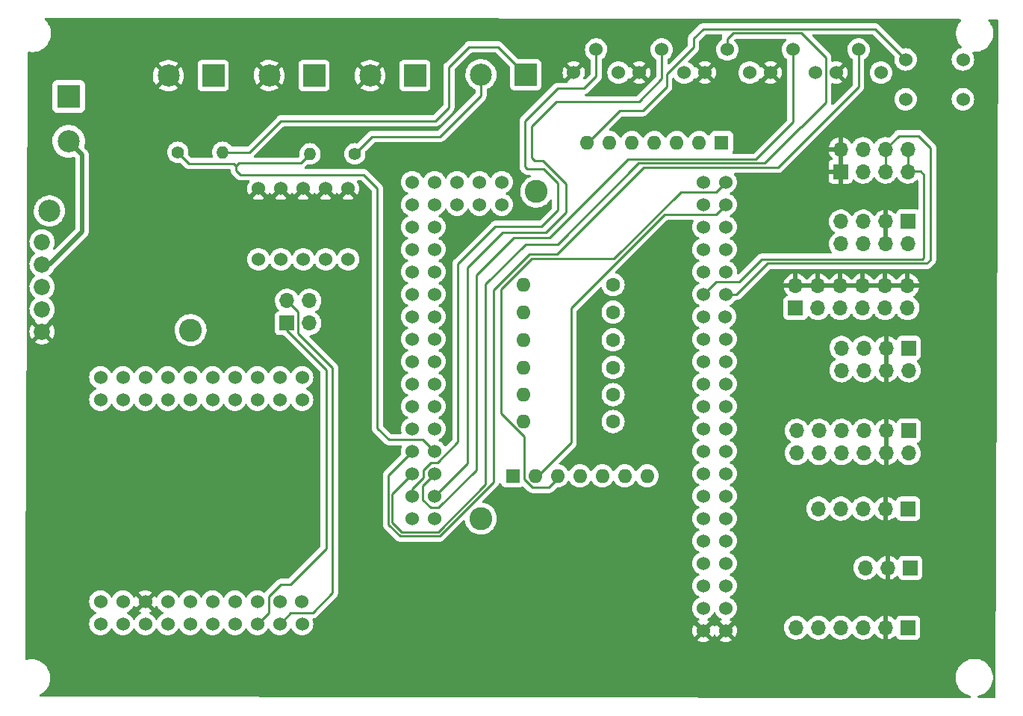
<source format=gbr>
%TF.GenerationSoftware,KiCad,Pcbnew,(6.0.0-0)*%
%TF.CreationDate,2022-03-14T14:23:58-04:00*%
%TF.ProjectId,BODY LED CONTROLLER,424f4459-204c-4454-9420-434f4e54524f,1.0*%
%TF.SameCoordinates,Original*%
%TF.FileFunction,Copper,L1,Top*%
%TF.FilePolarity,Positive*%
%FSLAX46Y46*%
G04 Gerber Fmt 4.6, Leading zero omitted, Abs format (unit mm)*
G04 Created by KiCad (PCBNEW (6.0.0-0)) date 2022-03-14 14:23:58*
%MOMM*%
%LPD*%
G01*
G04 APERTURE LIST*
%TA.AperFunction,ComponentPad*%
%ADD10R,2.500000X2.500000*%
%TD*%
%TA.AperFunction,ComponentPad*%
%ADD11C,2.500000*%
%TD*%
%TA.AperFunction,ComponentPad*%
%ADD12R,1.700000X1.700000*%
%TD*%
%TA.AperFunction,ComponentPad*%
%ADD13O,1.700000X1.700000*%
%TD*%
%TA.AperFunction,ComponentPad*%
%ADD14C,1.600000*%
%TD*%
%TA.AperFunction,ComponentPad*%
%ADD15O,1.600000X1.600000*%
%TD*%
%TA.AperFunction,ComponentPad*%
%ADD16C,1.836000*%
%TD*%
%TA.AperFunction,ComponentPad*%
%ADD17C,2.600000*%
%TD*%
%TA.AperFunction,ComponentPad*%
%ADD18C,1.524000*%
%TD*%
%TA.AperFunction,ComponentPad*%
%ADD19R,1.600000X1.600000*%
%TD*%
%TA.AperFunction,ComponentPad*%
%ADD20C,1.400000*%
%TD*%
%TA.AperFunction,ComponentPad*%
%ADD21O,1.400000X1.400000*%
%TD*%
%TA.AperFunction,Conductor*%
%ADD22C,0.500000*%
%TD*%
%TA.AperFunction,Conductor*%
%ADD23C,0.250000*%
%TD*%
G04 APERTURE END LIST*
D10*
%TO.P,J1,1,Pin_1*%
%TO.N,GND*%
X93790000Y-70645000D03*
D11*
%TO.P,J1,2,Pin_2*%
%TO.N,+12V*%
X93790000Y-75725000D03*
%TD*%
D10*
%TO.P,J2,1,Pin_1*%
%TO.N,GND*%
X110180000Y-68280000D03*
D11*
%TO.P,J2,2,Pin_2*%
%TO.N,+5V*%
X105100000Y-68280000D03*
%TD*%
D10*
%TO.P,J3,1,Pin_1*%
%TO.N,GND*%
X133045000Y-68280000D03*
D11*
%TO.P,J3,2,Pin_2*%
%TO.N,+5V*%
X127965000Y-68280000D03*
%TD*%
D10*
%TO.P,J4,1,Pin_1*%
%TO.N,GND*%
X121615000Y-68254000D03*
D11*
%TO.P,J4,2,Pin_2*%
%TO.N,+5V*%
X116535000Y-68254000D03*
%TD*%
D12*
%TO.P,J7,1,Pin_1*%
%TO.N,GND*%
X188976000Y-117334000D03*
D13*
%TO.P,J7,2,Pin_2*%
%TO.N,+5V*%
X186436000Y-117334000D03*
%TO.P,J7,3,Pin_3*%
%TO.N,DP_LOAD*%
X183896000Y-117334000D03*
%TO.P,J7,4,Pin_4*%
%TO.N,DP_CLOCK*%
X181356000Y-117334000D03*
%TO.P,J7,5,Pin_5*%
%TO.N,DP_DATA_IN*%
X178816000Y-117334000D03*
%TD*%
D12*
%TO.P,J8,1,Pin_1*%
%TO.N,GND*%
X188976000Y-130810000D03*
D13*
%TO.P,J8,2,Pin_2*%
%TO.N,+5V*%
X186436000Y-130810000D03*
%TO.P,J8,3,Pin_3*%
%TO.N,VU_STROBE*%
X183896000Y-130810000D03*
%TO.P,J8,4,Pin_4*%
%TO.N,VU_RESET*%
X181356000Y-130810000D03*
%TO.P,J8,5,Pin_5*%
%TO.N,SPECTRUM_LEFT*%
X178816000Y-130810000D03*
%TO.P,J8,6,Pin_6*%
%TO.N,SPECTRUM_RIGHT*%
X176276000Y-130810000D03*
%TD*%
D14*
%TO.P,R2,1*%
%TO.N,Net-(J5-Pad8)*%
X155520000Y-104422000D03*
D15*
%TO.P,R2,2*%
%TO.N,MAINT_DATA*%
X145360000Y-104422000D03*
%TD*%
D14*
%TO.P,R3,1*%
%TO.N,Net-(J6-Pad7)*%
X155520000Y-101344000D03*
D15*
%TO.P,R3,2*%
%TO.N,CS1_DATA*%
X145360000Y-101344000D03*
%TD*%
D14*
%TO.P,R4,1*%
%TO.N,Net-(J6-Pad11)*%
X155520000Y-98216000D03*
D15*
%TO.P,R4,2*%
%TO.N,CS2_DATA*%
X145360000Y-98216000D03*
%TD*%
D14*
%TO.P,R5,1*%
%TO.N,Net-(J6-Pad8)*%
X155520000Y-95068000D03*
D15*
%TO.P,R5,2*%
%TO.N,VU1_DATA*%
X145360000Y-95068000D03*
%TD*%
D14*
%TO.P,R6,1*%
%TO.N,Net-(J6-Pad12)*%
X155520000Y-91970000D03*
D15*
%TO.P,R6,2*%
%TO.N,VU2_DATA*%
X145360000Y-91970000D03*
%TD*%
D16*
%TO.P,U1,EN,En*%
%TO.N,unconnected-(U1-PadEN)*%
X90780000Y-87130000D03*
%TO.P,U1,GND1,GND*%
%TO.N,GND*%
X90780000Y-92210000D03*
%TO.P,U1,GND2,GND*%
X90780000Y-94750000D03*
D11*
%TO.P,U1,P1*%
%TO.N,N/C*%
X91610000Y-83600000D03*
D17*
%TO.P,U1,P2*%
X107610000Y-97100000D03*
D16*
%TO.P,U1,VIN,VIN*%
%TO.N,+12V*%
X90780000Y-89670000D03*
%TO.P,U1,Vout,VOut*%
%TO.N,+5V*%
X90780000Y-97290000D03*
%TD*%
D18*
%TO.P,U2,0,GPIO0*%
%TO.N,unconnected-(U2-Pad0)*%
X105015400Y-130406600D03*
%TO.P,U2,1,Tx0*%
%TO.N,unconnected-(U2-Pad1)*%
X120205400Y-127866600D03*
%TO.P,U2,2,GPIO2*%
%TO.N,unconnected-(U2-Pad2)*%
X102475400Y-130406600D03*
%TO.P,U2,3,Rx0*%
%TO.N,unconnected-(U2-Pad3)*%
X117715400Y-127866600D03*
%TO.P,U2,4,GPIO4*%
%TO.N,unconnected-(U2-Pad4)*%
X107555400Y-130406600D03*
%TO.P,U2,5,GPIO5*%
%TO.N,unconnected-(U2-Pad5)*%
X105015400Y-105000600D03*
%TO.P,U2,18,GPIO18*%
%TO.N,unconnected-(U2-Pad18)*%
X112635400Y-105000600D03*
%TO.P,U2,19,GPIO19*%
%TO.N,unconnected-(U2-Pad19)*%
X110095400Y-105000600D03*
%TO.P,U2,21,GPIO21*%
%TO.N,unconnected-(U2-Pad21)*%
X112635400Y-127866600D03*
%TO.P,U2,22,GPIO22*%
%TO.N,unconnected-(U2-Pad22)*%
X115175400Y-127866600D03*
%TO.P,U2,23,GPIO23*%
%TO.N,unconnected-(U2-Pad23)*%
X107555400Y-105000600D03*
%TO.P,U2,25,GPIO25*%
%TO.N,unconnected-(U2-Pad25)*%
X107555400Y-127866600D03*
%TO.P,U2,26,GPIO26*%
%TO.N,unconnected-(U2-Pad26)*%
X115175400Y-105000600D03*
%TO.P,U2,27,GPIO27*%
%TO.N,unconnected-(U2-Pad27)*%
X110095400Y-127866600D03*
%TO.P,U2,32,GPIO32*%
%TO.N,unconnected-(U2-Pad32)*%
X112635400Y-130406600D03*
%TO.P,U2,33,GPIO33*%
%TO.N,unconnected-(U2-Pad33)*%
X110095400Y-102460600D03*
%TO.P,U2,34,GPIO34*%
%TO.N,unconnected-(U2-Pad34)*%
X107555400Y-102460600D03*
%TO.P,U2,35,GPIO35*%
%TO.N,unconnected-(U2-Pad35)*%
X112635400Y-102460600D03*
%TO.P,U2,39,VN*%
%TO.N,unconnected-(U2-Pad39)*%
X115175400Y-102460600D03*
%TO.P,U2,60,GND*%
%TO.N,GND*%
X105015400Y-127866600D03*
%TO.P,U2,61,GND*%
X120255400Y-130406600D03*
%TO.P,U2,62,GND*%
X120255400Y-102460600D03*
%TO.P,U2,70,5V*%
%TO.N,+5V*%
X102475400Y-127866600D03*
%TO.P,U2,71,3V3*%
%TO.N,3.3V*%
X102475400Y-105000600D03*
%TO.P,U2,80,TDO*%
%TO.N,unconnected-(U2-Pad80)*%
X99935400Y-127866600D03*
%TO.P,U2,81,SD0*%
%TO.N,unconnected-(U2-Pad81)*%
X97395400Y-127866600D03*
%TO.P,U2,82,TDI*%
%TO.N,unconnected-(U2-Pad82)*%
X110095400Y-130406600D03*
%TO.P,U2,83,SD1*%
%TO.N,unconnected-(U2-Pad83)*%
X99935400Y-130406600D03*
%TO.P,U2,84,CLK*%
%TO.N,unconnected-(U2-Pad84)*%
X97395400Y-130406600D03*
%TO.P,U2,85,RST*%
%TO.N,unconnected-(U2-Pad85)*%
X120255400Y-105000600D03*
%TO.P,U2,86,VP*%
%TO.N,unconnected-(U2-Pad86)*%
X117715400Y-105000600D03*
%TO.P,U2,87,TCK*%
%TO.N,unconnected-(U2-Pad87)*%
X99935400Y-105000600D03*
%TO.P,U2,88,SD3*%
%TO.N,unconnected-(U2-Pad88)*%
X97395400Y-105000600D03*
%TO.P,U2,89,NC*%
%TO.N,unconnected-(U2-Pad89)*%
X117715400Y-102460600D03*
%TO.P,U2,90,TMS*%
%TO.N,unconnected-(U2-Pad90)*%
X105015400Y-102460600D03*
%TO.P,U2,91,NC*%
%TO.N,unconnected-(U2-Pad91)*%
X102475400Y-102460600D03*
%TO.P,U2,92,SD2*%
%TO.N,unconnected-(U2-Pad92)*%
X99935400Y-102460600D03*
%TO.P,U2,93,CMD*%
%TO.N,unconnected-(U2-Pad93)*%
X97395400Y-102460600D03*
%TO.P,U2,251,GPIO25_1*%
%TO.N,ESP_LOGIC_RX*%
X115175400Y-130406600D03*
%TO.P,U2,271,GPIO27_1*%
%TO.N,ESP_LOGIC_TX*%
X117715400Y-130406600D03*
%TD*%
D14*
%TO.P,R1,1*%
%TO.N,Net-(J5-Pad7)*%
X155520000Y-107470000D03*
D15*
%TO.P,R1,2*%
%TO.N,LDP_DATA*%
X145360000Y-107470000D03*
%TD*%
D18*
%TO.P,SW1,1*%
%TO.N,JUMPER5*%
X125476000Y-89091000D03*
%TO.P,SW1,2*%
%TO.N,JUMPER4*%
X122936000Y-89091000D03*
%TO.P,SW1,3*%
%TO.N,JUMPER3*%
X120396000Y-89091000D03*
%TO.P,SW1,4*%
%TO.N,JUMPER2*%
X117856000Y-89091000D03*
%TO.P,SW1,5*%
%TO.N,JUMPER1*%
X115316000Y-89091000D03*
%TO.P,SW1,6*%
%TO.N,+5V*%
X115316000Y-81089000D03*
%TO.P,SW1,7*%
X117856000Y-81089000D03*
%TO.P,SW1,8*%
X120396000Y-81089000D03*
%TO.P,SW1,9*%
X122936000Y-81089000D03*
%TO.P,SW1,10*%
X125476000Y-81089000D03*
%TD*%
%TO.P,RV1,1,1*%
%TO.N,GND*%
X156140000Y-67935000D03*
%TO.P,RV1,2,2*%
%TO.N,TRIM1*%
X153600000Y-65325000D03*
%TO.P,RV1,3,3*%
%TO.N,+5V*%
X151060000Y-67935000D03*
%TD*%
%TO.P,RV2,1,1*%
%TO.N,GND*%
X171015000Y-67935000D03*
%TO.P,RV2,2,2*%
%TO.N,TRIM3*%
X168475000Y-65325000D03*
%TO.P,RV2,3,3*%
%TO.N,+5V*%
X165935000Y-67935000D03*
%TD*%
%TO.P,RV3,1,1*%
%TO.N,GND*%
X185890000Y-67935000D03*
%TO.P,RV3,2,2*%
%TO.N,TRIM5*%
X183350000Y-65325000D03*
%TO.P,RV3,3,3*%
%TO.N,+5V*%
X180810000Y-67935000D03*
%TD*%
%TO.P,RV4,1,1*%
%TO.N,GND*%
X163577500Y-67935000D03*
%TO.P,RV4,2,2*%
%TO.N,TRIM2*%
X161037500Y-65325000D03*
%TO.P,RV4,3,3*%
%TO.N,+5V*%
X158497500Y-67935000D03*
%TD*%
%TO.P,RV5,1,1*%
%TO.N,GND*%
X178452500Y-67935000D03*
%TO.P,RV5,2,2*%
%TO.N,TRIM4*%
X175912500Y-65325000D03*
%TO.P,RV5,3,3*%
%TO.N,+5V*%
X173372500Y-67935000D03*
%TD*%
D12*
%TO.P,J13,1,Pin_1*%
%TO.N,ESP_LOGIC_RX*%
X118545000Y-96315000D03*
D13*
%TO.P,J13,2,Pin_2*%
%TO.N,ESP_LOGIC_TX*%
X118545000Y-93775000D03*
%TO.P,J13,3,Pin_3*%
%TO.N,LOGIC_2560_RX*%
X121085000Y-96315000D03*
%TO.P,J13,4,Pin_4*%
%TO.N,LOGIC_2560_TX*%
X121085000Y-93775000D03*
%TD*%
D12*
%TO.P,J13,1,Pin_1*%
%TO.N,GND*%
X189215000Y-124030000D03*
D13*
%TO.P,J13,2,Pin_2*%
%TO.N,+5V*%
X186675000Y-124030000D03*
%TO.P,J13,3,Pin_3*%
%TO.N,EXT_MIC*%
X184135000Y-124030000D03*
%TD*%
D19*
%TO.P,RN2,1,common*%
%TO.N,GND*%
X144140000Y-113620000D03*
D15*
%TO.P,RN2,2,R1*%
%TO.N,LIMIT1*%
X146680000Y-113620000D03*
%TO.P,RN2,3,R2*%
%TO.N,LIMIT2*%
X149220000Y-113620000D03*
%TO.P,RN2,4,R3*%
%TO.N,LIMIT3*%
X151760000Y-113620000D03*
%TO.P,RN2,5,R4*%
%TO.N,LIMIT4*%
X154300000Y-113620000D03*
%TO.P,RN2,6,R5*%
%TO.N,LIMIT5*%
X156840000Y-113620000D03*
%TO.P,RN2,7,R6*%
%TO.N,LIMIT6*%
X159380000Y-113620000D03*
%TD*%
D20*
%TO.P,R7,1*%
%TO.N,BATTERY_LEVEL*%
X106172000Y-76962000D03*
D21*
%TO.P,R7,2*%
%TO.N,POS*%
X111252000Y-76962000D03*
%TD*%
D18*
%TO.P,SW3,1,1*%
%TO.N,GND*%
X188690000Y-70950000D03*
%TO.P,SW3,2,2*%
%TO.N,SAVE*%
X188690000Y-66450000D03*
%TO.P,SW3,3,3*%
%TO.N,GND*%
X195190000Y-70950000D03*
%TO.P,SW3,4,4*%
%TO.N,SAVE*%
X195190000Y-66450000D03*
%TD*%
D12*
%TO.P,J6,1,Pin_1*%
%TO.N,GND*%
X189050000Y-108510000D03*
D13*
%TO.P,J6,2,Pin_2*%
X189050000Y-111050000D03*
%TO.P,J6,3,Pin_3*%
%TO.N,+5V*%
X186510000Y-108510000D03*
%TO.P,J6,4,Pin_4*%
X186510000Y-111050000D03*
%TO.P,J6,5,Pin_5*%
%TO.N,CS1_CLOCK*%
X183970000Y-108510000D03*
%TO.P,J6,6,Pin_6*%
%TO.N,VU1_CLOCK*%
X183970000Y-111050000D03*
%TO.P,J6,7,Pin_7*%
%TO.N,Net-(J6-Pad7)*%
X181430000Y-108510000D03*
%TO.P,J6,8,Pin_8*%
%TO.N,Net-(J6-Pad8)*%
X181430000Y-111050000D03*
%TO.P,J6,9,Pin_9*%
%TO.N,CS2_CLOCK*%
X178890000Y-108510000D03*
%TO.P,J6,10,Pin_10*%
%TO.N,VU2_CLOCK*%
X178890000Y-111050000D03*
%TO.P,J6,11,Pin_11*%
%TO.N,Net-(J6-Pad11)*%
X176350000Y-108510000D03*
%TO.P,J6,12,Pin_12*%
%TO.N,Net-(J6-Pad12)*%
X176350000Y-111050000D03*
%TD*%
D12*
%TO.P,J11,1,Pin_1*%
%TO.N,GND*%
X188970000Y-84810000D03*
D13*
%TO.P,J11,2,Pin_2*%
X188970000Y-87350000D03*
%TO.P,J11,3,Pin_3*%
%TO.N,+5V*%
X186430000Y-84810000D03*
%TO.P,J11,4,Pin_4*%
X186430000Y-87350000D03*
%TO.P,J11,5,Pin_5*%
%TO.N,TX1*%
X183890000Y-84810000D03*
%TO.P,J11,6,Pin_6*%
%TO.N,TX0*%
X183890000Y-87350000D03*
%TO.P,J11,7,Pin_7*%
%TO.N,RX1*%
X181350000Y-84810000D03*
%TO.P,J11,8,Pin_8*%
%TO.N,RX0*%
X181350000Y-87350000D03*
%TD*%
D12*
%TO.P,J9,1,Pin_1*%
%TO.N,LIMIT1*%
X176200000Y-94600000D03*
D13*
%TO.P,J9,2,Pin_2*%
%TO.N,+5V*%
X176200000Y-92060000D03*
%TO.P,J9,3,Pin_3*%
%TO.N,LIMIT2*%
X178740000Y-94600000D03*
%TO.P,J9,4,Pin_4*%
%TO.N,+5V*%
X178740000Y-92060000D03*
%TO.P,J9,5,Pin_5*%
%TO.N,LIMIT3*%
X181280000Y-94600000D03*
%TO.P,J9,6,Pin_6*%
%TO.N,+5V*%
X181280000Y-92060000D03*
%TO.P,J9,7,Pin_7*%
%TO.N,LIMIT4*%
X183820000Y-94600000D03*
%TO.P,J9,8,Pin_8*%
%TO.N,+5V*%
X183820000Y-92060000D03*
%TO.P,J9,9,Pin_9*%
%TO.N,LIMIT5*%
X186360000Y-94600000D03*
%TO.P,J9,10,Pin_10*%
%TO.N,+5V*%
X186360000Y-92060000D03*
%TO.P,J9,11,Pin_11*%
%TO.N,LIMIT6*%
X188900000Y-94600000D03*
%TO.P,J9,12,Pin_12*%
%TO.N,+5V*%
X188900000Y-92060000D03*
%TD*%
D20*
%TO.P,R8,1*%
%TO.N,NEG*%
X126238000Y-77140000D03*
D21*
%TO.P,R8,2*%
%TO.N,BATTERY_LEVEL*%
X121158000Y-77140000D03*
%TD*%
D19*
%TO.P,RN1,1,common*%
%TO.N,GND*%
X167820000Y-75850000D03*
D15*
%TO.P,RN1,2,R1*%
%TO.N,JUMPER1*%
X165280000Y-75850000D03*
%TO.P,RN1,3,R2*%
%TO.N,JUMPER2*%
X162740000Y-75850000D03*
%TO.P,RN1,4,R3*%
%TO.N,JUMPER3*%
X160200000Y-75850000D03*
%TO.P,RN1,5,R4*%
%TO.N,JUMPER4*%
X157660000Y-75850000D03*
%TO.P,RN1,6,R5*%
%TO.N,JUMPER5*%
X155120000Y-75850000D03*
%TO.P,RN1,7,R6*%
%TO.N,SAVE*%
X152580000Y-75850000D03*
%TD*%
D12*
%TO.P,J10,1,Pin_1*%
%TO.N,+5V*%
X181320000Y-79150000D03*
D13*
%TO.P,J10,2,Pin_2*%
X181320000Y-76610000D03*
%TO.P,J10,3,Pin_3*%
%TO.N,GND*%
X183860000Y-79150000D03*
%TO.P,J10,4,Pin_4*%
X183860000Y-76610000D03*
%TO.P,J10,5,Pin_5*%
%TO.N,SCL*%
X186400000Y-79150000D03*
%TO.P,J10,6,Pin_6*%
X186400000Y-76610000D03*
%TO.P,J10,7,Pin_7*%
%TO.N,SDA*%
X188940000Y-79150000D03*
%TO.P,J10,8,Pin_8*%
X188940000Y-76610000D03*
%TD*%
D12*
%TO.P,J5,1,Pin_1*%
%TO.N,GND*%
X189040000Y-99130000D03*
D13*
%TO.P,J5,2,Pin_2*%
X189040000Y-101670000D03*
%TO.P,J5,3,Pin_3*%
%TO.N,+5V*%
X186500000Y-99130000D03*
%TO.P,J5,4,Pin_4*%
X186500000Y-101670000D03*
%TO.P,J5,5,Pin_5*%
%TO.N,LDP_CLOCK*%
X183960000Y-99130000D03*
%TO.P,J5,6,Pin_6*%
%TO.N,MAINT_CLOCK*%
X183960000Y-101670000D03*
%TO.P,J5,7,Pin_7*%
%TO.N,Net-(J5-Pad7)*%
X181420000Y-99130000D03*
%TO.P,J5,8,Pin_8*%
%TO.N,Net-(J5-Pad8)*%
X181420000Y-101670000D03*
%TD*%
D18*
%TO.P,U3,0,RX*%
%TO.N,TX0*%
X165755000Y-118455000D03*
%TO.P,U3,1,TX*%
%TO.N,RX0*%
X168295000Y-118455000D03*
%TO.P,U3,2,D2*%
%TO.N,OE*%
X165755000Y-115915000D03*
%TO.P,U3,3,D3*%
%TO.N,DP_DATA_IN*%
X168295000Y-115915000D03*
%TO.P,U3,4,D4*%
%TO.N,DP_CLOCK*%
X165765000Y-113375000D03*
%TO.P,U3,5,D5*%
%TO.N,DP_LOAD*%
X168295000Y-113375000D03*
%TO.P,U3,6,D6*%
%TO.N,unconnected-(U3-Pad6)*%
X165755000Y-110835000D03*
%TO.P,U3,7,D7*%
%TO.N,unconnected-(U3-Pad7)*%
X168295000Y-110835000D03*
%TO.P,U3,8,D8*%
%TO.N,unconnected-(U3-Pad8)*%
X165755000Y-108295000D03*
%TO.P,U3,9,D9*%
%TO.N,unconnected-(U3-Pad9)*%
X168295000Y-108295000D03*
%TO.P,U3,10,D10*%
%TO.N,unconnected-(U3-Pad10)*%
X165755000Y-105755000D03*
%TO.P,U3,11,D11*%
%TO.N,unconnected-(U3-Pad11)*%
X168295000Y-105755000D03*
%TO.P,U3,12,D12*%
%TO.N,VU_STROBE*%
X165755000Y-103215000D03*
%TO.P,U3,13,D13*%
%TO.N,VU_RESET*%
X168295000Y-103215000D03*
%TO.P,U3,14,D14*%
%TO.N,unconnected-(U3-Pad14)*%
X165755000Y-100675000D03*
%TO.P,U3,15,D15*%
%TO.N,unconnected-(U3-Pad15)*%
X168295000Y-100675000D03*
%TO.P,U3,16,D16*%
%TO.N,LOGIC_2560_RX*%
X165755000Y-98135000D03*
%TO.P,U3,17,D17*%
%TO.N,LOGIC_2560_TX*%
X168295000Y-98135000D03*
%TO.P,U3,18,D18*%
%TO.N,TX1*%
X165765000Y-95595000D03*
%TO.P,U3,19,D19*%
%TO.N,RX1*%
X168215000Y-95595000D03*
%TO.P,U3,20,D20*%
%TO.N,SDA*%
X165765000Y-93055000D03*
%TO.P,U3,21,D21*%
%TO.N,SCL*%
X168295000Y-93055000D03*
%TO.P,U3,22,D22*%
%TO.N,unconnected-(U3-Pad22)*%
X165755000Y-90515000D03*
%TO.P,U3,23,D23*%
%TO.N,unconnected-(U3-Pad23)*%
X168295000Y-90515000D03*
%TO.P,U3,24,D24*%
%TO.N,unconnected-(U3-Pad24)*%
X165755000Y-87975000D03*
%TO.P,U3,25,D25*%
%TO.N,unconnected-(U3-Pad25)*%
X168295000Y-87975000D03*
%TO.P,U3,26,D26*%
%TO.N,unconnected-(U3-Pad26)*%
X165755000Y-85435000D03*
%TO.P,U3,27,D27*%
%TO.N,unconnected-(U3-Pad27)*%
X168295000Y-85435000D03*
%TO.P,U3,28,D28*%
%TO.N,unconnected-(U3-Pad28)*%
X165755000Y-82895000D03*
%TO.P,U3,29,D29*%
%TO.N,LIMIT1*%
X168295000Y-82895000D03*
%TO.P,U3,30,D30*%
%TO.N,MAINT_DATA*%
X165755000Y-80355000D03*
%TO.P,U3,31,D31*%
%TO.N,LIMIT2*%
X168295000Y-80355000D03*
%TO.P,U3,32,D32*%
%TO.N,MAINT_CLOCK*%
X132735000Y-98135000D03*
%TO.P,U3,33,D33*%
%TO.N,LIMIT3*%
X135275000Y-98135000D03*
%TO.P,U3,34,D34*%
%TO.N,LDP_DATA*%
X132735000Y-95595000D03*
%TO.P,U3,35,D35*%
%TO.N,LIMIT4*%
X135275000Y-95595000D03*
%TO.P,U3,36,D36*%
%TO.N,LDP_CLOCK*%
X132735000Y-93055000D03*
%TO.P,U3,37,D37*%
%TO.N,LIMIT5*%
X135275000Y-93055000D03*
%TO.P,U3,38,D38*%
%TO.N,CS1_DATA*%
X132735000Y-90515000D03*
%TO.P,U3,39,D39*%
%TO.N,LIMIT6*%
X135275000Y-90515000D03*
%TO.P,U3,40,D40*%
%TO.N,CS1_CLOCK*%
X132735000Y-87975000D03*
%TO.P,U3,41,D41*%
%TO.N,SAVE*%
X135275000Y-87975000D03*
%TO.P,U3,42,D42*%
%TO.N,CS2_DATA*%
X132735000Y-85435000D03*
%TO.P,U3,43,D43*%
%TO.N,unconnected-(U3-Pad43)*%
X135275000Y-85435000D03*
%TO.P,U3,44,D44*%
%TO.N,CS2_CLOCK*%
X132735000Y-82895000D03*
%TO.P,U3,45,D45*%
%TO.N,JUMPER5*%
X135275000Y-82895000D03*
%TO.P,U3,46,D46*%
%TO.N,VU1_DATA*%
X132735000Y-80355000D03*
%TO.P,U3,47,D47*%
%TO.N,JUMPER4*%
X135275000Y-80355000D03*
%TO.P,U3,48,D48*%
%TO.N,VU1_CLOCK*%
X137825000Y-80355000D03*
%TO.P,U3,49,D49*%
%TO.N,JUMPER3*%
X137815000Y-82895000D03*
%TO.P,U3,50,D50*%
%TO.N,VU2_DATA*%
X140355000Y-80355000D03*
%TO.P,U3,51,D51*%
%TO.N,JUMPER2*%
X140355000Y-82895000D03*
%TO.P,U3,52,D52*%
%TO.N,VU2_CLOCK*%
X142895000Y-80355000D03*
%TO.P,U3,53,D53*%
%TO.N,JUMPER1*%
X142895000Y-82895000D03*
%TO.P,U3,62,GND*%
%TO.N,GND*%
X168295000Y-128615000D03*
%TO.P,U3,63,GND*%
X165755000Y-128615000D03*
%TO.P,U3,70,VIN*%
%TO.N,+5V*%
X165755000Y-131155000D03*
%TO.P,U3,71,VIN*%
X168295000Y-131155000D03*
%TO.P,U3,72,5V*%
%TO.N,unconnected-(U3-Pad72)*%
X165755000Y-126075000D03*
%TO.P,U3,73,5V*%
%TO.N,unconnected-(U3-Pad73)*%
X168295000Y-126075000D03*
%TO.P,U3,74,3.3V*%
%TO.N,unconnected-(U3-Pad74)*%
X168295000Y-123535000D03*
%TO.P,U3,75,3.3V*%
%TO.N,unconnected-(U3-Pad75)*%
X165755000Y-123535000D03*
D17*
%TO.P,U3,98*%
%TO.N,N/C*%
X146805000Y-81425000D03*
%TO.P,U3,99*%
X140515000Y-118455000D03*
D18*
%TO.P,U3,104,AREF*%
%TO.N,unconnected-(U3-Pad104)*%
X165755000Y-120995000D03*
%TO.P,U3,105,RST*%
%TO.N,unconnected-(U3-Pad105)*%
X168295000Y-120995000D03*
%TO.P,U3,200,A0*%
%TO.N,SPECTRUM_LEFT*%
X132735000Y-118455000D03*
%TO.P,U3,201,A1*%
%TO.N,SPECTRUM_RIGHT*%
X135275000Y-118455000D03*
%TO.P,U3,202,A2*%
%TO.N,TRIM1*%
X132735000Y-115915000D03*
%TO.P,U3,203,A3*%
%TO.N,TRIM2*%
X135275000Y-115915000D03*
%TO.P,U3,204,A4*%
%TO.N,TRIM3*%
X132735000Y-113375000D03*
%TO.P,U3,205,A5*%
%TO.N,TRIM4*%
X135275000Y-113375000D03*
%TO.P,U3,206,A6*%
%TO.N,TRIM5*%
X132735000Y-110835000D03*
%TO.P,U3,207,A7*%
%TO.N,BATTERY_LEVEL*%
X135275000Y-110835000D03*
%TO.P,U3,208,A8*%
%TO.N,EXT_MIC*%
X132735000Y-108295000D03*
%TO.P,U3,209,A9*%
%TO.N,unconnected-(U3-Pad209)*%
X135275000Y-108295000D03*
%TO.P,U3,210,A10*%
%TO.N,unconnected-(U3-Pad210)*%
X132735000Y-105755000D03*
%TO.P,U3,211,A11*%
%TO.N,unconnected-(U3-Pad211)*%
X135275000Y-105755000D03*
%TO.P,U3,212,A12*%
%TO.N,unconnected-(U3-Pad212)*%
X132735000Y-103215000D03*
%TO.P,U3,213,A13*%
%TO.N,unconnected-(U3-Pad213)*%
X135275000Y-103215000D03*
%TO.P,U3,214,A14*%
%TO.N,unconnected-(U3-Pad214)*%
X132735000Y-100675000D03*
%TO.P,U3,215,A15*%
%TO.N,unconnected-(U3-Pad215)*%
X135275000Y-100675000D03*
%TD*%
D10*
%TO.P,J12,1,Pin_1*%
%TO.N,POS*%
X145625000Y-68170000D03*
D11*
%TO.P,J12,2,Pin_2*%
%TO.N,NEG*%
X140545000Y-68170000D03*
%TD*%
D22*
%TO.N,+12V*%
X93790000Y-75725000D02*
X95310000Y-77245000D01*
X91590000Y-89670000D02*
X90780000Y-89670000D01*
X95310000Y-77245000D02*
X95310000Y-85950000D01*
X95310000Y-85950000D02*
X91590000Y-89670000D01*
D23*
%TO.N,SCL*%
X168310000Y-93070000D02*
X169520000Y-93070000D01*
X190152000Y-75090000D02*
X187915000Y-75090000D01*
X173040000Y-89550000D02*
X191120000Y-89550000D01*
X187915000Y-75090000D02*
X186400000Y-76605000D01*
X191120000Y-89550000D02*
X191516000Y-89154000D01*
X191516000Y-89154000D02*
X191516000Y-76454000D01*
X186460000Y-76720000D02*
X186460000Y-79260000D01*
X169520000Y-93070000D02*
X173040000Y-89550000D01*
X191516000Y-76454000D02*
X190152000Y-75090000D01*
%TO.N,SDA*%
X190397000Y-79145000D02*
X190754000Y-79502000D01*
X190754000Y-88900000D02*
X190564000Y-89090000D01*
X190564000Y-89090000D02*
X172350000Y-89090000D01*
X167233489Y-91616511D02*
X165710000Y-93140000D01*
X188940000Y-79145000D02*
X190397000Y-79145000D01*
X169823489Y-91616511D02*
X167233489Y-91616511D01*
X188940000Y-76605000D02*
X188940000Y-79145000D01*
X172350000Y-89090000D02*
X169823489Y-91616511D01*
X190754000Y-79502000D02*
X190754000Y-88900000D01*
%TO.N,BATTERY_LEVEL*%
X128778000Y-108204000D02*
X128778000Y-81026000D01*
X127254000Y-79502000D02*
X113284000Y-79502000D01*
X112776000Y-78486000D02*
X112522000Y-78232000D01*
X133950000Y-109510000D02*
X130084000Y-109510000D01*
X112522000Y-78232000D02*
X107442000Y-78232000D01*
X135290000Y-110850000D02*
X133950000Y-109510000D01*
X112776000Y-78994000D02*
X112776000Y-78486000D01*
X120104000Y-78194000D02*
X121158000Y-77140000D01*
X113284000Y-79502000D02*
X112776000Y-78994000D01*
X113068000Y-78194000D02*
X120104000Y-78194000D01*
X128778000Y-81026000D02*
X127254000Y-79502000D01*
X130084000Y-109510000D02*
X128778000Y-108204000D01*
X112776000Y-78486000D02*
X113068000Y-78194000D01*
X106172000Y-76962000D02*
X107442000Y-78232000D01*
%TO.N,ESP_LOGIC_RX*%
X118545000Y-96315000D02*
X118545000Y-97175001D01*
X118545000Y-97175001D02*
X122970000Y-101600001D01*
X118950000Y-125910000D02*
X117880000Y-125910000D01*
X122970000Y-121890000D02*
X118950000Y-125910000D01*
X116480000Y-127310000D02*
X116480000Y-129102000D01*
X117880000Y-125910000D02*
X116480000Y-127310000D01*
X116480000Y-129102000D02*
X115175400Y-130406600D01*
X122970000Y-101600000D02*
X122970000Y-121890000D01*
%TO.N,ESP_LOGIC_TX*%
X119800000Y-97448000D02*
X119800000Y-95030000D01*
X121450000Y-129140000D02*
X123698000Y-126892000D01*
X118982000Y-129140000D02*
X121450000Y-129140000D01*
X117715400Y-130406600D02*
X118982000Y-129140000D01*
X123698000Y-126892000D02*
X123698000Y-101346000D01*
X119800000Y-95030000D02*
X118545000Y-93775000D01*
X123698000Y-101346000D02*
X119800000Y-97448000D01*
%TO.N,SAVE*%
X158890000Y-72260000D02*
X156260000Y-72260000D01*
X156260000Y-72260000D02*
X152610000Y-75910000D01*
X165730000Y-62990000D02*
X164660000Y-64060000D01*
X161600000Y-69550000D02*
X158890000Y-72260000D01*
X164660000Y-64060000D02*
X164660000Y-65080000D01*
X185230000Y-62990000D02*
X165730000Y-62990000D01*
X188690000Y-66450000D02*
X185230000Y-62990000D01*
X164660000Y-65080000D02*
X161600000Y-68140000D01*
X161600000Y-68140000D02*
X161600000Y-69550000D01*
%TO.N,TRIM4*%
X139990000Y-90900000D02*
X139990000Y-112940000D01*
X133970000Y-114710000D02*
X135290000Y-113390000D01*
X134870000Y-117220000D02*
X133970000Y-116320000D01*
X148286198Y-86649520D02*
X144240480Y-86649520D01*
X157175238Y-77760480D02*
X148286198Y-86649520D01*
X171709520Y-77760480D02*
X157175238Y-77760480D01*
X135710000Y-117220000D02*
X134870000Y-117220000D01*
X175912500Y-73557500D02*
X171709520Y-77760480D01*
X139990000Y-112940000D02*
X135710000Y-117220000D01*
X144240480Y-86649520D02*
X139990000Y-90900000D01*
X133970000Y-116320000D02*
X133970000Y-114710000D01*
X175912500Y-65325000D02*
X175912500Y-73557500D01*
%TO.N,TRIM2*%
X149050000Y-71240000D02*
X146250000Y-74040000D01*
X150200000Y-83750000D02*
X147910000Y-86040000D01*
X146610000Y-77920000D02*
X147550000Y-77920000D01*
X147910000Y-86040000D02*
X143020000Y-86040000D01*
X161037500Y-68642500D02*
X158440000Y-71240000D01*
X146250000Y-77560000D02*
X146610000Y-77920000D01*
X161037500Y-65325000D02*
X161037500Y-68642500D01*
X158440000Y-71240000D02*
X149050000Y-71240000D01*
X143020000Y-86040000D02*
X139050000Y-90010000D01*
X150200000Y-80570000D02*
X150200000Y-83750000D01*
X139050000Y-112170000D02*
X135290000Y-115930000D01*
X139050000Y-90010000D02*
X139050000Y-112170000D01*
X146250000Y-74040000D02*
X146250000Y-77560000D01*
X147550000Y-77920000D02*
X150200000Y-80570000D01*
%TO.N,TRIM5*%
X183350000Y-65325000D02*
X183350000Y-69560000D01*
X141980000Y-92590000D02*
X141980000Y-114315717D01*
X149150000Y-88540000D02*
X146030000Y-88540000D01*
X135855717Y-120440000D02*
X131364283Y-120440000D01*
X174250480Y-78659520D02*
X159030480Y-78659520D01*
X183350000Y-69560000D02*
X174250480Y-78659520D01*
X131364283Y-120440000D02*
X130040480Y-119116197D01*
X130040480Y-113559520D02*
X132750000Y-110850000D01*
X141980000Y-114315717D02*
X135855717Y-120440000D01*
X146030000Y-88540000D02*
X141980000Y-92590000D01*
X159030480Y-78659520D02*
X149150000Y-88540000D01*
X130040480Y-119116197D02*
X130040480Y-113559520D01*
%TO.N,TRIM3*%
X179630000Y-71320000D02*
X179630000Y-66220000D01*
X176860000Y-63450000D02*
X169140000Y-63450000D01*
X130490000Y-115650000D02*
X130490000Y-118930000D01*
X132750000Y-113390000D02*
X130490000Y-115650000D01*
X172680000Y-78210000D02*
X176810000Y-74080000D01*
X158400000Y-78210000D02*
X172680000Y-78210000D01*
X168475000Y-64115000D02*
X168475000Y-65325000D01*
X176870000Y-74080000D02*
X179630000Y-71320000D01*
X131530000Y-119970000D02*
X135690000Y-119970000D01*
X176810000Y-74080000D02*
X176870000Y-74080000D01*
X149240000Y-87370000D02*
X158400000Y-78210000D01*
X141070000Y-114590000D02*
X141070000Y-91890000D01*
X135690000Y-119970000D02*
X141070000Y-114590000D01*
X141070000Y-91890000D02*
X145590000Y-87370000D01*
X130490000Y-118930000D02*
X131530000Y-119970000D01*
X145590000Y-87370000D02*
X149240000Y-87370000D01*
X179630000Y-66220000D02*
X176860000Y-63450000D01*
X169140000Y-63450000D02*
X168475000Y-64115000D01*
%TO.N,TRIM1*%
X149240000Y-83540000D02*
X147420000Y-85360000D01*
X137930000Y-89590000D02*
X137930000Y-109780000D01*
X149240000Y-69740000D02*
X145540000Y-73440000D01*
X135580000Y-112130000D02*
X134860000Y-112130000D01*
X133980000Y-113820000D02*
X132750000Y-115050000D01*
X142160000Y-85360000D02*
X137930000Y-89590000D01*
X153600000Y-65325000D02*
X153600000Y-68370000D01*
X137930000Y-109780000D02*
X135580000Y-112130000D01*
X145540000Y-73440000D02*
X145540000Y-78600000D01*
X133980000Y-113010000D02*
X133980000Y-113820000D01*
X152230000Y-69740000D02*
X149240000Y-69740000D01*
X149240000Y-80430000D02*
X149240000Y-83540000D01*
X145540000Y-78600000D02*
X145810000Y-78870000D01*
X147680000Y-78870000D02*
X149240000Y-80430000D01*
X145810000Y-78870000D02*
X147680000Y-78870000D01*
X134860000Y-112130000D02*
X133980000Y-113010000D01*
X147420000Y-85360000D02*
X142160000Y-85360000D01*
X153600000Y-68370000D02*
X152230000Y-69740000D01*
X132750000Y-115050000D02*
X132750000Y-115930000D01*
%TO.N,POS*%
X117856000Y-73406000D02*
X135382000Y-73406000D01*
X136906000Y-67310000D02*
X139192000Y-65024000D01*
X136906000Y-71882000D02*
X136906000Y-67310000D01*
X135382000Y-73406000D02*
X136906000Y-71882000D01*
X142479000Y-65024000D02*
X145625000Y-68170000D01*
X114300000Y-76962000D02*
X117856000Y-73406000D01*
X139192000Y-65024000D02*
X142479000Y-65024000D01*
X111252000Y-76962000D02*
X114300000Y-76962000D01*
%TO.N,NEG*%
X140545000Y-70529000D02*
X135890000Y-75184000D01*
X140545000Y-68170000D02*
X140545000Y-70529000D01*
X128194000Y-75184000D02*
X126238000Y-77140000D01*
X135890000Y-75184000D02*
X128194000Y-75184000D01*
%TO.N,LIMIT1*%
X146840000Y-113800000D02*
X150770000Y-109870000D01*
X150770000Y-109870000D02*
X150770000Y-94620000D01*
X150770000Y-94620000D02*
X161393489Y-83996511D01*
X161393489Y-83996511D02*
X167223489Y-83996511D01*
X167223489Y-83996511D02*
X168310000Y-82910000D01*
%TO.N,LIMIT2*%
X155640000Y-89000000D02*
X163183489Y-81456511D01*
X145424511Y-109124811D02*
X142860000Y-106560300D01*
X148255489Y-114924511D02*
X146374211Y-114924511D01*
X142860000Y-92460000D02*
X146320000Y-89000000D01*
X163183489Y-81456511D02*
X167223489Y-81456511D01*
X167223489Y-81456511D02*
X168310000Y-80370000D01*
X142860000Y-106560300D02*
X142860000Y-92460000D01*
X146320000Y-89000000D02*
X155640000Y-89000000D01*
X149380000Y-113800000D02*
X148255489Y-114924511D01*
X146374211Y-114924511D02*
X145424511Y-113974811D01*
X145424511Y-113974811D02*
X145424511Y-109124811D01*
%TD*%
%TA.AperFunction,Conductor*%
%TO.N,+5V*%
G36*
X194842322Y-61873785D02*
G01*
X194910411Y-61893884D01*
X194956827Y-61947606D01*
X194966830Y-62017895D01*
X194939642Y-62079590D01*
X194787287Y-62265732D01*
X194637073Y-62510858D01*
X194635347Y-62514791D01*
X194635346Y-62514792D01*
X194614108Y-62563173D01*
X194521517Y-62774102D01*
X194442756Y-63050594D01*
X194402249Y-63335216D01*
X194402227Y-63339505D01*
X194402226Y-63339512D01*
X194400999Y-63573777D01*
X194400743Y-63622703D01*
X194401302Y-63626947D01*
X194401302Y-63626951D01*
X194414698Y-63728699D01*
X194438268Y-63907734D01*
X194439401Y-63911874D01*
X194439401Y-63911876D01*
X194446314Y-63937144D01*
X194514129Y-64185036D01*
X194515813Y-64188984D01*
X194621078Y-64435772D01*
X194626923Y-64449476D01*
X194672162Y-64525064D01*
X194772257Y-64692311D01*
X194774561Y-64696161D01*
X194954313Y-64920528D01*
X194957420Y-64923476D01*
X194957426Y-64923483D01*
X195018987Y-64981902D01*
X195054632Y-65043302D01*
X195051423Y-65114226D01*
X195010379Y-65172156D01*
X194964867Y-65195005D01*
X194859219Y-65223314D01*
X194759114Y-65250137D01*
X194759112Y-65250138D01*
X194753804Y-65251560D01*
X194748823Y-65253882D01*
X194748822Y-65253883D01*
X194557311Y-65343186D01*
X194557306Y-65343189D01*
X194552324Y-65345512D01*
X194547817Y-65348668D01*
X194547815Y-65348669D01*
X194374730Y-65469864D01*
X194374727Y-65469866D01*
X194370219Y-65473023D01*
X194213023Y-65630219D01*
X194209866Y-65634727D01*
X194209864Y-65634730D01*
X194106120Y-65782893D01*
X194085512Y-65812324D01*
X194083189Y-65817306D01*
X194083186Y-65817311D01*
X194013299Y-65967185D01*
X193991560Y-66013804D01*
X193990138Y-66019112D01*
X193990137Y-66019114D01*
X193980835Y-66053831D01*
X193934022Y-66228537D01*
X193914647Y-66450000D01*
X193934022Y-66671463D01*
X193967630Y-66796889D01*
X193988633Y-66875271D01*
X193991560Y-66886196D01*
X193993882Y-66891177D01*
X193993883Y-66891178D01*
X194083186Y-67082689D01*
X194083189Y-67082694D01*
X194085512Y-67087676D01*
X194088668Y-67092183D01*
X194088669Y-67092185D01*
X194206274Y-67260142D01*
X194213023Y-67269781D01*
X194370219Y-67426977D01*
X194374727Y-67430134D01*
X194374730Y-67430136D01*
X194414471Y-67457963D01*
X194552323Y-67554488D01*
X194557305Y-67556811D01*
X194557310Y-67556814D01*
X194702666Y-67624594D01*
X194753804Y-67648440D01*
X194759112Y-67649862D01*
X194759114Y-67649863D01*
X194793139Y-67658980D01*
X194968537Y-67705978D01*
X195190000Y-67725353D01*
X195411463Y-67705978D01*
X195586861Y-67658980D01*
X195620886Y-67649863D01*
X195620888Y-67649862D01*
X195626196Y-67648440D01*
X195677334Y-67624594D01*
X195822690Y-67556814D01*
X195822695Y-67556811D01*
X195827677Y-67554488D01*
X195965529Y-67457963D01*
X196005270Y-67430136D01*
X196005273Y-67430134D01*
X196009781Y-67426977D01*
X196166977Y-67269781D01*
X196173727Y-67260142D01*
X196291331Y-67092185D01*
X196291332Y-67092183D01*
X196294488Y-67087676D01*
X196296811Y-67082694D01*
X196296814Y-67082689D01*
X196386117Y-66891178D01*
X196386118Y-66891177D01*
X196388440Y-66886196D01*
X196391368Y-66875271D01*
X196412370Y-66796889D01*
X196445978Y-66671463D01*
X196465353Y-66450000D01*
X196445978Y-66228537D01*
X196399165Y-66053831D01*
X196389863Y-66019114D01*
X196389862Y-66019112D01*
X196388440Y-66013804D01*
X196366701Y-65967185D01*
X196296814Y-65817311D01*
X196296811Y-65817306D01*
X196294488Y-65812324D01*
X196281558Y-65793858D01*
X196258870Y-65726584D01*
X196276155Y-65657723D01*
X196327925Y-65609139D01*
X196394657Y-65595975D01*
X196403854Y-65596699D01*
X196424283Y-65598307D01*
X196424290Y-65598307D01*
X196426739Y-65598500D01*
X196582271Y-65598500D01*
X196584407Y-65598354D01*
X196584418Y-65598354D01*
X196792548Y-65584165D01*
X196792554Y-65584164D01*
X196796825Y-65583873D01*
X196801020Y-65583004D01*
X196801022Y-65583004D01*
X196937583Y-65554724D01*
X197078342Y-65525574D01*
X197349343Y-65429607D01*
X197604812Y-65297750D01*
X197608313Y-65295289D01*
X197608317Y-65295287D01*
X197737513Y-65204486D01*
X197840023Y-65132441D01*
X198002022Y-64981902D01*
X198047479Y-64939661D01*
X198047481Y-64939658D01*
X198050622Y-64936740D01*
X198232713Y-64714268D01*
X198382927Y-64469142D01*
X198400841Y-64428334D01*
X198496757Y-64209830D01*
X198498483Y-64205898D01*
X198577244Y-63929406D01*
X198617751Y-63644784D01*
X198617815Y-63632703D01*
X198619235Y-63361583D01*
X198619235Y-63361576D01*
X198619257Y-63357297D01*
X198581732Y-63072266D01*
X198505871Y-62794964D01*
X198418006Y-62588968D01*
X198394763Y-62534476D01*
X198394761Y-62534472D01*
X198393077Y-62530524D01*
X198308967Y-62389986D01*
X198247643Y-62287521D01*
X198247640Y-62287517D01*
X198245439Y-62283839D01*
X198238945Y-62275732D01*
X198084828Y-62083364D01*
X198057846Y-62017694D01*
X198070651Y-61947862D01*
X198119178Y-61896038D01*
X198183343Y-61878583D01*
X198199860Y-61878607D01*
X199043689Y-61879819D01*
X199111781Y-61899919D01*
X199158197Y-61953641D01*
X199169507Y-62006311D01*
X198870490Y-138644320D01*
X198850222Y-138712362D01*
X198796386Y-138758645D01*
X198744319Y-138769828D01*
X197129874Y-138767624D01*
X196965347Y-138767399D01*
X196897254Y-138747304D01*
X196850834Y-138693585D01*
X196840826Y-138623297D01*
X196870407Y-138558757D01*
X196930186Y-138520455D01*
X196939968Y-138518017D01*
X196945082Y-138516958D01*
X197048342Y-138495574D01*
X197319343Y-138399607D01*
X197574812Y-138267750D01*
X197578313Y-138265289D01*
X197578317Y-138265287D01*
X197721147Y-138164904D01*
X197810023Y-138102441D01*
X197952911Y-137969661D01*
X198017479Y-137909661D01*
X198017481Y-137909658D01*
X198020622Y-137906740D01*
X198202713Y-137684268D01*
X198352927Y-137439142D01*
X198468483Y-137175898D01*
X198547244Y-136899406D01*
X198587751Y-136614784D01*
X198587845Y-136596951D01*
X198589235Y-136331583D01*
X198589235Y-136331576D01*
X198589257Y-136327297D01*
X198551732Y-136042266D01*
X198475871Y-135764964D01*
X198390355Y-135564476D01*
X198364763Y-135504476D01*
X198364761Y-135504472D01*
X198363077Y-135500524D01*
X198249345Y-135310492D01*
X198217643Y-135257521D01*
X198217640Y-135257517D01*
X198215439Y-135253839D01*
X198035687Y-135029472D01*
X197827149Y-134831577D01*
X197593683Y-134663814D01*
X197571843Y-134652250D01*
X197436128Y-134580393D01*
X197339608Y-134529288D01*
X197069627Y-134430489D01*
X196788736Y-134369245D01*
X196757685Y-134366801D01*
X196565718Y-134351693D01*
X196565709Y-134351693D01*
X196563261Y-134351500D01*
X196407729Y-134351500D01*
X196405593Y-134351646D01*
X196405582Y-134351646D01*
X196197452Y-134365835D01*
X196197446Y-134365836D01*
X196193175Y-134366127D01*
X196188980Y-134366996D01*
X196188978Y-134366996D01*
X196052416Y-134395277D01*
X195911658Y-134424426D01*
X195640657Y-134520393D01*
X195385188Y-134652250D01*
X195381687Y-134654711D01*
X195381683Y-134654713D01*
X195286223Y-134721804D01*
X195149977Y-134817559D01*
X194939378Y-135013260D01*
X194757287Y-135235732D01*
X194607073Y-135480858D01*
X194605347Y-135484791D01*
X194605346Y-135484792D01*
X194572102Y-135560524D01*
X194491517Y-135744102D01*
X194490342Y-135748229D01*
X194490341Y-135748230D01*
X194469607Y-135821016D01*
X194412756Y-136020594D01*
X194372249Y-136305216D01*
X194372227Y-136309505D01*
X194372226Y-136309512D01*
X194370765Y-136588417D01*
X194370743Y-136592703D01*
X194371302Y-136596947D01*
X194371302Y-136596951D01*
X194381549Y-136674784D01*
X194408268Y-136877734D01*
X194484129Y-137155036D01*
X194596923Y-137419476D01*
X194744561Y-137666161D01*
X194924313Y-137890528D01*
X195132851Y-138088423D01*
X195366317Y-138256186D01*
X195370112Y-138258195D01*
X195370113Y-138258196D01*
X195391869Y-138269715D01*
X195620392Y-138390712D01*
X195890373Y-138489511D01*
X195894565Y-138490425D01*
X196016256Y-138516958D01*
X196078552Y-138551013D01*
X196112547Y-138613341D01*
X196107449Y-138684155D01*
X196064875Y-138740970D01*
X195998343Y-138765749D01*
X195989243Y-138766066D01*
X190214238Y-138758179D01*
X90623041Y-138622175D01*
X90554948Y-138602080D01*
X90508528Y-138548361D01*
X90498520Y-138478073D01*
X90528101Y-138413533D01*
X90565424Y-138384209D01*
X90671000Y-138329718D01*
X90671005Y-138329715D01*
X90674812Y-138327750D01*
X90678313Y-138325289D01*
X90678317Y-138325287D01*
X90792417Y-138245096D01*
X90910023Y-138162441D01*
X91120622Y-137966740D01*
X91302713Y-137744268D01*
X91452927Y-137499142D01*
X91486280Y-137423163D01*
X91566757Y-137239830D01*
X91568483Y-137235898D01*
X91585575Y-137175898D01*
X91646068Y-136963534D01*
X91647244Y-136959406D01*
X91687751Y-136674784D01*
X91688044Y-136619036D01*
X91689235Y-136391583D01*
X91689235Y-136391576D01*
X91689257Y-136387297D01*
X91679017Y-136309512D01*
X91652292Y-136106522D01*
X91651732Y-136102266D01*
X91575871Y-135824964D01*
X91463077Y-135560524D01*
X91315439Y-135313839D01*
X91135687Y-135089472D01*
X90927149Y-134891577D01*
X90693683Y-134723814D01*
X90671843Y-134712250D01*
X90648654Y-134699972D01*
X90439608Y-134589288D01*
X90169627Y-134490489D01*
X89888736Y-134429245D01*
X89857685Y-134426801D01*
X89665718Y-134411693D01*
X89665709Y-134411693D01*
X89663261Y-134411500D01*
X89507729Y-134411500D01*
X89505593Y-134411646D01*
X89505582Y-134411646D01*
X89297452Y-134425835D01*
X89297446Y-134425836D01*
X89293175Y-134426127D01*
X89288980Y-134426996D01*
X89288978Y-134426996D01*
X89149521Y-134455876D01*
X89047759Y-134476950D01*
X88976998Y-134471178D01*
X88920590Y-134428065D01*
X88896445Y-134361300D01*
X88896209Y-134353121D01*
X88896215Y-134351646D01*
X88903803Y-132213777D01*
X165060777Y-132213777D01*
X165070074Y-132225793D01*
X165113069Y-132255898D01*
X165122555Y-132261376D01*
X165313993Y-132350645D01*
X165324285Y-132354391D01*
X165528309Y-132409059D01*
X165539104Y-132410962D01*
X165749525Y-132429372D01*
X165760475Y-132429372D01*
X165970896Y-132410962D01*
X165981691Y-132409059D01*
X166185715Y-132354391D01*
X166196007Y-132350645D01*
X166387445Y-132261376D01*
X166396931Y-132255898D01*
X166440764Y-132225207D01*
X166449139Y-132214729D01*
X166448639Y-132213777D01*
X167600777Y-132213777D01*
X167610074Y-132225793D01*
X167653069Y-132255898D01*
X167662555Y-132261376D01*
X167853993Y-132350645D01*
X167864285Y-132354391D01*
X168068309Y-132409059D01*
X168079104Y-132410962D01*
X168289525Y-132429372D01*
X168300475Y-132429372D01*
X168510896Y-132410962D01*
X168521691Y-132409059D01*
X168725715Y-132354391D01*
X168736007Y-132350645D01*
X168927445Y-132261376D01*
X168936931Y-132255898D01*
X168980764Y-132225207D01*
X168989139Y-132214729D01*
X168982071Y-132201281D01*
X168307812Y-131527022D01*
X168293868Y-131519408D01*
X168292035Y-131519539D01*
X168285420Y-131523790D01*
X167607207Y-132202003D01*
X167600777Y-132213777D01*
X166448639Y-132213777D01*
X166442071Y-132201281D01*
X165767812Y-131527022D01*
X165753868Y-131519408D01*
X165752035Y-131519539D01*
X165745420Y-131523790D01*
X165067207Y-132202003D01*
X165060777Y-132213777D01*
X88903803Y-132213777D01*
X88910217Y-130406600D01*
X96120047Y-130406600D01*
X96139422Y-130628063D01*
X96196960Y-130842796D01*
X96199282Y-130847777D01*
X96199283Y-130847778D01*
X96288586Y-131039289D01*
X96288589Y-131039294D01*
X96290912Y-131044276D01*
X96294068Y-131048783D01*
X96294069Y-131048785D01*
X96412302Y-131217639D01*
X96418423Y-131226381D01*
X96575619Y-131383577D01*
X96580127Y-131386734D01*
X96580130Y-131386736D01*
X96640518Y-131429020D01*
X96757723Y-131511088D01*
X96762705Y-131513411D01*
X96762710Y-131513414D01*
X96954222Y-131602717D01*
X96959204Y-131605040D01*
X96964512Y-131606462D01*
X96964514Y-131606463D01*
X97030349Y-131624103D01*
X97173937Y-131662578D01*
X97395400Y-131681953D01*
X97616863Y-131662578D01*
X97760451Y-131624103D01*
X97826286Y-131606463D01*
X97826288Y-131606462D01*
X97831596Y-131605040D01*
X97836578Y-131602717D01*
X98028090Y-131513414D01*
X98028095Y-131513411D01*
X98033077Y-131511088D01*
X98150282Y-131429020D01*
X98210670Y-131386736D01*
X98210673Y-131386734D01*
X98215181Y-131383577D01*
X98372377Y-131226381D01*
X98378499Y-131217639D01*
X98496731Y-131048785D01*
X98496732Y-131048783D01*
X98499888Y-131044276D01*
X98502211Y-131039294D01*
X98502214Y-131039289D01*
X98551205Y-130934227D01*
X98598123Y-130880942D01*
X98666400Y-130861481D01*
X98734360Y-130882023D01*
X98779595Y-130934227D01*
X98828586Y-131039289D01*
X98828589Y-131039294D01*
X98830912Y-131044276D01*
X98834068Y-131048783D01*
X98834069Y-131048785D01*
X98952302Y-131217639D01*
X98958423Y-131226381D01*
X99115619Y-131383577D01*
X99120127Y-131386734D01*
X99120130Y-131386736D01*
X99180518Y-131429020D01*
X99297723Y-131511088D01*
X99302705Y-131513411D01*
X99302710Y-131513414D01*
X99494222Y-131602717D01*
X99499204Y-131605040D01*
X99504512Y-131606462D01*
X99504514Y-131606463D01*
X99570349Y-131624103D01*
X99713937Y-131662578D01*
X99935400Y-131681953D01*
X100156863Y-131662578D01*
X100300451Y-131624103D01*
X100366286Y-131606463D01*
X100366288Y-131606462D01*
X100371596Y-131605040D01*
X100376578Y-131602717D01*
X100568090Y-131513414D01*
X100568095Y-131513411D01*
X100573077Y-131511088D01*
X100690282Y-131429020D01*
X100750670Y-131386736D01*
X100750673Y-131386734D01*
X100755181Y-131383577D01*
X100912377Y-131226381D01*
X100918499Y-131217639D01*
X101036731Y-131048785D01*
X101036732Y-131048783D01*
X101039888Y-131044276D01*
X101042211Y-131039294D01*
X101042214Y-131039289D01*
X101091205Y-130934227D01*
X101138123Y-130880942D01*
X101206400Y-130861481D01*
X101274360Y-130882023D01*
X101319595Y-130934227D01*
X101368586Y-131039289D01*
X101368589Y-131039294D01*
X101370912Y-131044276D01*
X101374068Y-131048783D01*
X101374069Y-131048785D01*
X101492302Y-131217639D01*
X101498423Y-131226381D01*
X101655619Y-131383577D01*
X101660127Y-131386734D01*
X101660130Y-131386736D01*
X101720518Y-131429020D01*
X101837723Y-131511088D01*
X101842705Y-131513411D01*
X101842710Y-131513414D01*
X102034222Y-131602717D01*
X102039204Y-131605040D01*
X102044512Y-131606462D01*
X102044514Y-131606463D01*
X102110349Y-131624103D01*
X102253937Y-131662578D01*
X102475400Y-131681953D01*
X102696863Y-131662578D01*
X102840451Y-131624103D01*
X102906286Y-131606463D01*
X102906288Y-131606462D01*
X102911596Y-131605040D01*
X102916578Y-131602717D01*
X103108090Y-131513414D01*
X103108095Y-131513411D01*
X103113077Y-131511088D01*
X103230282Y-131429020D01*
X103290670Y-131386736D01*
X103290673Y-131386734D01*
X103295181Y-131383577D01*
X103452377Y-131226381D01*
X103458499Y-131217639D01*
X103576731Y-131048785D01*
X103576732Y-131048783D01*
X103579888Y-131044276D01*
X103582211Y-131039294D01*
X103582214Y-131039289D01*
X103631205Y-130934227D01*
X103678123Y-130880942D01*
X103746400Y-130861481D01*
X103814360Y-130882023D01*
X103859595Y-130934227D01*
X103908586Y-131039289D01*
X103908589Y-131039294D01*
X103910912Y-131044276D01*
X103914068Y-131048783D01*
X103914069Y-131048785D01*
X104032302Y-131217639D01*
X104038423Y-131226381D01*
X104195619Y-131383577D01*
X104200127Y-131386734D01*
X104200130Y-131386736D01*
X104260518Y-131429020D01*
X104377723Y-131511088D01*
X104382705Y-131513411D01*
X104382710Y-131513414D01*
X104574222Y-131602717D01*
X104579204Y-131605040D01*
X104584512Y-131606462D01*
X104584514Y-131606463D01*
X104650349Y-131624103D01*
X104793937Y-131662578D01*
X105015400Y-131681953D01*
X105236863Y-131662578D01*
X105380451Y-131624103D01*
X105446286Y-131606463D01*
X105446288Y-131606462D01*
X105451596Y-131605040D01*
X105456578Y-131602717D01*
X105648090Y-131513414D01*
X105648095Y-131513411D01*
X105653077Y-131511088D01*
X105770282Y-131429020D01*
X105830670Y-131386736D01*
X105830673Y-131386734D01*
X105835181Y-131383577D01*
X105992377Y-131226381D01*
X105998499Y-131217639D01*
X106116731Y-131048785D01*
X106116732Y-131048783D01*
X106119888Y-131044276D01*
X106122211Y-131039294D01*
X106122214Y-131039289D01*
X106171205Y-130934227D01*
X106218123Y-130880942D01*
X106286400Y-130861481D01*
X106354360Y-130882023D01*
X106399595Y-130934227D01*
X106448586Y-131039289D01*
X106448589Y-131039294D01*
X106450912Y-131044276D01*
X106454068Y-131048783D01*
X106454069Y-131048785D01*
X106572302Y-131217639D01*
X106578423Y-131226381D01*
X106735619Y-131383577D01*
X106740127Y-131386734D01*
X106740130Y-131386736D01*
X106800518Y-131429020D01*
X106917723Y-131511088D01*
X106922705Y-131513411D01*
X106922710Y-131513414D01*
X107114222Y-131602717D01*
X107119204Y-131605040D01*
X107124512Y-131606462D01*
X107124514Y-131606463D01*
X107190349Y-131624103D01*
X107333937Y-131662578D01*
X107555400Y-131681953D01*
X107776863Y-131662578D01*
X107920451Y-131624103D01*
X107986286Y-131606463D01*
X107986288Y-131606462D01*
X107991596Y-131605040D01*
X107996578Y-131602717D01*
X108188090Y-131513414D01*
X108188095Y-131513411D01*
X108193077Y-131511088D01*
X108310282Y-131429020D01*
X108370670Y-131386736D01*
X108370673Y-131386734D01*
X108375181Y-131383577D01*
X108532377Y-131226381D01*
X108538499Y-131217639D01*
X108656731Y-131048785D01*
X108656732Y-131048783D01*
X108659888Y-131044276D01*
X108662211Y-131039294D01*
X108662214Y-131039289D01*
X108711205Y-130934227D01*
X108758123Y-130880942D01*
X108826400Y-130861481D01*
X108894360Y-130882023D01*
X108939595Y-130934227D01*
X108988586Y-131039289D01*
X108988589Y-131039294D01*
X108990912Y-131044276D01*
X108994068Y-131048783D01*
X108994069Y-131048785D01*
X109112302Y-131217639D01*
X109118423Y-131226381D01*
X109275619Y-131383577D01*
X109280127Y-131386734D01*
X109280130Y-131386736D01*
X109340518Y-131429020D01*
X109457723Y-131511088D01*
X109462705Y-131513411D01*
X109462710Y-131513414D01*
X109654222Y-131602717D01*
X109659204Y-131605040D01*
X109664512Y-131606462D01*
X109664514Y-131606463D01*
X109730349Y-131624103D01*
X109873937Y-131662578D01*
X110095400Y-131681953D01*
X110316863Y-131662578D01*
X110460451Y-131624103D01*
X110526286Y-131606463D01*
X110526288Y-131606462D01*
X110531596Y-131605040D01*
X110536578Y-131602717D01*
X110728090Y-131513414D01*
X110728095Y-131513411D01*
X110733077Y-131511088D01*
X110850282Y-131429020D01*
X110910670Y-131386736D01*
X110910673Y-131386734D01*
X110915181Y-131383577D01*
X111072377Y-131226381D01*
X111078499Y-131217639D01*
X111196731Y-131048785D01*
X111196732Y-131048783D01*
X111199888Y-131044276D01*
X111202211Y-131039294D01*
X111202214Y-131039289D01*
X111251205Y-130934227D01*
X111298123Y-130880942D01*
X111366400Y-130861481D01*
X111434360Y-130882023D01*
X111479595Y-130934227D01*
X111528586Y-131039289D01*
X111528589Y-131039294D01*
X111530912Y-131044276D01*
X111534068Y-131048783D01*
X111534069Y-131048785D01*
X111652302Y-131217639D01*
X111658423Y-131226381D01*
X111815619Y-131383577D01*
X111820127Y-131386734D01*
X111820130Y-131386736D01*
X111880518Y-131429020D01*
X111997723Y-131511088D01*
X112002705Y-131513411D01*
X112002710Y-131513414D01*
X112194222Y-131602717D01*
X112199204Y-131605040D01*
X112204512Y-131606462D01*
X112204514Y-131606463D01*
X112270349Y-131624103D01*
X112413937Y-131662578D01*
X112635400Y-131681953D01*
X112856863Y-131662578D01*
X113000451Y-131624103D01*
X113066286Y-131606463D01*
X113066288Y-131606462D01*
X113071596Y-131605040D01*
X113076578Y-131602717D01*
X113268090Y-131513414D01*
X113268095Y-131513411D01*
X113273077Y-131511088D01*
X113390282Y-131429020D01*
X113450670Y-131386736D01*
X113450673Y-131386734D01*
X113455181Y-131383577D01*
X113612377Y-131226381D01*
X113618499Y-131217639D01*
X113736731Y-131048785D01*
X113736732Y-131048783D01*
X113739888Y-131044276D01*
X113742211Y-131039294D01*
X113742214Y-131039289D01*
X113791205Y-130934227D01*
X113838123Y-130880942D01*
X113906400Y-130861481D01*
X113974360Y-130882023D01*
X114019595Y-130934227D01*
X114068586Y-131039289D01*
X114068589Y-131039294D01*
X114070912Y-131044276D01*
X114074068Y-131048783D01*
X114074069Y-131048785D01*
X114192302Y-131217639D01*
X114198423Y-131226381D01*
X114355619Y-131383577D01*
X114360127Y-131386734D01*
X114360130Y-131386736D01*
X114420518Y-131429020D01*
X114537723Y-131511088D01*
X114542705Y-131513411D01*
X114542710Y-131513414D01*
X114734222Y-131602717D01*
X114739204Y-131605040D01*
X114744512Y-131606462D01*
X114744514Y-131606463D01*
X114810349Y-131624103D01*
X114953937Y-131662578D01*
X115175400Y-131681953D01*
X115396863Y-131662578D01*
X115540451Y-131624103D01*
X115606286Y-131606463D01*
X115606288Y-131606462D01*
X115611596Y-131605040D01*
X115616578Y-131602717D01*
X115808090Y-131513414D01*
X115808095Y-131513411D01*
X115813077Y-131511088D01*
X115930282Y-131429020D01*
X115990670Y-131386736D01*
X115990673Y-131386734D01*
X115995181Y-131383577D01*
X116152377Y-131226381D01*
X116158499Y-131217639D01*
X116276731Y-131048785D01*
X116276732Y-131048783D01*
X116279888Y-131044276D01*
X116282211Y-131039294D01*
X116282214Y-131039289D01*
X116331205Y-130934227D01*
X116378123Y-130880942D01*
X116446400Y-130861481D01*
X116514360Y-130882023D01*
X116559595Y-130934227D01*
X116608586Y-131039289D01*
X116608589Y-131039294D01*
X116610912Y-131044276D01*
X116614068Y-131048783D01*
X116614069Y-131048785D01*
X116732302Y-131217639D01*
X116738423Y-131226381D01*
X116895619Y-131383577D01*
X116900127Y-131386734D01*
X116900130Y-131386736D01*
X116960518Y-131429020D01*
X117077723Y-131511088D01*
X117082705Y-131513411D01*
X117082710Y-131513414D01*
X117274222Y-131602717D01*
X117279204Y-131605040D01*
X117284512Y-131606462D01*
X117284514Y-131606463D01*
X117350349Y-131624103D01*
X117493937Y-131662578D01*
X117715400Y-131681953D01*
X117936863Y-131662578D01*
X118080451Y-131624103D01*
X118146286Y-131606463D01*
X118146288Y-131606462D01*
X118151596Y-131605040D01*
X118156578Y-131602717D01*
X118348090Y-131513414D01*
X118348095Y-131513411D01*
X118353077Y-131511088D01*
X118470282Y-131429020D01*
X118530670Y-131386736D01*
X118530673Y-131386734D01*
X118535181Y-131383577D01*
X118692377Y-131226381D01*
X118698499Y-131217639D01*
X118816731Y-131048785D01*
X118816732Y-131048783D01*
X118819888Y-131044276D01*
X118822211Y-131039294D01*
X118822214Y-131039289D01*
X118871205Y-130934227D01*
X118918123Y-130880942D01*
X118986400Y-130861481D01*
X119054360Y-130882023D01*
X119099595Y-130934227D01*
X119148586Y-131039289D01*
X119148589Y-131039294D01*
X119150912Y-131044276D01*
X119154068Y-131048783D01*
X119154069Y-131048785D01*
X119272302Y-131217639D01*
X119278423Y-131226381D01*
X119435619Y-131383577D01*
X119440127Y-131386734D01*
X119440130Y-131386736D01*
X119500518Y-131429020D01*
X119617723Y-131511088D01*
X119622705Y-131513411D01*
X119622710Y-131513414D01*
X119814222Y-131602717D01*
X119819204Y-131605040D01*
X119824512Y-131606462D01*
X119824514Y-131606463D01*
X119890349Y-131624103D01*
X120033937Y-131662578D01*
X120255400Y-131681953D01*
X120476863Y-131662578D01*
X120620451Y-131624103D01*
X120686286Y-131606463D01*
X120686288Y-131606462D01*
X120691596Y-131605040D01*
X120696578Y-131602717D01*
X120888090Y-131513414D01*
X120888095Y-131513411D01*
X120893077Y-131511088D01*
X121010282Y-131429020D01*
X121070670Y-131386736D01*
X121070673Y-131386734D01*
X121075181Y-131383577D01*
X121232377Y-131226381D01*
X121238499Y-131217639D01*
X121278525Y-131160475D01*
X164480628Y-131160475D01*
X164499038Y-131370896D01*
X164500941Y-131381691D01*
X164555609Y-131585715D01*
X164559355Y-131596007D01*
X164648623Y-131787441D01*
X164654103Y-131796932D01*
X164684794Y-131840765D01*
X164695271Y-131849140D01*
X164708718Y-131842072D01*
X165382978Y-131167812D01*
X165389356Y-131156132D01*
X166119408Y-131156132D01*
X166119539Y-131157965D01*
X166123790Y-131164580D01*
X166802003Y-131842793D01*
X166813777Y-131849223D01*
X166825793Y-131839926D01*
X166855897Y-131796932D01*
X166861377Y-131787441D01*
X166910805Y-131681443D01*
X166957722Y-131628158D01*
X167026000Y-131608697D01*
X167093960Y-131629239D01*
X167139195Y-131681443D01*
X167188623Y-131787441D01*
X167194103Y-131796932D01*
X167224794Y-131840765D01*
X167235271Y-131849140D01*
X167248718Y-131842072D01*
X167922978Y-131167812D01*
X167929356Y-131156132D01*
X168659408Y-131156132D01*
X168659539Y-131157965D01*
X168663790Y-131164580D01*
X169342003Y-131842793D01*
X169353777Y-131849223D01*
X169365793Y-131839926D01*
X169395897Y-131796932D01*
X169401377Y-131787441D01*
X169490645Y-131596007D01*
X169494391Y-131585715D01*
X169549059Y-131381691D01*
X169550962Y-131370896D01*
X169569372Y-131160475D01*
X169569372Y-131149525D01*
X169550962Y-130939104D01*
X169549059Y-130928309D01*
X169508434Y-130776695D01*
X174913251Y-130776695D01*
X174913548Y-130781848D01*
X174913548Y-130781851D01*
X174919011Y-130876590D01*
X174926110Y-130999715D01*
X174927247Y-131004761D01*
X174927248Y-131004767D01*
X174948275Y-131098069D01*
X174975222Y-131217639D01*
X175007723Y-131297680D01*
X175041020Y-131379680D01*
X175059266Y-131424616D01*
X175110321Y-131507931D01*
X175173291Y-131610688D01*
X175175987Y-131615088D01*
X175322250Y-131783938D01*
X175494126Y-131926632D01*
X175687000Y-132039338D01*
X175895692Y-132119030D01*
X175900760Y-132120061D01*
X175900763Y-132120062D01*
X175995862Y-132139410D01*
X176114597Y-132163567D01*
X176119772Y-132163757D01*
X176119774Y-132163757D01*
X176332673Y-132171564D01*
X176332677Y-132171564D01*
X176337837Y-132171753D01*
X176342957Y-132171097D01*
X176342959Y-132171097D01*
X176554288Y-132144025D01*
X176554289Y-132144025D01*
X176559416Y-132143368D01*
X176564366Y-132141883D01*
X176768429Y-132080661D01*
X176768434Y-132080659D01*
X176773384Y-132079174D01*
X176973994Y-131980896D01*
X177155860Y-131851173D01*
X177164270Y-131842793D01*
X177299400Y-131708134D01*
X177314096Y-131693489D01*
X177322386Y-131681953D01*
X177444453Y-131512077D01*
X177445776Y-131513028D01*
X177492645Y-131469857D01*
X177562580Y-131457625D01*
X177628026Y-131485144D01*
X177655875Y-131516994D01*
X177715987Y-131615088D01*
X177862250Y-131783938D01*
X178034126Y-131926632D01*
X178227000Y-132039338D01*
X178435692Y-132119030D01*
X178440760Y-132120061D01*
X178440763Y-132120062D01*
X178535862Y-132139410D01*
X178654597Y-132163567D01*
X178659772Y-132163757D01*
X178659774Y-132163757D01*
X178872673Y-132171564D01*
X178872677Y-132171564D01*
X178877837Y-132171753D01*
X178882957Y-132171097D01*
X178882959Y-132171097D01*
X179094288Y-132144025D01*
X179094289Y-132144025D01*
X179099416Y-132143368D01*
X179104366Y-132141883D01*
X179308429Y-132080661D01*
X179308434Y-132080659D01*
X179313384Y-132079174D01*
X179513994Y-131980896D01*
X179695860Y-131851173D01*
X179704270Y-131842793D01*
X179839400Y-131708134D01*
X179854096Y-131693489D01*
X179862386Y-131681953D01*
X179984453Y-131512077D01*
X179985776Y-131513028D01*
X180032645Y-131469857D01*
X180102580Y-131457625D01*
X180168026Y-131485144D01*
X180195875Y-131516994D01*
X180255987Y-131615088D01*
X180402250Y-131783938D01*
X180574126Y-131926632D01*
X180767000Y-132039338D01*
X180975692Y-132119030D01*
X180980760Y-132120061D01*
X180980763Y-132120062D01*
X181075862Y-132139410D01*
X181194597Y-132163567D01*
X181199772Y-132163757D01*
X181199774Y-132163757D01*
X181412673Y-132171564D01*
X181412677Y-132171564D01*
X181417837Y-132171753D01*
X181422957Y-132171097D01*
X181422959Y-132171097D01*
X181634288Y-132144025D01*
X181634289Y-132144025D01*
X181639416Y-132143368D01*
X181644366Y-132141883D01*
X181848429Y-132080661D01*
X181848434Y-132080659D01*
X181853384Y-132079174D01*
X182053994Y-131980896D01*
X182235860Y-131851173D01*
X182244270Y-131842793D01*
X182379400Y-131708134D01*
X182394096Y-131693489D01*
X182402386Y-131681953D01*
X182524453Y-131512077D01*
X182525776Y-131513028D01*
X182572645Y-131469857D01*
X182642580Y-131457625D01*
X182708026Y-131485144D01*
X182735875Y-131516994D01*
X182795987Y-131615088D01*
X182942250Y-131783938D01*
X183114126Y-131926632D01*
X183307000Y-132039338D01*
X183515692Y-132119030D01*
X183520760Y-132120061D01*
X183520763Y-132120062D01*
X183615862Y-132139410D01*
X183734597Y-132163567D01*
X183739772Y-132163757D01*
X183739774Y-132163757D01*
X183952673Y-132171564D01*
X183952677Y-132171564D01*
X183957837Y-132171753D01*
X183962957Y-132171097D01*
X183962959Y-132171097D01*
X184174288Y-132144025D01*
X184174289Y-132144025D01*
X184179416Y-132143368D01*
X184184366Y-132141883D01*
X184388429Y-132080661D01*
X184388434Y-132080659D01*
X184393384Y-132079174D01*
X184593994Y-131980896D01*
X184775860Y-131851173D01*
X184784270Y-131842793D01*
X184919400Y-131708134D01*
X184934096Y-131693489D01*
X184942386Y-131681953D01*
X185064453Y-131512077D01*
X185065640Y-131512930D01*
X185112960Y-131469362D01*
X185182897Y-131457145D01*
X185248338Y-131484678D01*
X185276166Y-131516511D01*
X185333694Y-131610388D01*
X185339777Y-131618699D01*
X185479213Y-131779667D01*
X185486580Y-131786883D01*
X185650434Y-131922916D01*
X185658881Y-131928831D01*
X185842756Y-132036279D01*
X185852042Y-132040729D01*
X186051001Y-132116703D01*
X186060899Y-132119579D01*
X186164250Y-132140606D01*
X186178299Y-132139410D01*
X186182000Y-132129065D01*
X186182000Y-132128517D01*
X186690000Y-132128517D01*
X186694064Y-132142359D01*
X186707478Y-132144393D01*
X186714184Y-132143534D01*
X186724262Y-132141392D01*
X186928255Y-132080191D01*
X186937842Y-132076433D01*
X187129095Y-131982739D01*
X187137945Y-131977464D01*
X187311328Y-131853792D01*
X187319193Y-131847145D01*
X187423897Y-131742805D01*
X187486268Y-131708889D01*
X187557075Y-131714077D01*
X187613837Y-131756723D01*
X187630819Y-131787826D01*
X187675385Y-131906705D01*
X187762739Y-132023261D01*
X187879295Y-132110615D01*
X188015684Y-132161745D01*
X188077866Y-132168500D01*
X189874134Y-132168500D01*
X189936316Y-132161745D01*
X190072705Y-132110615D01*
X190189261Y-132023261D01*
X190276615Y-131906705D01*
X190327745Y-131770316D01*
X190334500Y-131708134D01*
X190334500Y-129911866D01*
X190327745Y-129849684D01*
X190276615Y-129713295D01*
X190189261Y-129596739D01*
X190072705Y-129509385D01*
X189936316Y-129458255D01*
X189874134Y-129451500D01*
X188077866Y-129451500D01*
X188015684Y-129458255D01*
X187879295Y-129509385D01*
X187762739Y-129596739D01*
X187675385Y-129713295D01*
X187672233Y-129721703D01*
X187672232Y-129721705D01*
X187630722Y-129832433D01*
X187588081Y-129889198D01*
X187521519Y-129913898D01*
X187452170Y-129898691D01*
X187419546Y-129873004D01*
X187368799Y-129817234D01*
X187361273Y-129810215D01*
X187194139Y-129678222D01*
X187185552Y-129672517D01*
X186999117Y-129569599D01*
X186989705Y-129565369D01*
X186788959Y-129494280D01*
X186778988Y-129491646D01*
X186707837Y-129478972D01*
X186694540Y-129480432D01*
X186690000Y-129494989D01*
X186690000Y-132128517D01*
X186182000Y-132128517D01*
X186182000Y-129493102D01*
X186178082Y-129479758D01*
X186163806Y-129477771D01*
X186125324Y-129483660D01*
X186115288Y-129486051D01*
X185912868Y-129552212D01*
X185903359Y-129556209D01*
X185714463Y-129654542D01*
X185705738Y-129660036D01*
X185535433Y-129787905D01*
X185527726Y-129794748D01*
X185380590Y-129948717D01*
X185374109Y-129956722D01*
X185269498Y-130110074D01*
X185214587Y-130155076D01*
X185144062Y-130163247D01*
X185080315Y-130131993D01*
X185059618Y-130107509D01*
X184978822Y-129982617D01*
X184978820Y-129982614D01*
X184976014Y-129978277D01*
X184825670Y-129813051D01*
X184821619Y-129809852D01*
X184821615Y-129809848D01*
X184654414Y-129677800D01*
X184654410Y-129677798D01*
X184650359Y-129674598D01*
X184614028Y-129654542D01*
X184546708Y-129617380D01*
X184454789Y-129566638D01*
X184449920Y-129564914D01*
X184449916Y-129564912D01*
X184249087Y-129493795D01*
X184249083Y-129493794D01*
X184244212Y-129492069D01*
X184239119Y-129491162D01*
X184239116Y-129491161D01*
X184029373Y-129453800D01*
X184029367Y-129453799D01*
X184024284Y-129452894D01*
X183950452Y-129451992D01*
X183806081Y-129450228D01*
X183806079Y-129450228D01*
X183800911Y-129450165D01*
X183580091Y-129483955D01*
X183367756Y-129553357D01*
X183333105Y-129571395D01*
X183184835Y-129648580D01*
X183169607Y-129656507D01*
X183165474Y-129659610D01*
X183165471Y-129659612D01*
X182995100Y-129787530D01*
X182990965Y-129790635D01*
X182987393Y-129794373D01*
X182901479Y-129884277D01*
X182836629Y-129952138D01*
X182729201Y-130109621D01*
X182674293Y-130154621D01*
X182603768Y-130162792D01*
X182540021Y-130131538D01*
X182519324Y-130107054D01*
X182438822Y-129982617D01*
X182438820Y-129982614D01*
X182436014Y-129978277D01*
X182285670Y-129813051D01*
X182281619Y-129809852D01*
X182281615Y-129809848D01*
X182114414Y-129677800D01*
X182114410Y-129677798D01*
X182110359Y-129674598D01*
X182074028Y-129654542D01*
X182006708Y-129617380D01*
X181914789Y-129566638D01*
X181909920Y-129564914D01*
X181909916Y-129564912D01*
X181709087Y-129493795D01*
X181709083Y-129493794D01*
X181704212Y-129492069D01*
X181699119Y-129491162D01*
X181699116Y-129491161D01*
X181489373Y-129453800D01*
X181489367Y-129453799D01*
X181484284Y-129452894D01*
X181410452Y-129451992D01*
X181266081Y-129450228D01*
X181266079Y-129450228D01*
X181260911Y-129450165D01*
X181040091Y-129483955D01*
X180827756Y-129553357D01*
X180793105Y-129571395D01*
X180644835Y-129648580D01*
X180629607Y-129656507D01*
X180625474Y-129659610D01*
X180625471Y-129659612D01*
X180455100Y-129787530D01*
X180450965Y-129790635D01*
X180447393Y-129794373D01*
X180361479Y-129884277D01*
X180296629Y-129952138D01*
X180189201Y-130109621D01*
X180134293Y-130154621D01*
X180063768Y-130162792D01*
X180000021Y-130131538D01*
X179979324Y-130107054D01*
X179898822Y-129982617D01*
X179898820Y-129982614D01*
X179896014Y-129978277D01*
X179745670Y-129813051D01*
X179741619Y-129809852D01*
X179741615Y-129809848D01*
X179574414Y-129677800D01*
X179574410Y-129677798D01*
X179570359Y-129674598D01*
X179534028Y-129654542D01*
X179466708Y-129617380D01*
X179374789Y-129566638D01*
X179369920Y-129564914D01*
X179369916Y-129564912D01*
X179169087Y-129493795D01*
X179169083Y-129493794D01*
X179164212Y-129492069D01*
X179159119Y-129491162D01*
X179159116Y-129491161D01*
X178949373Y-129453800D01*
X178949367Y-129453799D01*
X178944284Y-129452894D01*
X178870452Y-129451992D01*
X178726081Y-129450228D01*
X178726079Y-129450228D01*
X178720911Y-129450165D01*
X178500091Y-129483955D01*
X178287756Y-129553357D01*
X178253105Y-129571395D01*
X178104835Y-129648580D01*
X178089607Y-129656507D01*
X178085474Y-129659610D01*
X178085471Y-129659612D01*
X177915100Y-129787530D01*
X177910965Y-129790635D01*
X177907393Y-129794373D01*
X177821479Y-129884277D01*
X177756629Y-129952138D01*
X177649201Y-130109621D01*
X177594293Y-130154621D01*
X177523768Y-130162792D01*
X177460021Y-130131538D01*
X177439324Y-130107054D01*
X177358822Y-129982617D01*
X177358820Y-129982614D01*
X177356014Y-129978277D01*
X177205670Y-129813051D01*
X177201619Y-129809852D01*
X177201615Y-129809848D01*
X177034414Y-129677800D01*
X177034410Y-129677798D01*
X177030359Y-129674598D01*
X176994028Y-129654542D01*
X176926708Y-129617380D01*
X176834789Y-129566638D01*
X176829920Y-129564914D01*
X176829916Y-129564912D01*
X176629087Y-129493795D01*
X176629083Y-129493794D01*
X176624212Y-129492069D01*
X176619119Y-129491162D01*
X176619116Y-129491161D01*
X176409373Y-129453800D01*
X176409367Y-129453799D01*
X176404284Y-129452894D01*
X176330452Y-129451992D01*
X176186081Y-129450228D01*
X176186079Y-129450228D01*
X176180911Y-129450165D01*
X175960091Y-129483955D01*
X175747756Y-129553357D01*
X175713105Y-129571395D01*
X175564835Y-129648580D01*
X175549607Y-129656507D01*
X175545474Y-129659610D01*
X175545471Y-129659612D01*
X175375100Y-129787530D01*
X175370965Y-129790635D01*
X175367393Y-129794373D01*
X175281479Y-129884277D01*
X175216629Y-129952138D01*
X175213720Y-129956403D01*
X175213714Y-129956411D01*
X175198798Y-129978277D01*
X175090743Y-130136680D01*
X174996688Y-130339305D01*
X174936989Y-130554570D01*
X174913251Y-130776695D01*
X169508434Y-130776695D01*
X169494391Y-130724285D01*
X169490645Y-130713993D01*
X169401377Y-130522559D01*
X169395897Y-130513068D01*
X169365206Y-130469235D01*
X169354729Y-130460860D01*
X169341282Y-130467928D01*
X168667022Y-131142188D01*
X168659408Y-131156132D01*
X167929356Y-131156132D01*
X167930592Y-131153868D01*
X167930461Y-131152035D01*
X167926210Y-131145420D01*
X167247997Y-130467207D01*
X167236223Y-130460777D01*
X167224207Y-130470074D01*
X167194103Y-130513068D01*
X167188623Y-130522559D01*
X167139195Y-130628557D01*
X167092278Y-130681842D01*
X167024000Y-130701303D01*
X166956040Y-130680761D01*
X166910805Y-130628557D01*
X166861377Y-130522559D01*
X166855897Y-130513068D01*
X166825206Y-130469235D01*
X166814729Y-130460860D01*
X166801282Y-130467928D01*
X166127022Y-131142188D01*
X166119408Y-131156132D01*
X165389356Y-131156132D01*
X165390592Y-131153868D01*
X165390461Y-131152035D01*
X165386210Y-131145420D01*
X164707997Y-130467207D01*
X164696223Y-130460777D01*
X164684207Y-130470074D01*
X164654103Y-130513068D01*
X164648623Y-130522559D01*
X164559355Y-130713993D01*
X164555609Y-130724285D01*
X164500941Y-130928309D01*
X164499038Y-130939104D01*
X164480628Y-131149525D01*
X164480628Y-131160475D01*
X121278525Y-131160475D01*
X121356731Y-131048785D01*
X121356732Y-131048783D01*
X121359888Y-131044276D01*
X121362211Y-131039294D01*
X121362214Y-131039289D01*
X121451517Y-130847778D01*
X121451518Y-130847777D01*
X121453840Y-130842796D01*
X121511378Y-130628063D01*
X121530753Y-130406600D01*
X121511378Y-130185137D01*
X121461629Y-129999471D01*
X121455263Y-129975714D01*
X121455262Y-129975712D01*
X121453840Y-129970404D01*
X121451517Y-129965422D01*
X121451517Y-129965421D01*
X121443943Y-129949179D01*
X121433283Y-129878987D01*
X121462264Y-129814175D01*
X121521685Y-129775320D01*
X121538428Y-129771482D01*
X121541963Y-129770922D01*
X121549889Y-129770673D01*
X121569343Y-129765021D01*
X121588700Y-129761013D01*
X121600930Y-129759468D01*
X121600931Y-129759468D01*
X121608797Y-129758474D01*
X121616168Y-129755555D01*
X121616170Y-129755555D01*
X121649912Y-129742196D01*
X121661142Y-129738351D01*
X121695983Y-129728229D01*
X121695984Y-129728229D01*
X121703593Y-129726018D01*
X121710412Y-129721985D01*
X121710417Y-129721983D01*
X121721028Y-129715707D01*
X121738776Y-129707012D01*
X121757617Y-129699552D01*
X121793387Y-129673564D01*
X121803307Y-129667048D01*
X121834535Y-129648580D01*
X121834538Y-129648578D01*
X121841362Y-129644542D01*
X121855683Y-129630221D01*
X121870717Y-129617380D01*
X121880694Y-129610131D01*
X121887107Y-129605472D01*
X121915298Y-129571395D01*
X121923288Y-129562616D01*
X124090253Y-127395652D01*
X124098539Y-127388112D01*
X124105018Y-127384000D01*
X124151644Y-127334348D01*
X124154398Y-127331507D01*
X124174135Y-127311770D01*
X124176615Y-127308573D01*
X124184320Y-127299551D01*
X124209159Y-127273100D01*
X124214586Y-127267321D01*
X124218405Y-127260375D01*
X124218407Y-127260372D01*
X124224348Y-127249566D01*
X124235199Y-127233047D01*
X124242758Y-127223301D01*
X124247614Y-127217041D01*
X124250759Y-127209772D01*
X124250762Y-127209768D01*
X124265174Y-127176463D01*
X124270391Y-127165813D01*
X124291695Y-127127060D01*
X124296733Y-127107437D01*
X124303137Y-127088734D01*
X124308033Y-127077420D01*
X124308033Y-127077419D01*
X124311181Y-127070145D01*
X124312420Y-127062322D01*
X124312423Y-127062312D01*
X124318099Y-127026476D01*
X124320505Y-127014856D01*
X124329528Y-126979711D01*
X124329528Y-126979710D01*
X124331500Y-126972030D01*
X124331500Y-126951776D01*
X124333051Y-126932065D01*
X124334980Y-126919886D01*
X124336220Y-126912057D01*
X124332059Y-126868038D01*
X124331500Y-126856181D01*
X124331500Y-101424763D01*
X124332027Y-101413579D01*
X124333701Y-101406091D01*
X124331562Y-101338032D01*
X124331500Y-101334075D01*
X124331500Y-101306144D01*
X124330994Y-101302138D01*
X124330061Y-101290292D01*
X124329133Y-101260737D01*
X124328673Y-101246110D01*
X124323022Y-101226658D01*
X124319014Y-101207306D01*
X124317468Y-101195068D01*
X124317467Y-101195066D01*
X124316474Y-101187203D01*
X124300194Y-101146086D01*
X124296359Y-101134885D01*
X124284018Y-101092406D01*
X124279985Y-101085587D01*
X124279983Y-101085582D01*
X124273707Y-101074971D01*
X124265010Y-101057221D01*
X124257552Y-101038383D01*
X124246225Y-101022792D01*
X124231572Y-101002625D01*
X124225053Y-100992701D01*
X124206578Y-100961460D01*
X124206574Y-100961455D01*
X124202542Y-100954637D01*
X124188218Y-100940313D01*
X124175376Y-100925278D01*
X124163472Y-100908893D01*
X124129406Y-100880711D01*
X124120627Y-100872722D01*
X121131353Y-97883448D01*
X121097327Y-97821136D01*
X121102392Y-97750321D01*
X121144939Y-97693485D01*
X121204438Y-97669374D01*
X121321267Y-97654408D01*
X121363288Y-97649025D01*
X121363289Y-97649025D01*
X121368416Y-97648368D01*
X121373366Y-97646883D01*
X121577429Y-97585661D01*
X121577434Y-97585659D01*
X121582384Y-97584174D01*
X121782994Y-97485896D01*
X121964860Y-97356173D01*
X122004824Y-97316349D01*
X122111743Y-97209802D01*
X122123096Y-97198489D01*
X122191597Y-97103160D01*
X122250435Y-97021277D01*
X122253453Y-97017077D01*
X122262958Y-96997846D01*
X122350136Y-96821453D01*
X122350137Y-96821451D01*
X122352430Y-96816811D01*
X122389035Y-96696331D01*
X122415865Y-96608023D01*
X122415865Y-96608021D01*
X122417370Y-96603069D01*
X122446529Y-96381590D01*
X122447946Y-96323592D01*
X122448074Y-96318365D01*
X122448074Y-96318361D01*
X122448156Y-96315000D01*
X122429852Y-96092361D01*
X122375431Y-95875702D01*
X122286354Y-95670840D01*
X122227187Y-95579382D01*
X122167822Y-95487617D01*
X122167820Y-95487614D01*
X122165014Y-95483277D01*
X122014670Y-95318051D01*
X122010619Y-95314852D01*
X122010615Y-95314848D01*
X121843414Y-95182800D01*
X121843410Y-95182798D01*
X121839359Y-95179598D01*
X121798053Y-95156796D01*
X121748084Y-95106364D01*
X121733312Y-95036921D01*
X121758428Y-94970516D01*
X121785780Y-94943909D01*
X121829603Y-94912650D01*
X121964860Y-94816173D01*
X122123096Y-94658489D01*
X122133536Y-94643961D01*
X122250435Y-94481277D01*
X122253453Y-94477077D01*
X122266990Y-94449688D01*
X122350136Y-94281453D01*
X122350137Y-94281451D01*
X122352430Y-94276811D01*
X122402684Y-94111406D01*
X122415865Y-94068023D01*
X122415865Y-94068021D01*
X122417370Y-94063069D01*
X122446529Y-93841590D01*
X122446665Y-93836039D01*
X122448074Y-93778365D01*
X122448074Y-93778361D01*
X122448156Y-93775000D01*
X122429852Y-93552361D01*
X122375431Y-93335702D01*
X122286354Y-93130840D01*
X122228224Y-93040985D01*
X122167822Y-92947617D01*
X122167820Y-92947614D01*
X122165014Y-92943277D01*
X122014670Y-92778051D01*
X122010619Y-92774852D01*
X122010615Y-92774848D01*
X121843414Y-92642800D01*
X121843410Y-92642798D01*
X121839359Y-92639598D01*
X121827411Y-92633002D01*
X121787136Y-92610769D01*
X121643789Y-92531638D01*
X121638920Y-92529914D01*
X121638916Y-92529912D01*
X121438087Y-92458795D01*
X121438083Y-92458794D01*
X121433212Y-92457069D01*
X121428119Y-92456162D01*
X121428116Y-92456161D01*
X121218373Y-92418800D01*
X121218367Y-92418799D01*
X121213284Y-92417894D01*
X121139452Y-92416992D01*
X120995081Y-92415228D01*
X120995079Y-92415228D01*
X120989911Y-92415165D01*
X120769091Y-92448955D01*
X120556756Y-92518357D01*
X120358607Y-92621507D01*
X120354474Y-92624610D01*
X120354471Y-92624612D01*
X120190295Y-92747879D01*
X120179965Y-92755635D01*
X120025629Y-92917138D01*
X119918201Y-93074621D01*
X119863293Y-93119621D01*
X119792768Y-93127792D01*
X119729021Y-93096538D01*
X119708324Y-93072054D01*
X119627822Y-92947617D01*
X119627820Y-92947614D01*
X119625014Y-92943277D01*
X119474670Y-92778051D01*
X119470619Y-92774852D01*
X119470615Y-92774848D01*
X119303414Y-92642800D01*
X119303410Y-92642798D01*
X119299359Y-92639598D01*
X119287411Y-92633002D01*
X119247136Y-92610769D01*
X119103789Y-92531638D01*
X119098920Y-92529914D01*
X119098916Y-92529912D01*
X118898087Y-92458795D01*
X118898083Y-92458794D01*
X118893212Y-92457069D01*
X118888119Y-92456162D01*
X118888116Y-92456161D01*
X118678373Y-92418800D01*
X118678367Y-92418799D01*
X118673284Y-92417894D01*
X118599452Y-92416992D01*
X118455081Y-92415228D01*
X118455079Y-92415228D01*
X118449911Y-92415165D01*
X118229091Y-92448955D01*
X118016756Y-92518357D01*
X117818607Y-92621507D01*
X117814474Y-92624610D01*
X117814471Y-92624612D01*
X117650295Y-92747879D01*
X117639965Y-92755635D01*
X117485629Y-92917138D01*
X117482720Y-92921403D01*
X117482714Y-92921411D01*
X117401146Y-93040985D01*
X117359743Y-93101680D01*
X117326481Y-93173338D01*
X117267972Y-93299385D01*
X117265688Y-93304305D01*
X117205989Y-93519570D01*
X117182251Y-93741695D01*
X117182548Y-93746848D01*
X117182548Y-93746851D01*
X117190032Y-93876645D01*
X117195110Y-93964715D01*
X117196247Y-93969761D01*
X117196248Y-93969767D01*
X117209390Y-94028080D01*
X117244222Y-94182639D01*
X117328266Y-94389616D01*
X117341327Y-94410930D01*
X117425262Y-94547899D01*
X117444987Y-94580088D01*
X117591250Y-94748938D01*
X117595230Y-94752242D01*
X117599981Y-94756187D01*
X117639616Y-94815090D01*
X117641113Y-94886071D01*
X117603997Y-94946593D01*
X117563725Y-94971112D01*
X117512958Y-94990144D01*
X117448295Y-95014385D01*
X117331739Y-95101739D01*
X117244385Y-95218295D01*
X117193255Y-95354684D01*
X117186500Y-95416866D01*
X117186500Y-97213134D01*
X117193255Y-97275316D01*
X117244385Y-97411705D01*
X117331739Y-97528261D01*
X117448295Y-97615615D01*
X117584684Y-97666745D01*
X117646866Y-97673500D01*
X118095405Y-97673500D01*
X118163526Y-97693502D01*
X118184500Y-97710405D01*
X122299595Y-101825501D01*
X122333621Y-101887813D01*
X122336500Y-101914596D01*
X122336500Y-121575406D01*
X122316498Y-121643527D01*
X122299595Y-121664501D01*
X118724500Y-125239595D01*
X118662188Y-125273621D01*
X118635405Y-125276500D01*
X117958767Y-125276500D01*
X117947584Y-125275973D01*
X117940091Y-125274298D01*
X117932165Y-125274547D01*
X117932164Y-125274547D01*
X117872014Y-125276438D01*
X117868055Y-125276500D01*
X117840144Y-125276500D01*
X117836210Y-125276997D01*
X117836209Y-125276997D01*
X117836144Y-125277005D01*
X117824307Y-125277938D01*
X117792049Y-125278952D01*
X117788030Y-125279078D01*
X117780111Y-125279327D01*
X117760657Y-125284979D01*
X117741300Y-125288987D01*
X117729070Y-125290532D01*
X117729069Y-125290532D01*
X117721203Y-125291526D01*
X117713832Y-125294445D01*
X117713830Y-125294445D01*
X117680088Y-125307804D01*
X117668858Y-125311649D01*
X117634017Y-125321771D01*
X117634016Y-125321771D01*
X117626407Y-125323982D01*
X117619588Y-125328015D01*
X117619583Y-125328017D01*
X117608972Y-125334293D01*
X117591224Y-125342988D01*
X117572383Y-125350448D01*
X117565967Y-125355110D01*
X117565966Y-125355110D01*
X117536613Y-125376436D01*
X117526693Y-125382952D01*
X117495465Y-125401420D01*
X117495462Y-125401422D01*
X117488638Y-125405458D01*
X117474317Y-125419779D01*
X117459284Y-125432619D01*
X117442893Y-125444528D01*
X117437842Y-125450634D01*
X117414702Y-125478605D01*
X117406712Y-125487384D01*
X116087747Y-126806348D01*
X116079459Y-126813890D01*
X116072982Y-126818000D01*
X116067561Y-126823773D01*
X116065229Y-126825702D01*
X115999991Y-126853712D01*
X115929967Y-126842004D01*
X115912644Y-126831830D01*
X115813077Y-126762112D01*
X115808095Y-126759789D01*
X115808090Y-126759786D01*
X115616578Y-126670483D01*
X115616577Y-126670482D01*
X115611596Y-126668160D01*
X115606288Y-126666738D01*
X115606286Y-126666737D01*
X115467674Y-126629596D01*
X115396863Y-126610622D01*
X115175400Y-126591247D01*
X114953937Y-126610622D01*
X114883126Y-126629596D01*
X114744514Y-126666737D01*
X114744512Y-126666738D01*
X114739204Y-126668160D01*
X114734223Y-126670482D01*
X114734222Y-126670483D01*
X114542711Y-126759786D01*
X114542706Y-126759789D01*
X114537724Y-126762112D01*
X114533217Y-126765268D01*
X114533215Y-126765269D01*
X114360130Y-126886464D01*
X114360127Y-126886466D01*
X114355619Y-126889623D01*
X114198423Y-127046819D01*
X114195266Y-127051327D01*
X114195264Y-127051330D01*
X114074849Y-127223301D01*
X114070912Y-127228924D01*
X114068589Y-127233906D01*
X114068586Y-127233911D01*
X114019595Y-127338973D01*
X113972677Y-127392258D01*
X113904400Y-127411719D01*
X113836440Y-127391177D01*
X113791205Y-127338973D01*
X113742214Y-127233911D01*
X113742211Y-127233906D01*
X113739888Y-127228924D01*
X113735951Y-127223301D01*
X113615536Y-127051330D01*
X113615534Y-127051327D01*
X113612377Y-127046819D01*
X113455181Y-126889623D01*
X113450673Y-126886466D01*
X113450670Y-126886464D01*
X113363893Y-126825702D01*
X113273077Y-126762112D01*
X113268095Y-126759789D01*
X113268090Y-126759786D01*
X113076578Y-126670483D01*
X113076577Y-126670482D01*
X113071596Y-126668160D01*
X113066288Y-126666738D01*
X113066286Y-126666737D01*
X112927674Y-126629596D01*
X112856863Y-126610622D01*
X112635400Y-126591247D01*
X112413937Y-126610622D01*
X112343126Y-126629596D01*
X112204514Y-126666737D01*
X112204512Y-126666738D01*
X112199204Y-126668160D01*
X112194223Y-126670482D01*
X112194222Y-126670483D01*
X112002711Y-126759786D01*
X112002706Y-126759789D01*
X111997724Y-126762112D01*
X111993217Y-126765268D01*
X111993215Y-126765269D01*
X111820130Y-126886464D01*
X111820127Y-126886466D01*
X111815619Y-126889623D01*
X111658423Y-127046819D01*
X111655266Y-127051327D01*
X111655264Y-127051330D01*
X111534849Y-127223301D01*
X111530912Y-127228924D01*
X111528589Y-127233906D01*
X111528586Y-127233911D01*
X111479595Y-127338973D01*
X111432677Y-127392258D01*
X111364400Y-127411719D01*
X111296440Y-127391177D01*
X111251205Y-127338973D01*
X111202214Y-127233911D01*
X111202211Y-127233906D01*
X111199888Y-127228924D01*
X111195951Y-127223301D01*
X111075536Y-127051330D01*
X111075534Y-127051327D01*
X111072377Y-127046819D01*
X110915181Y-126889623D01*
X110910673Y-126886466D01*
X110910670Y-126886464D01*
X110823893Y-126825702D01*
X110733077Y-126762112D01*
X110728095Y-126759789D01*
X110728090Y-126759786D01*
X110536578Y-126670483D01*
X110536577Y-126670482D01*
X110531596Y-126668160D01*
X110526288Y-126666738D01*
X110526286Y-126666737D01*
X110387674Y-126629596D01*
X110316863Y-126610622D01*
X110095400Y-126591247D01*
X109873937Y-126610622D01*
X109803126Y-126629596D01*
X109664514Y-126666737D01*
X109664512Y-126666738D01*
X109659204Y-126668160D01*
X109654223Y-126670482D01*
X109654222Y-126670483D01*
X109462711Y-126759786D01*
X109462706Y-126759789D01*
X109457724Y-126762112D01*
X109453217Y-126765268D01*
X109453215Y-126765269D01*
X109280130Y-126886464D01*
X109280127Y-126886466D01*
X109275619Y-126889623D01*
X109118423Y-127046819D01*
X109115266Y-127051327D01*
X109115264Y-127051330D01*
X108994849Y-127223301D01*
X108990912Y-127228924D01*
X108988589Y-127233906D01*
X108988586Y-127233911D01*
X108939595Y-127338973D01*
X108892677Y-127392258D01*
X108824400Y-127411719D01*
X108756440Y-127391177D01*
X108711205Y-127338973D01*
X108662214Y-127233911D01*
X108662211Y-127233906D01*
X108659888Y-127228924D01*
X108655951Y-127223301D01*
X108535536Y-127051330D01*
X108535534Y-127051327D01*
X108532377Y-127046819D01*
X108375181Y-126889623D01*
X108370673Y-126886466D01*
X108370670Y-126886464D01*
X108283893Y-126825702D01*
X108193077Y-126762112D01*
X108188095Y-126759789D01*
X108188090Y-126759786D01*
X107996578Y-126670483D01*
X107996577Y-126670482D01*
X107991596Y-126668160D01*
X107986288Y-126666738D01*
X107986286Y-126666737D01*
X107847674Y-126629596D01*
X107776863Y-126610622D01*
X107555400Y-126591247D01*
X107333937Y-126610622D01*
X107263126Y-126629596D01*
X107124514Y-126666737D01*
X107124512Y-126666738D01*
X107119204Y-126668160D01*
X107114223Y-126670482D01*
X107114222Y-126670483D01*
X106922711Y-126759786D01*
X106922706Y-126759789D01*
X106917724Y-126762112D01*
X106913217Y-126765268D01*
X106913215Y-126765269D01*
X106740130Y-126886464D01*
X106740127Y-126886466D01*
X106735619Y-126889623D01*
X106578423Y-127046819D01*
X106575266Y-127051327D01*
X106575264Y-127051330D01*
X106454849Y-127223301D01*
X106450912Y-127228924D01*
X106448589Y-127233906D01*
X106448586Y-127233911D01*
X106399595Y-127338973D01*
X106352677Y-127392258D01*
X106284400Y-127411719D01*
X106216440Y-127391177D01*
X106171205Y-127338973D01*
X106122214Y-127233911D01*
X106122211Y-127233906D01*
X106119888Y-127228924D01*
X106115951Y-127223301D01*
X105995536Y-127051330D01*
X105995534Y-127051327D01*
X105992377Y-127046819D01*
X105835181Y-126889623D01*
X105830673Y-126886466D01*
X105830670Y-126886464D01*
X105743893Y-126825702D01*
X105653077Y-126762112D01*
X105648095Y-126759789D01*
X105648090Y-126759786D01*
X105456578Y-126670483D01*
X105456577Y-126670482D01*
X105451596Y-126668160D01*
X105446288Y-126666738D01*
X105446286Y-126666737D01*
X105307674Y-126629596D01*
X105236863Y-126610622D01*
X105015400Y-126591247D01*
X104793937Y-126610622D01*
X104723126Y-126629596D01*
X104584514Y-126666737D01*
X104584512Y-126666738D01*
X104579204Y-126668160D01*
X104574223Y-126670482D01*
X104574222Y-126670483D01*
X104382711Y-126759786D01*
X104382706Y-126759789D01*
X104377724Y-126762112D01*
X104373217Y-126765268D01*
X104373215Y-126765269D01*
X104200130Y-126886464D01*
X104200127Y-126886466D01*
X104195619Y-126889623D01*
X104038423Y-127046819D01*
X104035266Y-127051327D01*
X104035264Y-127051330D01*
X103914849Y-127223301D01*
X103910912Y-127228924D01*
X103908589Y-127233906D01*
X103908586Y-127233911D01*
X103859319Y-127339565D01*
X103812401Y-127392850D01*
X103744124Y-127412311D01*
X103676164Y-127391769D01*
X103630929Y-127339565D01*
X103581777Y-127234159D01*
X103576297Y-127224668D01*
X103545606Y-127180835D01*
X103535129Y-127172460D01*
X103521682Y-127179528D01*
X102847422Y-127853788D01*
X102839808Y-127867732D01*
X102839939Y-127869565D01*
X102844190Y-127876180D01*
X103522403Y-128554393D01*
X103534177Y-128560823D01*
X103546193Y-128551526D01*
X103576297Y-128508532D01*
X103581777Y-128499041D01*
X103630929Y-128393635D01*
X103677847Y-128340350D01*
X103746124Y-128320889D01*
X103814084Y-128341431D01*
X103859319Y-128393635D01*
X103908586Y-128499289D01*
X103908589Y-128499294D01*
X103910912Y-128504276D01*
X103914068Y-128508783D01*
X103914069Y-128508785D01*
X103988442Y-128615000D01*
X104038423Y-128686381D01*
X104195619Y-128843577D01*
X104200127Y-128846734D01*
X104200130Y-128846736D01*
X104275895Y-128899787D01*
X104377723Y-128971088D01*
X104382705Y-128973411D01*
X104382710Y-128973414D01*
X104487773Y-129022405D01*
X104541058Y-129069322D01*
X104560519Y-129137599D01*
X104539977Y-129205559D01*
X104487773Y-129250795D01*
X104382711Y-129299786D01*
X104382706Y-129299789D01*
X104377724Y-129302112D01*
X104373217Y-129305268D01*
X104373215Y-129305269D01*
X104200130Y-129426464D01*
X104200127Y-129426466D01*
X104195619Y-129429623D01*
X104038423Y-129586819D01*
X104035266Y-129591327D01*
X104035264Y-129591330D01*
X103943780Y-129721983D01*
X103910912Y-129768924D01*
X103908589Y-129773906D01*
X103908586Y-129773911D01*
X103859595Y-129878973D01*
X103812677Y-129932258D01*
X103744400Y-129951719D01*
X103676440Y-129931177D01*
X103631205Y-129878973D01*
X103582214Y-129773911D01*
X103582211Y-129773906D01*
X103579888Y-129768924D01*
X103547020Y-129721983D01*
X103455536Y-129591330D01*
X103455534Y-129591327D01*
X103452377Y-129586819D01*
X103295181Y-129429623D01*
X103290673Y-129426466D01*
X103290670Y-129426464D01*
X103214905Y-129373413D01*
X103113077Y-129302112D01*
X103108095Y-129299789D01*
X103108090Y-129299786D01*
X103024452Y-129260785D01*
X103002435Y-129250519D01*
X102949150Y-129203602D01*
X102929689Y-129135325D01*
X102950231Y-129067365D01*
X103002435Y-129022129D01*
X103107845Y-128972976D01*
X103117331Y-128967498D01*
X103161164Y-128936807D01*
X103169539Y-128926329D01*
X103162471Y-128912881D01*
X102488212Y-128238622D01*
X102474268Y-128231008D01*
X102472435Y-128231139D01*
X102465820Y-128235390D01*
X101787607Y-128913603D01*
X101781177Y-128925377D01*
X101790474Y-128937393D01*
X101833469Y-128967498D01*
X101842955Y-128972976D01*
X101948365Y-129022129D01*
X102001650Y-129069046D01*
X102021111Y-129137323D01*
X102000569Y-129205283D01*
X101948365Y-129250519D01*
X101842711Y-129299786D01*
X101842706Y-129299789D01*
X101837724Y-129302112D01*
X101833217Y-129305268D01*
X101833215Y-129305269D01*
X101660130Y-129426464D01*
X101660127Y-129426466D01*
X101655619Y-129429623D01*
X101498423Y-129586819D01*
X101495266Y-129591327D01*
X101495264Y-129591330D01*
X101403780Y-129721983D01*
X101370912Y-129768924D01*
X101368589Y-129773906D01*
X101368586Y-129773911D01*
X101319595Y-129878973D01*
X101272677Y-129932258D01*
X101204400Y-129951719D01*
X101136440Y-129931177D01*
X101091205Y-129878973D01*
X101042214Y-129773911D01*
X101042211Y-129773906D01*
X101039888Y-129768924D01*
X101007020Y-129721983D01*
X100915536Y-129591330D01*
X100915534Y-129591327D01*
X100912377Y-129586819D01*
X100755181Y-129429623D01*
X100750673Y-129426466D01*
X100750670Y-129426464D01*
X100674905Y-129373413D01*
X100573077Y-129302112D01*
X100568095Y-129299789D01*
X100568090Y-129299786D01*
X100463027Y-129250795D01*
X100409742Y-129203878D01*
X100390281Y-129135601D01*
X100410823Y-129067641D01*
X100463027Y-129022405D01*
X100568090Y-128973414D01*
X100568095Y-128973411D01*
X100573077Y-128971088D01*
X100674905Y-128899787D01*
X100750670Y-128846736D01*
X100750673Y-128846734D01*
X100755181Y-128843577D01*
X100912377Y-128686381D01*
X100962359Y-128615000D01*
X101036731Y-128508785D01*
X101036732Y-128508783D01*
X101039888Y-128504276D01*
X101042211Y-128499294D01*
X101042214Y-128499289D01*
X101091481Y-128393635D01*
X101138399Y-128340350D01*
X101206676Y-128320889D01*
X101274636Y-128341431D01*
X101319871Y-128393635D01*
X101369023Y-128499041D01*
X101374503Y-128508532D01*
X101405194Y-128552365D01*
X101415671Y-128560740D01*
X101429118Y-128553672D01*
X102103378Y-127879412D01*
X102110992Y-127865468D01*
X102110861Y-127863635D01*
X102106610Y-127857020D01*
X101428397Y-127178807D01*
X101416623Y-127172377D01*
X101404607Y-127181674D01*
X101374503Y-127224668D01*
X101369023Y-127234159D01*
X101319871Y-127339565D01*
X101272953Y-127392850D01*
X101204676Y-127412311D01*
X101136716Y-127391769D01*
X101091481Y-127339565D01*
X101042214Y-127233911D01*
X101042211Y-127233906D01*
X101039888Y-127228924D01*
X101035951Y-127223301D01*
X100915536Y-127051330D01*
X100915534Y-127051327D01*
X100912377Y-127046819D01*
X100755181Y-126889623D01*
X100750673Y-126886466D01*
X100750670Y-126886464D01*
X100663893Y-126825702D01*
X100637000Y-126806871D01*
X101781260Y-126806871D01*
X101788328Y-126820318D01*
X102462588Y-127494578D01*
X102476532Y-127502192D01*
X102478365Y-127502061D01*
X102484980Y-127497810D01*
X103163193Y-126819597D01*
X103169623Y-126807823D01*
X103160326Y-126795807D01*
X103117331Y-126765702D01*
X103107845Y-126760224D01*
X102916407Y-126670955D01*
X102906115Y-126667209D01*
X102702091Y-126612541D01*
X102691296Y-126610638D01*
X102480875Y-126592228D01*
X102469925Y-126592228D01*
X102259504Y-126610638D01*
X102248709Y-126612541D01*
X102044685Y-126667209D01*
X102034393Y-126670955D01*
X101842959Y-126760223D01*
X101833468Y-126765703D01*
X101789635Y-126796394D01*
X101781260Y-126806871D01*
X100637000Y-126806871D01*
X100573077Y-126762112D01*
X100568095Y-126759789D01*
X100568090Y-126759786D01*
X100376578Y-126670483D01*
X100376577Y-126670482D01*
X100371596Y-126668160D01*
X100366288Y-126666738D01*
X100366286Y-126666737D01*
X100227674Y-126629596D01*
X100156863Y-126610622D01*
X99935400Y-126591247D01*
X99713937Y-126610622D01*
X99643126Y-126629596D01*
X99504514Y-126666737D01*
X99504512Y-126666738D01*
X99499204Y-126668160D01*
X99494223Y-126670482D01*
X99494222Y-126670483D01*
X99302711Y-126759786D01*
X99302706Y-126759789D01*
X99297724Y-126762112D01*
X99293217Y-126765268D01*
X99293215Y-126765269D01*
X99120130Y-126886464D01*
X99120127Y-126886466D01*
X99115619Y-126889623D01*
X98958423Y-127046819D01*
X98955266Y-127051327D01*
X98955264Y-127051330D01*
X98834849Y-127223301D01*
X98830912Y-127228924D01*
X98828589Y-127233906D01*
X98828586Y-127233911D01*
X98779595Y-127338973D01*
X98732677Y-127392258D01*
X98664400Y-127411719D01*
X98596440Y-127391177D01*
X98551205Y-127338973D01*
X98502214Y-127233911D01*
X98502211Y-127233906D01*
X98499888Y-127228924D01*
X98495951Y-127223301D01*
X98375536Y-127051330D01*
X98375534Y-127051327D01*
X98372377Y-127046819D01*
X98215181Y-126889623D01*
X98210673Y-126886466D01*
X98210670Y-126886464D01*
X98123893Y-126825702D01*
X98033077Y-126762112D01*
X98028095Y-126759789D01*
X98028090Y-126759786D01*
X97836578Y-126670483D01*
X97836577Y-126670482D01*
X97831596Y-126668160D01*
X97826288Y-126666738D01*
X97826286Y-126666737D01*
X97687674Y-126629596D01*
X97616863Y-126610622D01*
X97395400Y-126591247D01*
X97173937Y-126610622D01*
X97103126Y-126629596D01*
X96964514Y-126666737D01*
X96964512Y-126666738D01*
X96959204Y-126668160D01*
X96954223Y-126670482D01*
X96954222Y-126670483D01*
X96762711Y-126759786D01*
X96762706Y-126759789D01*
X96757724Y-126762112D01*
X96753217Y-126765268D01*
X96753215Y-126765269D01*
X96580130Y-126886464D01*
X96580127Y-126886466D01*
X96575619Y-126889623D01*
X96418423Y-127046819D01*
X96415266Y-127051327D01*
X96415264Y-127051330D01*
X96294849Y-127223301D01*
X96290912Y-127228924D01*
X96288589Y-127233906D01*
X96288586Y-127233911D01*
X96199283Y-127425422D01*
X96196960Y-127430404D01*
X96139422Y-127645137D01*
X96120047Y-127866600D01*
X96139422Y-128088063D01*
X96196960Y-128302796D01*
X96199282Y-128307777D01*
X96199283Y-128307778D01*
X96288586Y-128499289D01*
X96288589Y-128499294D01*
X96290912Y-128504276D01*
X96294068Y-128508783D01*
X96294069Y-128508785D01*
X96368442Y-128615000D01*
X96418423Y-128686381D01*
X96575619Y-128843577D01*
X96580127Y-128846734D01*
X96580130Y-128846736D01*
X96655895Y-128899787D01*
X96757723Y-128971088D01*
X96762705Y-128973411D01*
X96762710Y-128973414D01*
X96867773Y-129022405D01*
X96921058Y-129069322D01*
X96940519Y-129137599D01*
X96919977Y-129205559D01*
X96867773Y-129250795D01*
X96762711Y-129299786D01*
X96762706Y-129299789D01*
X96757724Y-129302112D01*
X96753217Y-129305268D01*
X96753215Y-129305269D01*
X96580130Y-129426464D01*
X96580127Y-129426466D01*
X96575619Y-129429623D01*
X96418423Y-129586819D01*
X96415266Y-129591327D01*
X96415264Y-129591330D01*
X96323780Y-129721983D01*
X96290912Y-129768924D01*
X96288589Y-129773906D01*
X96288586Y-129773911D01*
X96199283Y-129965422D01*
X96196960Y-129970404D01*
X96195538Y-129975712D01*
X96195537Y-129975714D01*
X96189171Y-129999471D01*
X96139422Y-130185137D01*
X96120047Y-130406600D01*
X88910217Y-130406600D01*
X89000391Y-105000600D01*
X96120047Y-105000600D01*
X96139422Y-105222063D01*
X96140845Y-105227373D01*
X96195503Y-105431357D01*
X96196960Y-105436796D01*
X96199282Y-105441777D01*
X96199283Y-105441778D01*
X96288586Y-105633289D01*
X96288589Y-105633294D01*
X96290912Y-105638276D01*
X96294068Y-105642783D01*
X96294069Y-105642785D01*
X96344018Y-105714119D01*
X96418423Y-105820381D01*
X96575619Y-105977577D01*
X96580127Y-105980734D01*
X96580130Y-105980736D01*
X96655895Y-106033787D01*
X96757723Y-106105088D01*
X96762705Y-106107411D01*
X96762710Y-106107414D01*
X96913828Y-106177881D01*
X96959204Y-106199040D01*
X96964512Y-106200462D01*
X96964514Y-106200463D01*
X96999663Y-106209881D01*
X97173937Y-106256578D01*
X97395400Y-106275953D01*
X97616863Y-106256578D01*
X97791137Y-106209881D01*
X97826286Y-106200463D01*
X97826288Y-106200462D01*
X97831596Y-106199040D01*
X97876972Y-106177881D01*
X98028090Y-106107414D01*
X98028095Y-106107411D01*
X98033077Y-106105088D01*
X98134905Y-106033787D01*
X98210670Y-105980736D01*
X98210673Y-105980734D01*
X98215181Y-105977577D01*
X98372377Y-105820381D01*
X98446783Y-105714119D01*
X98496731Y-105642785D01*
X98496732Y-105642783D01*
X98499888Y-105638276D01*
X98502211Y-105633294D01*
X98502214Y-105633289D01*
X98551205Y-105528227D01*
X98598123Y-105474942D01*
X98666400Y-105455481D01*
X98734360Y-105476023D01*
X98779595Y-105528227D01*
X98828586Y-105633289D01*
X98828589Y-105633294D01*
X98830912Y-105638276D01*
X98834068Y-105642783D01*
X98834069Y-105642785D01*
X98884018Y-105714119D01*
X98958423Y-105820381D01*
X99115619Y-105977577D01*
X99120127Y-105980734D01*
X99120130Y-105980736D01*
X99195895Y-106033787D01*
X99297723Y-106105088D01*
X99302705Y-106107411D01*
X99302710Y-106107414D01*
X99453828Y-106177881D01*
X99499204Y-106199040D01*
X99504512Y-106200462D01*
X99504514Y-106200463D01*
X99539663Y-106209881D01*
X99713937Y-106256578D01*
X99935400Y-106275953D01*
X100156863Y-106256578D01*
X100331137Y-106209881D01*
X100366286Y-106200463D01*
X100366288Y-106200462D01*
X100371596Y-106199040D01*
X100416972Y-106177881D01*
X100568090Y-106107414D01*
X100568095Y-106107411D01*
X100573077Y-106105088D01*
X100674905Y-106033787D01*
X100750670Y-105980736D01*
X100750673Y-105980734D01*
X100755181Y-105977577D01*
X100912377Y-105820381D01*
X100986783Y-105714119D01*
X101036731Y-105642785D01*
X101036732Y-105642783D01*
X101039888Y-105638276D01*
X101042211Y-105633294D01*
X101042214Y-105633289D01*
X101091205Y-105528227D01*
X101138123Y-105474942D01*
X101206400Y-105455481D01*
X101274360Y-105476023D01*
X101319595Y-105528227D01*
X101368586Y-105633289D01*
X101368589Y-105633294D01*
X101370912Y-105638276D01*
X101374068Y-105642783D01*
X101374069Y-105642785D01*
X101424018Y-105714119D01*
X101498423Y-105820381D01*
X101655619Y-105977577D01*
X101660127Y-105980734D01*
X101660130Y-105980736D01*
X101735895Y-106033787D01*
X101837723Y-106105088D01*
X101842705Y-106107411D01*
X101842710Y-106107414D01*
X101993828Y-106177881D01*
X102039204Y-106199040D01*
X102044512Y-106200462D01*
X102044514Y-106200463D01*
X102079663Y-106209881D01*
X102253937Y-106256578D01*
X102475400Y-106275953D01*
X102696863Y-106256578D01*
X102871137Y-106209881D01*
X102906286Y-106200463D01*
X102906288Y-106200462D01*
X102911596Y-106199040D01*
X102956972Y-106177881D01*
X103108090Y-106107414D01*
X103108095Y-106107411D01*
X103113077Y-106105088D01*
X103214905Y-106033787D01*
X103290670Y-105980736D01*
X103290673Y-105980734D01*
X103295181Y-105977577D01*
X103452377Y-105820381D01*
X103526783Y-105714119D01*
X103576731Y-105642785D01*
X103576732Y-105642783D01*
X103579888Y-105638276D01*
X103582211Y-105633294D01*
X103582214Y-105633289D01*
X103631205Y-105528227D01*
X103678123Y-105474942D01*
X103746400Y-105455481D01*
X103814360Y-105476023D01*
X103859595Y-105528227D01*
X103908586Y-105633289D01*
X103908589Y-105633294D01*
X103910912Y-105638276D01*
X103914068Y-105642783D01*
X103914069Y-105642785D01*
X103964018Y-105714119D01*
X104038423Y-105820381D01*
X104195619Y-105977577D01*
X104200127Y-105980734D01*
X104200130Y-105980736D01*
X104275895Y-106033787D01*
X104377723Y-106105088D01*
X104382705Y-106107411D01*
X104382710Y-106107414D01*
X104533828Y-106177881D01*
X104579204Y-106199040D01*
X104584512Y-106200462D01*
X104584514Y-106200463D01*
X104619663Y-106209881D01*
X104793937Y-106256578D01*
X105015400Y-106275953D01*
X105236863Y-106256578D01*
X105411137Y-106209881D01*
X105446286Y-106200463D01*
X105446288Y-106200462D01*
X105451596Y-106199040D01*
X105496972Y-106177881D01*
X105648090Y-106107414D01*
X105648095Y-106107411D01*
X105653077Y-106105088D01*
X105754905Y-106033787D01*
X105830670Y-105980736D01*
X105830673Y-105980734D01*
X105835181Y-105977577D01*
X105992377Y-105820381D01*
X106066783Y-105714119D01*
X106116731Y-105642785D01*
X106116732Y-105642783D01*
X106119888Y-105638276D01*
X106122211Y-105633294D01*
X106122214Y-105633289D01*
X106171205Y-105528227D01*
X106218123Y-105474942D01*
X106286400Y-105455481D01*
X106354360Y-105476023D01*
X106399595Y-105528227D01*
X106448586Y-105633289D01*
X106448589Y-105633294D01*
X106450912Y-105638276D01*
X106454068Y-105642783D01*
X106454069Y-105642785D01*
X106504018Y-105714119D01*
X106578423Y-105820381D01*
X106735619Y-105977577D01*
X106740127Y-105980734D01*
X106740130Y-105980736D01*
X106815895Y-106033787D01*
X106917723Y-106105088D01*
X106922705Y-106107411D01*
X106922710Y-106107414D01*
X107073828Y-106177881D01*
X107119204Y-106199040D01*
X107124512Y-106200462D01*
X107124514Y-106200463D01*
X107159663Y-106209881D01*
X107333937Y-106256578D01*
X107555400Y-106275953D01*
X107776863Y-106256578D01*
X107951137Y-106209881D01*
X107986286Y-106200463D01*
X107986288Y-106200462D01*
X107991596Y-106199040D01*
X108036972Y-106177881D01*
X108188090Y-106107414D01*
X108188095Y-106107411D01*
X108193077Y-106105088D01*
X108294905Y-106033787D01*
X108370670Y-105980736D01*
X108370673Y-105980734D01*
X108375181Y-105977577D01*
X108532377Y-105820381D01*
X108606783Y-105714119D01*
X108656731Y-105642785D01*
X108656732Y-105642783D01*
X108659888Y-105638276D01*
X108662211Y-105633294D01*
X108662214Y-105633289D01*
X108711205Y-105528227D01*
X108758123Y-105474942D01*
X108826400Y-105455481D01*
X108894360Y-105476023D01*
X108939595Y-105528227D01*
X108988586Y-105633289D01*
X108988589Y-105633294D01*
X108990912Y-105638276D01*
X108994068Y-105642783D01*
X108994069Y-105642785D01*
X109044018Y-105714119D01*
X109118423Y-105820381D01*
X109275619Y-105977577D01*
X109280127Y-105980734D01*
X109280130Y-105980736D01*
X109355895Y-106033787D01*
X109457723Y-106105088D01*
X109462705Y-106107411D01*
X109462710Y-106107414D01*
X109613828Y-106177881D01*
X109659204Y-106199040D01*
X109664512Y-106200462D01*
X109664514Y-106200463D01*
X109699663Y-106209881D01*
X109873937Y-106256578D01*
X110095400Y-106275953D01*
X110316863Y-106256578D01*
X110491137Y-106209881D01*
X110526286Y-106200463D01*
X110526288Y-106200462D01*
X110531596Y-106199040D01*
X110576972Y-106177881D01*
X110728090Y-106107414D01*
X110728095Y-106107411D01*
X110733077Y-106105088D01*
X110834905Y-106033787D01*
X110910670Y-105980736D01*
X110910673Y-105980734D01*
X110915181Y-105977577D01*
X111072377Y-105820381D01*
X111146783Y-105714119D01*
X111196731Y-105642785D01*
X111196732Y-105642783D01*
X111199888Y-105638276D01*
X111202211Y-105633294D01*
X111202214Y-105633289D01*
X111251205Y-105528227D01*
X111298123Y-105474942D01*
X111366400Y-105455481D01*
X111434360Y-105476023D01*
X111479595Y-105528227D01*
X111528586Y-105633289D01*
X111528589Y-105633294D01*
X111530912Y-105638276D01*
X111534068Y-105642783D01*
X111534069Y-105642785D01*
X111584018Y-105714119D01*
X111658423Y-105820381D01*
X111815619Y-105977577D01*
X111820127Y-105980734D01*
X111820130Y-105980736D01*
X111895895Y-106033787D01*
X111997723Y-106105088D01*
X112002705Y-106107411D01*
X112002710Y-106107414D01*
X112153828Y-106177881D01*
X112199204Y-106199040D01*
X112204512Y-106200462D01*
X112204514Y-106200463D01*
X112239663Y-106209881D01*
X112413937Y-106256578D01*
X112635400Y-106275953D01*
X112856863Y-106256578D01*
X113031137Y-106209881D01*
X113066286Y-106200463D01*
X113066288Y-106200462D01*
X113071596Y-106199040D01*
X113116972Y-106177881D01*
X113268090Y-106107414D01*
X113268095Y-106107411D01*
X113273077Y-106105088D01*
X113374905Y-106033787D01*
X113450670Y-105980736D01*
X113450673Y-105980734D01*
X113455181Y-105977577D01*
X113612377Y-105820381D01*
X113686783Y-105714119D01*
X113736731Y-105642785D01*
X113736732Y-105642783D01*
X113739888Y-105638276D01*
X113742211Y-105633294D01*
X113742214Y-105633289D01*
X113791205Y-105528227D01*
X113838123Y-105474942D01*
X113906400Y-105455481D01*
X113974360Y-105476023D01*
X114019595Y-105528227D01*
X114068586Y-105633289D01*
X114068589Y-105633294D01*
X114070912Y-105638276D01*
X114074068Y-105642783D01*
X114074069Y-105642785D01*
X114124018Y-105714119D01*
X114198423Y-105820381D01*
X114355619Y-105977577D01*
X114360127Y-105980734D01*
X114360130Y-105980736D01*
X114435895Y-106033787D01*
X114537723Y-106105088D01*
X114542705Y-106107411D01*
X114542710Y-106107414D01*
X114693828Y-106177881D01*
X114739204Y-106199040D01*
X114744512Y-106200462D01*
X114744514Y-106200463D01*
X114779663Y-106209881D01*
X114953937Y-106256578D01*
X115175400Y-106275953D01*
X115396863Y-106256578D01*
X115571137Y-106209881D01*
X115606286Y-106200463D01*
X115606288Y-106200462D01*
X115611596Y-106199040D01*
X115656972Y-106177881D01*
X115808090Y-106107414D01*
X115808095Y-106107411D01*
X115813077Y-106105088D01*
X115914905Y-106033787D01*
X115990670Y-105980736D01*
X115990673Y-105980734D01*
X115995181Y-105977577D01*
X116152377Y-105820381D01*
X116226783Y-105714119D01*
X116276731Y-105642785D01*
X116276732Y-105642783D01*
X116279888Y-105638276D01*
X116282211Y-105633294D01*
X116282214Y-105633289D01*
X116331205Y-105528227D01*
X116378123Y-105474942D01*
X116446400Y-105455481D01*
X116514360Y-105476023D01*
X116559595Y-105528227D01*
X116608586Y-105633289D01*
X116608589Y-105633294D01*
X116610912Y-105638276D01*
X116614068Y-105642783D01*
X116614069Y-105642785D01*
X116664018Y-105714119D01*
X116738423Y-105820381D01*
X116895619Y-105977577D01*
X116900127Y-105980734D01*
X116900130Y-105980736D01*
X116975895Y-106033787D01*
X117077723Y-106105088D01*
X117082705Y-106107411D01*
X117082710Y-106107414D01*
X117233828Y-106177881D01*
X117279204Y-106199040D01*
X117284512Y-106200462D01*
X117284514Y-106200463D01*
X117319663Y-106209881D01*
X117493937Y-106256578D01*
X117715400Y-106275953D01*
X117936863Y-106256578D01*
X118111137Y-106209881D01*
X118146286Y-106200463D01*
X118146288Y-106200462D01*
X118151596Y-106199040D01*
X118196972Y-106177881D01*
X118348090Y-106107414D01*
X118348095Y-106107411D01*
X118353077Y-106105088D01*
X118454905Y-106033787D01*
X118530670Y-105980736D01*
X118530673Y-105980734D01*
X118535181Y-105977577D01*
X118692377Y-105820381D01*
X118766783Y-105714119D01*
X118816731Y-105642785D01*
X118816732Y-105642783D01*
X118819888Y-105638276D01*
X118822211Y-105633294D01*
X118822214Y-105633289D01*
X118871205Y-105528227D01*
X118918123Y-105474942D01*
X118986400Y-105455481D01*
X119054360Y-105476023D01*
X119099595Y-105528227D01*
X119148586Y-105633289D01*
X119148589Y-105633294D01*
X119150912Y-105638276D01*
X119154068Y-105642783D01*
X119154069Y-105642785D01*
X119204018Y-105714119D01*
X119278423Y-105820381D01*
X119435619Y-105977577D01*
X119440127Y-105980734D01*
X119440130Y-105980736D01*
X119515895Y-106033787D01*
X119617723Y-106105088D01*
X119622705Y-106107411D01*
X119622710Y-106107414D01*
X119773828Y-106177881D01*
X119819204Y-106199040D01*
X119824512Y-106200462D01*
X119824514Y-106200463D01*
X119859663Y-106209881D01*
X120033937Y-106256578D01*
X120255400Y-106275953D01*
X120476863Y-106256578D01*
X120651137Y-106209881D01*
X120686286Y-106200463D01*
X120686288Y-106200462D01*
X120691596Y-106199040D01*
X120736972Y-106177881D01*
X120888090Y-106107414D01*
X120888095Y-106107411D01*
X120893077Y-106105088D01*
X120994905Y-106033787D01*
X121070670Y-105980736D01*
X121070673Y-105980734D01*
X121075181Y-105977577D01*
X121232377Y-105820381D01*
X121306783Y-105714119D01*
X121356731Y-105642785D01*
X121356732Y-105642783D01*
X121359888Y-105638276D01*
X121362211Y-105633294D01*
X121362214Y-105633289D01*
X121451517Y-105441778D01*
X121451518Y-105441777D01*
X121453840Y-105436796D01*
X121455298Y-105431357D01*
X121509955Y-105227373D01*
X121511378Y-105222063D01*
X121530753Y-105000600D01*
X121511378Y-104779137D01*
X121453840Y-104564404D01*
X121450182Y-104556560D01*
X121362214Y-104367911D01*
X121362211Y-104367906D01*
X121359888Y-104362924D01*
X121329474Y-104319488D01*
X121235536Y-104185330D01*
X121235534Y-104185327D01*
X121232377Y-104180819D01*
X121075181Y-104023623D01*
X121070673Y-104020466D01*
X121070670Y-104020464D01*
X120994905Y-103967413D01*
X120893077Y-103896112D01*
X120888095Y-103893789D01*
X120888090Y-103893786D01*
X120783027Y-103844795D01*
X120729742Y-103797878D01*
X120710281Y-103729601D01*
X120730823Y-103661641D01*
X120783027Y-103616405D01*
X120888090Y-103567414D01*
X120888095Y-103567411D01*
X120893077Y-103565088D01*
X120994905Y-103493787D01*
X121070670Y-103440736D01*
X121070673Y-103440734D01*
X121075181Y-103437577D01*
X121232377Y-103280381D01*
X121339091Y-103127978D01*
X121356731Y-103102785D01*
X121356732Y-103102783D01*
X121359888Y-103098276D01*
X121362211Y-103093294D01*
X121362214Y-103093289D01*
X121451517Y-102901778D01*
X121451518Y-102901777D01*
X121453840Y-102896796D01*
X121468819Y-102840896D01*
X121495967Y-102739577D01*
X121511378Y-102682063D01*
X121530753Y-102460600D01*
X121511378Y-102239137D01*
X121453840Y-102024404D01*
X121450182Y-102016560D01*
X121362214Y-101827911D01*
X121362211Y-101827906D01*
X121359888Y-101822924D01*
X121329474Y-101779488D01*
X121235536Y-101645330D01*
X121235534Y-101645327D01*
X121232377Y-101640819D01*
X121075181Y-101483623D01*
X121070673Y-101480466D01*
X121070670Y-101480464D01*
X120953139Y-101398168D01*
X120893077Y-101356112D01*
X120888095Y-101353789D01*
X120888090Y-101353786D01*
X120696578Y-101264483D01*
X120696577Y-101264482D01*
X120691596Y-101262160D01*
X120686288Y-101260738D01*
X120686286Y-101260737D01*
X120574194Y-101230702D01*
X120476863Y-101204622D01*
X120255400Y-101185247D01*
X120033937Y-101204622D01*
X119936606Y-101230702D01*
X119824514Y-101260737D01*
X119824512Y-101260738D01*
X119819204Y-101262160D01*
X119814223Y-101264482D01*
X119814222Y-101264483D01*
X119622711Y-101353786D01*
X119622706Y-101353789D01*
X119617724Y-101356112D01*
X119613217Y-101359268D01*
X119613215Y-101359269D01*
X119440130Y-101480464D01*
X119440127Y-101480466D01*
X119435619Y-101483623D01*
X119278423Y-101640819D01*
X119275266Y-101645327D01*
X119275264Y-101645330D01*
X119181326Y-101779488D01*
X119150912Y-101822924D01*
X119148589Y-101827906D01*
X119148586Y-101827911D01*
X119099595Y-101932973D01*
X119052677Y-101986258D01*
X118984400Y-102005719D01*
X118916440Y-101985177D01*
X118871205Y-101932973D01*
X118822214Y-101827911D01*
X118822211Y-101827906D01*
X118819888Y-101822924D01*
X118789474Y-101779488D01*
X118695536Y-101645330D01*
X118695534Y-101645327D01*
X118692377Y-101640819D01*
X118535181Y-101483623D01*
X118530673Y-101480466D01*
X118530670Y-101480464D01*
X118413139Y-101398168D01*
X118353077Y-101356112D01*
X118348095Y-101353789D01*
X118348090Y-101353786D01*
X118156578Y-101264483D01*
X118156577Y-101264482D01*
X118151596Y-101262160D01*
X118146288Y-101260738D01*
X118146286Y-101260737D01*
X118034194Y-101230702D01*
X117936863Y-101204622D01*
X117715400Y-101185247D01*
X117493937Y-101204622D01*
X117396606Y-101230702D01*
X117284514Y-101260737D01*
X117284512Y-101260738D01*
X117279204Y-101262160D01*
X117274223Y-101264482D01*
X117274222Y-101264483D01*
X117082711Y-101353786D01*
X117082706Y-101353789D01*
X117077724Y-101356112D01*
X117073217Y-101359268D01*
X117073215Y-101359269D01*
X116900130Y-101480464D01*
X116900127Y-101480466D01*
X116895619Y-101483623D01*
X116738423Y-101640819D01*
X116735266Y-101645327D01*
X116735264Y-101645330D01*
X116641326Y-101779488D01*
X116610912Y-101822924D01*
X116608589Y-101827906D01*
X116608586Y-101827911D01*
X116559595Y-101932973D01*
X116512677Y-101986258D01*
X116444400Y-102005719D01*
X116376440Y-101985177D01*
X116331205Y-101932973D01*
X116282214Y-101827911D01*
X116282211Y-101827906D01*
X116279888Y-101822924D01*
X116249474Y-101779488D01*
X116155536Y-101645330D01*
X116155534Y-101645327D01*
X116152377Y-101640819D01*
X115995181Y-101483623D01*
X115990673Y-101480466D01*
X115990670Y-101480464D01*
X115873139Y-101398168D01*
X115813077Y-101356112D01*
X115808095Y-101353789D01*
X115808090Y-101353786D01*
X115616578Y-101264483D01*
X115616577Y-101264482D01*
X115611596Y-101262160D01*
X115606288Y-101260738D01*
X115606286Y-101260737D01*
X115494194Y-101230702D01*
X115396863Y-101204622D01*
X115175400Y-101185247D01*
X114953937Y-101204622D01*
X114856606Y-101230702D01*
X114744514Y-101260737D01*
X114744512Y-101260738D01*
X114739204Y-101262160D01*
X114734223Y-101264482D01*
X114734222Y-101264483D01*
X114542711Y-101353786D01*
X114542706Y-101353789D01*
X114537724Y-101356112D01*
X114533217Y-101359268D01*
X114533215Y-101359269D01*
X114360130Y-101480464D01*
X114360127Y-101480466D01*
X114355619Y-101483623D01*
X114198423Y-101640819D01*
X114195266Y-101645327D01*
X114195264Y-101645330D01*
X114101326Y-101779488D01*
X114070912Y-101822924D01*
X114068589Y-101827906D01*
X114068586Y-101827911D01*
X114019595Y-101932973D01*
X113972677Y-101986258D01*
X113904400Y-102005719D01*
X113836440Y-101985177D01*
X113791205Y-101932973D01*
X113742214Y-101827911D01*
X113742211Y-101827906D01*
X113739888Y-101822924D01*
X113709474Y-101779488D01*
X113615536Y-101645330D01*
X113615534Y-101645327D01*
X113612377Y-101640819D01*
X113455181Y-101483623D01*
X113450673Y-101480466D01*
X113450670Y-101480464D01*
X113333139Y-101398168D01*
X113273077Y-101356112D01*
X113268095Y-101353789D01*
X113268090Y-101353786D01*
X113076578Y-101264483D01*
X113076577Y-101264482D01*
X113071596Y-101262160D01*
X113066288Y-101260738D01*
X113066286Y-101260737D01*
X112954194Y-101230702D01*
X112856863Y-101204622D01*
X112635400Y-101185247D01*
X112413937Y-101204622D01*
X112316606Y-101230702D01*
X112204514Y-101260737D01*
X112204512Y-101260738D01*
X112199204Y-101262160D01*
X112194223Y-101264482D01*
X112194222Y-101264483D01*
X112002711Y-101353786D01*
X112002706Y-101353789D01*
X111997724Y-101356112D01*
X111993217Y-101359268D01*
X111993215Y-101359269D01*
X111820130Y-101480464D01*
X111820127Y-101480466D01*
X111815619Y-101483623D01*
X111658423Y-101640819D01*
X111655266Y-101645327D01*
X111655264Y-101645330D01*
X111561326Y-101779488D01*
X111530912Y-101822924D01*
X111528589Y-101827906D01*
X111528586Y-101827911D01*
X111479595Y-101932973D01*
X111432677Y-101986258D01*
X111364400Y-102005719D01*
X111296440Y-101985177D01*
X111251205Y-101932973D01*
X111202214Y-101827911D01*
X111202211Y-101827906D01*
X111199888Y-101822924D01*
X111169474Y-101779488D01*
X111075536Y-101645330D01*
X111075534Y-101645327D01*
X111072377Y-101640819D01*
X110915181Y-101483623D01*
X110910673Y-101480466D01*
X110910670Y-101480464D01*
X110793139Y-101398168D01*
X110733077Y-101356112D01*
X110728095Y-101353789D01*
X110728090Y-101353786D01*
X110536578Y-101264483D01*
X110536577Y-101264482D01*
X110531596Y-101262160D01*
X110526288Y-101260738D01*
X110526286Y-101260737D01*
X110414194Y-101230702D01*
X110316863Y-101204622D01*
X110095400Y-101185247D01*
X109873937Y-101204622D01*
X109776606Y-101230702D01*
X109664514Y-101260737D01*
X109664512Y-101260738D01*
X109659204Y-101262160D01*
X109654223Y-101264482D01*
X109654222Y-101264483D01*
X109462711Y-101353786D01*
X109462706Y-101353789D01*
X109457724Y-101356112D01*
X109453217Y-101359268D01*
X109453215Y-101359269D01*
X109280130Y-101480464D01*
X109280127Y-101480466D01*
X109275619Y-101483623D01*
X109118423Y-101640819D01*
X109115266Y-101645327D01*
X109115264Y-101645330D01*
X109021326Y-101779488D01*
X108990912Y-101822924D01*
X108988589Y-101827906D01*
X108988586Y-101827911D01*
X108939595Y-101932973D01*
X108892677Y-101986258D01*
X108824400Y-102005719D01*
X108756440Y-101985177D01*
X108711205Y-101932973D01*
X108662214Y-101827911D01*
X108662211Y-101827906D01*
X108659888Y-101822924D01*
X108629474Y-101779488D01*
X108535536Y-101645330D01*
X108535534Y-101645327D01*
X108532377Y-101640819D01*
X108375181Y-101483623D01*
X108370673Y-101480466D01*
X108370670Y-101480464D01*
X108253139Y-101398168D01*
X108193077Y-101356112D01*
X108188095Y-101353789D01*
X108188090Y-101353786D01*
X107996578Y-101264483D01*
X107996577Y-101264482D01*
X107991596Y-101262160D01*
X107986288Y-101260738D01*
X107986286Y-101260737D01*
X107874194Y-101230702D01*
X107776863Y-101204622D01*
X107555400Y-101185247D01*
X107333937Y-101204622D01*
X107236606Y-101230702D01*
X107124514Y-101260737D01*
X107124512Y-101260738D01*
X107119204Y-101262160D01*
X107114223Y-101264482D01*
X107114222Y-101264483D01*
X106922711Y-101353786D01*
X106922706Y-101353789D01*
X106917724Y-101356112D01*
X106913217Y-101359268D01*
X106913215Y-101359269D01*
X106740130Y-101480464D01*
X106740127Y-101480466D01*
X106735619Y-101483623D01*
X106578423Y-101640819D01*
X106575266Y-101645327D01*
X106575264Y-101645330D01*
X106481326Y-101779488D01*
X106450912Y-101822924D01*
X106448589Y-101827906D01*
X106448586Y-101827911D01*
X106399595Y-101932973D01*
X106352677Y-101986258D01*
X106284400Y-102005719D01*
X106216440Y-101985177D01*
X106171205Y-101932973D01*
X106122214Y-101827911D01*
X106122211Y-101827906D01*
X106119888Y-101822924D01*
X106089474Y-101779488D01*
X105995536Y-101645330D01*
X105995534Y-101645327D01*
X105992377Y-101640819D01*
X105835181Y-101483623D01*
X105830673Y-101480466D01*
X105830670Y-101480464D01*
X105713139Y-101398168D01*
X105653077Y-101356112D01*
X105648095Y-101353789D01*
X105648090Y-101353786D01*
X105456578Y-101264483D01*
X105456577Y-101264482D01*
X105451596Y-101262160D01*
X105446288Y-101260738D01*
X105446286Y-101260737D01*
X105334194Y-101230702D01*
X105236863Y-101204622D01*
X105015400Y-101185247D01*
X104793937Y-101204622D01*
X104696606Y-101230702D01*
X104584514Y-101260737D01*
X104584512Y-101260738D01*
X104579204Y-101262160D01*
X104574223Y-101264482D01*
X104574222Y-101264483D01*
X104382711Y-101353786D01*
X104382706Y-101353789D01*
X104377724Y-101356112D01*
X104373217Y-101359268D01*
X104373215Y-101359269D01*
X104200130Y-101480464D01*
X104200127Y-101480466D01*
X104195619Y-101483623D01*
X104038423Y-101640819D01*
X104035266Y-101645327D01*
X104035264Y-101645330D01*
X103941326Y-101779488D01*
X103910912Y-101822924D01*
X103908589Y-101827906D01*
X103908586Y-101827911D01*
X103859595Y-101932973D01*
X103812677Y-101986258D01*
X103744400Y-102005719D01*
X103676440Y-101985177D01*
X103631205Y-101932973D01*
X103582214Y-101827911D01*
X103582211Y-101827906D01*
X103579888Y-101822924D01*
X103549474Y-101779488D01*
X103455536Y-101645330D01*
X103455534Y-101645327D01*
X103452377Y-101640819D01*
X103295181Y-101483623D01*
X103290673Y-101480466D01*
X103290670Y-101480464D01*
X103173139Y-101398168D01*
X103113077Y-101356112D01*
X103108095Y-101353789D01*
X103108090Y-101353786D01*
X102916578Y-101264483D01*
X102916577Y-101264482D01*
X102911596Y-101262160D01*
X102906288Y-101260738D01*
X102906286Y-101260737D01*
X102794194Y-101230702D01*
X102696863Y-101204622D01*
X102475400Y-101185247D01*
X102253937Y-101204622D01*
X102156606Y-101230702D01*
X102044514Y-101260737D01*
X102044512Y-101260738D01*
X102039204Y-101262160D01*
X102034223Y-101264482D01*
X102034222Y-101264483D01*
X101842711Y-101353786D01*
X101842706Y-101353789D01*
X101837724Y-101356112D01*
X101833217Y-101359268D01*
X101833215Y-101359269D01*
X101660130Y-101480464D01*
X101660127Y-101480466D01*
X101655619Y-101483623D01*
X101498423Y-101640819D01*
X101495266Y-101645327D01*
X101495264Y-101645330D01*
X101401326Y-101779488D01*
X101370912Y-101822924D01*
X101368589Y-101827906D01*
X101368586Y-101827911D01*
X101319595Y-101932973D01*
X101272677Y-101986258D01*
X101204400Y-102005719D01*
X101136440Y-101985177D01*
X101091205Y-101932973D01*
X101042214Y-101827911D01*
X101042211Y-101827906D01*
X101039888Y-101822924D01*
X101009474Y-101779488D01*
X100915536Y-101645330D01*
X100915534Y-101645327D01*
X100912377Y-101640819D01*
X100755181Y-101483623D01*
X100750673Y-101480466D01*
X100750670Y-101480464D01*
X100633139Y-101398168D01*
X100573077Y-101356112D01*
X100568095Y-101353789D01*
X100568090Y-101353786D01*
X100376578Y-101264483D01*
X100376577Y-101264482D01*
X100371596Y-101262160D01*
X100366288Y-101260738D01*
X100366286Y-101260737D01*
X100254194Y-101230702D01*
X100156863Y-101204622D01*
X99935400Y-101185247D01*
X99713937Y-101204622D01*
X99616606Y-101230702D01*
X99504514Y-101260737D01*
X99504512Y-101260738D01*
X99499204Y-101262160D01*
X99494223Y-101264482D01*
X99494222Y-101264483D01*
X99302711Y-101353786D01*
X99302706Y-101353789D01*
X99297724Y-101356112D01*
X99293217Y-101359268D01*
X99293215Y-101359269D01*
X99120130Y-101480464D01*
X99120127Y-101480466D01*
X99115619Y-101483623D01*
X98958423Y-101640819D01*
X98955266Y-101645327D01*
X98955264Y-101645330D01*
X98861326Y-101779488D01*
X98830912Y-101822924D01*
X98828589Y-101827906D01*
X98828586Y-101827911D01*
X98779595Y-101932973D01*
X98732677Y-101986258D01*
X98664400Y-102005719D01*
X98596440Y-101985177D01*
X98551205Y-101932973D01*
X98502214Y-101827911D01*
X98502211Y-101827906D01*
X98499888Y-101822924D01*
X98469474Y-101779488D01*
X98375536Y-101645330D01*
X98375534Y-101645327D01*
X98372377Y-101640819D01*
X98215181Y-101483623D01*
X98210673Y-101480466D01*
X98210670Y-101480464D01*
X98093139Y-101398168D01*
X98033077Y-101356112D01*
X98028095Y-101353789D01*
X98028090Y-101353786D01*
X97836578Y-101264483D01*
X97836577Y-101264482D01*
X97831596Y-101262160D01*
X97826288Y-101260738D01*
X97826286Y-101260737D01*
X97714194Y-101230702D01*
X97616863Y-101204622D01*
X97395400Y-101185247D01*
X97173937Y-101204622D01*
X97076606Y-101230702D01*
X96964514Y-101260737D01*
X96964512Y-101260738D01*
X96959204Y-101262160D01*
X96954223Y-101264482D01*
X96954222Y-101264483D01*
X96762711Y-101353786D01*
X96762706Y-101353789D01*
X96757724Y-101356112D01*
X96753217Y-101359268D01*
X96753215Y-101359269D01*
X96580130Y-101480464D01*
X96580127Y-101480466D01*
X96575619Y-101483623D01*
X96418423Y-101640819D01*
X96415266Y-101645327D01*
X96415264Y-101645330D01*
X96321326Y-101779488D01*
X96290912Y-101822924D01*
X96288589Y-101827906D01*
X96288586Y-101827911D01*
X96200618Y-102016560D01*
X96196960Y-102024404D01*
X96139422Y-102239137D01*
X96120047Y-102460600D01*
X96139422Y-102682063D01*
X96154833Y-102739577D01*
X96181982Y-102840896D01*
X96196960Y-102896796D01*
X96199282Y-102901777D01*
X96199283Y-102901778D01*
X96288586Y-103093289D01*
X96288589Y-103093294D01*
X96290912Y-103098276D01*
X96294068Y-103102783D01*
X96294069Y-103102785D01*
X96311710Y-103127978D01*
X96418423Y-103280381D01*
X96575619Y-103437577D01*
X96580127Y-103440734D01*
X96580130Y-103440736D01*
X96655895Y-103493787D01*
X96757723Y-103565088D01*
X96762705Y-103567411D01*
X96762710Y-103567414D01*
X96867773Y-103616405D01*
X96921058Y-103663322D01*
X96940519Y-103731599D01*
X96919977Y-103799559D01*
X96867773Y-103844795D01*
X96762711Y-103893786D01*
X96762706Y-103893789D01*
X96757724Y-103896112D01*
X96753217Y-103899268D01*
X96753215Y-103899269D01*
X96580130Y-104020464D01*
X96580127Y-104020466D01*
X96575619Y-104023623D01*
X96418423Y-104180819D01*
X96415266Y-104185327D01*
X96415264Y-104185330D01*
X96321326Y-104319488D01*
X96290912Y-104362924D01*
X96288589Y-104367906D01*
X96288586Y-104367911D01*
X96200618Y-104556560D01*
X96196960Y-104564404D01*
X96139422Y-104779137D01*
X96120047Y-105000600D01*
X89000391Y-105000600D01*
X89023589Y-98464565D01*
X89970264Y-98464565D01*
X89975545Y-98471620D01*
X90157273Y-98577813D01*
X90166560Y-98582263D01*
X90375964Y-98662227D01*
X90385862Y-98665103D01*
X90605515Y-98709791D01*
X90615744Y-98711010D01*
X90839745Y-98719225D01*
X90850031Y-98718758D01*
X91072367Y-98690276D01*
X91082452Y-98688133D01*
X91297147Y-98623721D01*
X91306742Y-98619960D01*
X91508024Y-98521354D01*
X91516890Y-98516069D01*
X91578001Y-98472478D01*
X91586402Y-98461778D01*
X91579415Y-98448626D01*
X90792811Y-97662021D01*
X90778868Y-97654408D01*
X90777034Y-97654539D01*
X90770420Y-97658790D01*
X89977021Y-98452190D01*
X89970264Y-98464565D01*
X89023589Y-98464565D01*
X89027864Y-97260196D01*
X89349837Y-97260196D01*
X89362740Y-97483972D01*
X89364176Y-97494193D01*
X89413454Y-97712852D01*
X89416533Y-97722680D01*
X89500867Y-97930368D01*
X89505510Y-97939559D01*
X89597008Y-98088871D01*
X89607464Y-98098331D01*
X89616242Y-98094547D01*
X90407979Y-97302811D01*
X90414356Y-97291132D01*
X91144408Y-97291132D01*
X91144539Y-97292966D01*
X91148790Y-97299580D01*
X91939205Y-98089994D01*
X91951211Y-98096550D01*
X91962950Y-98087582D01*
X92003492Y-98031161D01*
X92008803Y-98022322D01*
X92108111Y-97821386D01*
X92111910Y-97811791D01*
X92177068Y-97597334D01*
X92179247Y-97587253D01*
X92208742Y-97363220D01*
X92209261Y-97356547D01*
X92210805Y-97293365D01*
X92210611Y-97286646D01*
X92192097Y-97061450D01*
X92190619Y-97052526D01*
X105797050Y-97052526D01*
X105797274Y-97057192D01*
X105797274Y-97057197D01*
X105802305Y-97161920D01*
X105809947Y-97321019D01*
X105862388Y-97584656D01*
X105953220Y-97837646D01*
X105955432Y-97841762D01*
X105955433Y-97841765D01*
X106026777Y-97974542D01*
X106080450Y-98074431D01*
X106083241Y-98078168D01*
X106083245Y-98078175D01*
X106188174Y-98218691D01*
X106241281Y-98289810D01*
X106244590Y-98293090D01*
X106244595Y-98293096D01*
X106417568Y-98464565D01*
X106432180Y-98479050D01*
X106435942Y-98481808D01*
X106435945Y-98481811D01*
X106564646Y-98576178D01*
X106648954Y-98637995D01*
X106653089Y-98640171D01*
X106653093Y-98640173D01*
X106803345Y-98719225D01*
X106886840Y-98763154D01*
X107140613Y-98851775D01*
X107145206Y-98852647D01*
X107400109Y-98901042D01*
X107400112Y-98901042D01*
X107404698Y-98901913D01*
X107532370Y-98906929D01*
X107668625Y-98912283D01*
X107668630Y-98912283D01*
X107673293Y-98912466D01*
X107777607Y-98901042D01*
X107935844Y-98883713D01*
X107935850Y-98883712D01*
X107940497Y-98883203D01*
X107953776Y-98879707D01*
X108195918Y-98815956D01*
X108195920Y-98815955D01*
X108200441Y-98814765D01*
X108298406Y-98772676D01*
X108443120Y-98710502D01*
X108443122Y-98710501D01*
X108447414Y-98708657D01*
X108548331Y-98646208D01*
X108672017Y-98569669D01*
X108672021Y-98569666D01*
X108675990Y-98567210D01*
X108881149Y-98393530D01*
X109058382Y-98191434D01*
X109077132Y-98162285D01*
X109182660Y-97998222D01*
X109203797Y-97965361D01*
X109314199Y-97720278D01*
X109316293Y-97712852D01*
X109385893Y-97466072D01*
X109385894Y-97466069D01*
X109387163Y-97461568D01*
X109405207Y-97319730D01*
X109420688Y-97198045D01*
X109420688Y-97198041D01*
X109421086Y-97194915D01*
X109423571Y-97100000D01*
X109403650Y-96831937D01*
X109401278Y-96821453D01*
X109345361Y-96574331D01*
X109345360Y-96574326D01*
X109344327Y-96569763D01*
X109246902Y-96319238D01*
X109113518Y-96085864D01*
X109104322Y-96074198D01*
X109047416Y-96002014D01*
X108947105Y-95874769D01*
X108751317Y-95690591D01*
X108587923Y-95577240D01*
X108534299Y-95540039D01*
X108534296Y-95540037D01*
X108530457Y-95537374D01*
X108499738Y-95522225D01*
X108293564Y-95420551D01*
X108293561Y-95420550D01*
X108289376Y-95418486D01*
X108284316Y-95416866D01*
X108187621Y-95385914D01*
X108033370Y-95336538D01*
X108028763Y-95335788D01*
X108028760Y-95335787D01*
X107793287Y-95297438D01*
X107768063Y-95293330D01*
X107637719Y-95291624D01*
X107503961Y-95289873D01*
X107503958Y-95289873D01*
X107499284Y-95289812D01*
X107232937Y-95326060D01*
X106974874Y-95401278D01*
X106730763Y-95513815D01*
X106717936Y-95522225D01*
X106509881Y-95658631D01*
X106509876Y-95658635D01*
X106505968Y-95661197D01*
X106440934Y-95719242D01*
X106332008Y-95816463D01*
X106305426Y-95840188D01*
X106133544Y-96046854D01*
X106131121Y-96050847D01*
X106039177Y-96202366D01*
X105994096Y-96276656D01*
X105992287Y-96280970D01*
X105992285Y-96280974D01*
X105907224Y-96483822D01*
X105890148Y-96524545D01*
X105823981Y-96785077D01*
X105797050Y-97052526D01*
X92190619Y-97052526D01*
X92190414Y-97051288D01*
X92135807Y-96833885D01*
X92132489Y-96824137D01*
X92043106Y-96618570D01*
X92038240Y-96609495D01*
X91962242Y-96492022D01*
X91951555Y-96482818D01*
X91941990Y-96487221D01*
X91152021Y-97277189D01*
X91144408Y-97291132D01*
X90414356Y-97291132D01*
X90415592Y-97288868D01*
X90415461Y-97287034D01*
X90411210Y-97280420D01*
X89620908Y-96490119D01*
X89609377Y-96483822D01*
X89597094Y-96493445D01*
X89538761Y-96578959D01*
X89533676Y-96587910D01*
X89439302Y-96791222D01*
X89435739Y-96800909D01*
X89375840Y-97016896D01*
X89373909Y-97027016D01*
X89350089Y-97249908D01*
X89349837Y-97260196D01*
X89027864Y-97260196D01*
X89036898Y-94715028D01*
X89349038Y-94715028D01*
X89349335Y-94720180D01*
X89349335Y-94720184D01*
X89354870Y-94816173D01*
X89362541Y-94949211D01*
X89363678Y-94954257D01*
X89363679Y-94954263D01*
X89389170Y-95067373D01*
X89414111Y-95178044D01*
X89416053Y-95182826D01*
X89416054Y-95182830D01*
X89466181Y-95306277D01*
X89502362Y-95395381D01*
X89624926Y-95595386D01*
X89778510Y-95772688D01*
X89782485Y-95775988D01*
X89782489Y-95775992D01*
X89843605Y-95826731D01*
X89958373Y-95922013D01*
X89958374Y-95922015D01*
X89958989Y-95922525D01*
X89958884Y-95922652D01*
X90001906Y-95976482D01*
X90009211Y-96047102D01*
X89986280Y-96099596D01*
X89972652Y-96117855D01*
X89979396Y-96130185D01*
X90767189Y-96917979D01*
X90781132Y-96925592D01*
X90782966Y-96925461D01*
X90789580Y-96921210D01*
X91581809Y-96128980D01*
X91588827Y-96116128D01*
X91572320Y-96093473D01*
X91548371Y-96026638D01*
X91564359Y-95957465D01*
X91600987Y-95916697D01*
X91607152Y-95912300D01*
X91659768Y-95874769D01*
X91699689Y-95846294D01*
X91699693Y-95846290D01*
X91703901Y-95843289D01*
X91870058Y-95677712D01*
X91878121Y-95666492D01*
X92003922Y-95491420D01*
X92006940Y-95487220D01*
X92010859Y-95479292D01*
X92108578Y-95281571D01*
X92108579Y-95281569D01*
X92110872Y-95276929D01*
X92164077Y-95101811D01*
X92177560Y-95057432D01*
X92177560Y-95057431D01*
X92179062Y-95052488D01*
X92180230Y-95043617D01*
X92209243Y-94823245D01*
X92209244Y-94823238D01*
X92209680Y-94819923D01*
X92209861Y-94812529D01*
X92211307Y-94753365D01*
X92211307Y-94753360D01*
X92211389Y-94750000D01*
X92192169Y-94516217D01*
X92135023Y-94288712D01*
X92077298Y-94155954D01*
X92043548Y-94078333D01*
X92043546Y-94078330D01*
X92041488Y-94073596D01*
X91914075Y-93876645D01*
X91756205Y-93703148D01*
X91597048Y-93577454D01*
X91555986Y-93519538D01*
X91552754Y-93448615D01*
X91588379Y-93387204D01*
X91601972Y-93375995D01*
X91699688Y-93306294D01*
X91703901Y-93303289D01*
X91870058Y-93137712D01*
X91878121Y-93126492D01*
X92003922Y-92951420D01*
X92006940Y-92947220D01*
X92021808Y-92917138D01*
X92108578Y-92741571D01*
X92108579Y-92741569D01*
X92110872Y-92736929D01*
X92179062Y-92512488D01*
X92187215Y-92450562D01*
X92209243Y-92283245D01*
X92209244Y-92283238D01*
X92209680Y-92279923D01*
X92210581Y-92243063D01*
X92211307Y-92213365D01*
X92211307Y-92213360D01*
X92211389Y-92210000D01*
X92192169Y-91976217D01*
X92135023Y-91748712D01*
X92041488Y-91533596D01*
X91929521Y-91360521D01*
X91916883Y-91340985D01*
X91916881Y-91340982D01*
X91914075Y-91336645D01*
X91756205Y-91163148D01*
X91597048Y-91037454D01*
X91555986Y-90979538D01*
X91552754Y-90908615D01*
X91588379Y-90847204D01*
X91601972Y-90835995D01*
X91699688Y-90766294D01*
X91703901Y-90763289D01*
X91870058Y-90597712D01*
X91926406Y-90519296D01*
X92003922Y-90411420D01*
X92006940Y-90407220D01*
X92075400Y-90268701D01*
X92096883Y-90237877D01*
X92133128Y-90199617D01*
X92135505Y-90197176D01*
X93241681Y-89091000D01*
X114040647Y-89091000D01*
X114060022Y-89312463D01*
X114083956Y-89401784D01*
X114104657Y-89479040D01*
X114117560Y-89527196D01*
X114119882Y-89532177D01*
X114119883Y-89532178D01*
X114209186Y-89723689D01*
X114209189Y-89723694D01*
X114211512Y-89728676D01*
X114214668Y-89733183D01*
X114214669Y-89733185D01*
X114290871Y-89842012D01*
X114339023Y-89910781D01*
X114496219Y-90067977D01*
X114500727Y-90071134D01*
X114500730Y-90071136D01*
X114518479Y-90083564D01*
X114678323Y-90195488D01*
X114683305Y-90197811D01*
X114683310Y-90197814D01*
X114843270Y-90272404D01*
X114879804Y-90289440D01*
X114885112Y-90290862D01*
X114885114Y-90290863D01*
X114950949Y-90308503D01*
X115094537Y-90346978D01*
X115316000Y-90366353D01*
X115537463Y-90346978D01*
X115681051Y-90308503D01*
X115746886Y-90290863D01*
X115746888Y-90290862D01*
X115752196Y-90289440D01*
X115788730Y-90272404D01*
X115948690Y-90197814D01*
X115948695Y-90197811D01*
X115953677Y-90195488D01*
X116113521Y-90083564D01*
X116131270Y-90071136D01*
X116131273Y-90071134D01*
X116135781Y-90067977D01*
X116292977Y-89910781D01*
X116341130Y-89842012D01*
X116417331Y-89733185D01*
X116417332Y-89733183D01*
X116420488Y-89728676D01*
X116422811Y-89723694D01*
X116422814Y-89723689D01*
X116471805Y-89618627D01*
X116518723Y-89565342D01*
X116587000Y-89545881D01*
X116654960Y-89566423D01*
X116700195Y-89618627D01*
X116749186Y-89723689D01*
X116749189Y-89723694D01*
X116751512Y-89728676D01*
X116754668Y-89733183D01*
X116754669Y-89733185D01*
X116830871Y-89842012D01*
X116879023Y-89910781D01*
X117036219Y-90067977D01*
X117040727Y-90071134D01*
X117040730Y-90071136D01*
X117058479Y-90083564D01*
X117218323Y-90195488D01*
X117223305Y-90197811D01*
X117223310Y-90197814D01*
X117383270Y-90272404D01*
X117419804Y-90289440D01*
X117425112Y-90290862D01*
X117425114Y-90290863D01*
X117490949Y-90308503D01*
X117634537Y-90346978D01*
X117856000Y-90366353D01*
X118077463Y-90346978D01*
X118221051Y-90308503D01*
X118286886Y-90290863D01*
X118286888Y-90290862D01*
X118292196Y-90289440D01*
X118328730Y-90272404D01*
X118488690Y-90197814D01*
X118488695Y-90197811D01*
X118493677Y-90195488D01*
X118653521Y-90083564D01*
X118671270Y-90071136D01*
X118671273Y-90071134D01*
X118675781Y-90067977D01*
X118832977Y-89910781D01*
X118881130Y-89842012D01*
X118957331Y-89733185D01*
X118957332Y-89733183D01*
X118960488Y-89728676D01*
X118962811Y-89723694D01*
X118962814Y-89723689D01*
X119011805Y-89618627D01*
X119058723Y-89565342D01*
X119127000Y-89545881D01*
X119194960Y-89566423D01*
X119240195Y-89618627D01*
X119289186Y-89723689D01*
X119289189Y-89723694D01*
X119291512Y-89728676D01*
X119294668Y-89733183D01*
X119294669Y-89733185D01*
X119370871Y-89842012D01*
X119419023Y-89910781D01*
X119576219Y-90067977D01*
X119580727Y-90071134D01*
X119580730Y-90071136D01*
X119598479Y-90083564D01*
X119758323Y-90195488D01*
X119763305Y-90197811D01*
X119763310Y-90197814D01*
X119923270Y-90272404D01*
X119959804Y-90289440D01*
X119965112Y-90290862D01*
X119965114Y-90290863D01*
X120030949Y-90308503D01*
X120174537Y-90346978D01*
X120396000Y-90366353D01*
X120617463Y-90346978D01*
X120761051Y-90308503D01*
X120826886Y-90290863D01*
X120826888Y-90290862D01*
X120832196Y-90289440D01*
X120868730Y-90272404D01*
X121028690Y-90197814D01*
X121028695Y-90197811D01*
X121033677Y-90195488D01*
X121193521Y-90083564D01*
X121211270Y-90071136D01*
X121211273Y-90071134D01*
X121215781Y-90067977D01*
X121372977Y-89910781D01*
X121421130Y-89842012D01*
X121497331Y-89733185D01*
X121497332Y-89733183D01*
X121500488Y-89728676D01*
X121502811Y-89723694D01*
X121502814Y-89723689D01*
X121551805Y-89618627D01*
X121598723Y-89565342D01*
X121667000Y-89545881D01*
X121734960Y-89566423D01*
X121780195Y-89618627D01*
X121829186Y-89723689D01*
X121829189Y-89723694D01*
X121831512Y-89728676D01*
X121834668Y-89733183D01*
X121834669Y-89733185D01*
X121910871Y-89842012D01*
X121959023Y-89910781D01*
X122116219Y-90067977D01*
X122120727Y-90071134D01*
X122120730Y-90071136D01*
X122138479Y-90083564D01*
X122298323Y-90195488D01*
X122303305Y-90197811D01*
X122303310Y-90197814D01*
X122463270Y-90272404D01*
X122499804Y-90289440D01*
X122505112Y-90290862D01*
X122505114Y-90290863D01*
X122570949Y-90308503D01*
X122714537Y-90346978D01*
X122936000Y-90366353D01*
X123157463Y-90346978D01*
X123301051Y-90308503D01*
X123366886Y-90290863D01*
X123366888Y-90290862D01*
X123372196Y-90289440D01*
X123408730Y-90272404D01*
X123568690Y-90197814D01*
X123568695Y-90197811D01*
X123573677Y-90195488D01*
X123733521Y-90083564D01*
X123751270Y-90071136D01*
X123751273Y-90071134D01*
X123755781Y-90067977D01*
X123912977Y-89910781D01*
X123961130Y-89842012D01*
X124037331Y-89733185D01*
X124037332Y-89733183D01*
X124040488Y-89728676D01*
X124042811Y-89723694D01*
X124042814Y-89723689D01*
X124091805Y-89618627D01*
X124138723Y-89565342D01*
X124207000Y-89545881D01*
X124274960Y-89566423D01*
X124320195Y-89618627D01*
X124369186Y-89723689D01*
X124369189Y-89723694D01*
X124371512Y-89728676D01*
X124374668Y-89733183D01*
X124374669Y-89733185D01*
X124450871Y-89842012D01*
X124499023Y-89910781D01*
X124656219Y-90067977D01*
X124660727Y-90071134D01*
X124660730Y-90071136D01*
X124678479Y-90083564D01*
X124838323Y-90195488D01*
X124843305Y-90197811D01*
X124843310Y-90197814D01*
X125003270Y-90272404D01*
X125039804Y-90289440D01*
X125045112Y-90290862D01*
X125045114Y-90290863D01*
X125110949Y-90308503D01*
X125254537Y-90346978D01*
X125476000Y-90366353D01*
X125697463Y-90346978D01*
X125841051Y-90308503D01*
X125906886Y-90290863D01*
X125906888Y-90290862D01*
X125912196Y-90289440D01*
X125948730Y-90272404D01*
X126108690Y-90197814D01*
X126108695Y-90197811D01*
X126113677Y-90195488D01*
X126273521Y-90083564D01*
X126291270Y-90071136D01*
X126291273Y-90071134D01*
X126295781Y-90067977D01*
X126452977Y-89910781D01*
X126501130Y-89842012D01*
X126577331Y-89733185D01*
X126577332Y-89733183D01*
X126580488Y-89728676D01*
X126582811Y-89723694D01*
X126582814Y-89723689D01*
X126672117Y-89532178D01*
X126672118Y-89532177D01*
X126674440Y-89527196D01*
X126687344Y-89479040D01*
X126708044Y-89401784D01*
X126731978Y-89312463D01*
X126751353Y-89091000D01*
X126731978Y-88869537D01*
X126677811Y-88667384D01*
X126675863Y-88660114D01*
X126675862Y-88660112D01*
X126674440Y-88654804D01*
X126660322Y-88624528D01*
X126582814Y-88458311D01*
X126582811Y-88458306D01*
X126580488Y-88453324D01*
X126568714Y-88436509D01*
X126456136Y-88275730D01*
X126456134Y-88275727D01*
X126452977Y-88271219D01*
X126295781Y-88114023D01*
X126291273Y-88110866D01*
X126291270Y-88110864D01*
X126168849Y-88025144D01*
X126113677Y-87986512D01*
X126108695Y-87984189D01*
X126108690Y-87984186D01*
X125917178Y-87894883D01*
X125917177Y-87894882D01*
X125912196Y-87892560D01*
X125906888Y-87891138D01*
X125906886Y-87891137D01*
X125841051Y-87873497D01*
X125697463Y-87835022D01*
X125476000Y-87815647D01*
X125254537Y-87835022D01*
X125110949Y-87873497D01*
X125045114Y-87891137D01*
X125045112Y-87891138D01*
X125039804Y-87892560D01*
X125034823Y-87894882D01*
X125034822Y-87894883D01*
X124843311Y-87984186D01*
X124843306Y-87984189D01*
X124838324Y-87986512D01*
X124833817Y-87989668D01*
X124833815Y-87989669D01*
X124660730Y-88110864D01*
X124660727Y-88110866D01*
X124656219Y-88114023D01*
X124499023Y-88271219D01*
X124495866Y-88275727D01*
X124495864Y-88275730D01*
X124383286Y-88436509D01*
X124371512Y-88453324D01*
X124369189Y-88458306D01*
X124369186Y-88458311D01*
X124320195Y-88563373D01*
X124273277Y-88616658D01*
X124205000Y-88636119D01*
X124137040Y-88615577D01*
X124091805Y-88563373D01*
X124042814Y-88458311D01*
X124042811Y-88458306D01*
X124040488Y-88453324D01*
X124028714Y-88436509D01*
X123916136Y-88275730D01*
X123916134Y-88275727D01*
X123912977Y-88271219D01*
X123755781Y-88114023D01*
X123751273Y-88110866D01*
X123751270Y-88110864D01*
X123628849Y-88025144D01*
X123573677Y-87986512D01*
X123568695Y-87984189D01*
X123568690Y-87984186D01*
X123377178Y-87894883D01*
X123377177Y-87894882D01*
X123372196Y-87892560D01*
X123366888Y-87891138D01*
X123366886Y-87891137D01*
X123301051Y-87873497D01*
X123157463Y-87835022D01*
X122936000Y-87815647D01*
X122714537Y-87835022D01*
X122570949Y-87873497D01*
X122505114Y-87891137D01*
X122505112Y-87891138D01*
X122499804Y-87892560D01*
X122494823Y-87894882D01*
X122494822Y-87894883D01*
X122303311Y-87984186D01*
X122303306Y-87984189D01*
X122298324Y-87986512D01*
X122293817Y-87989668D01*
X122293815Y-87989669D01*
X122120730Y-88110864D01*
X122120727Y-88110866D01*
X122116219Y-88114023D01*
X121959023Y-88271219D01*
X121955866Y-88275727D01*
X121955864Y-88275730D01*
X121843286Y-88436509D01*
X121831512Y-88453324D01*
X121829189Y-88458306D01*
X121829186Y-88458311D01*
X121780195Y-88563373D01*
X121733277Y-88616658D01*
X121665000Y-88636119D01*
X121597040Y-88615577D01*
X121551805Y-88563373D01*
X121502814Y-88458311D01*
X121502811Y-88458306D01*
X121500488Y-88453324D01*
X121488714Y-88436509D01*
X121376136Y-88275730D01*
X121376134Y-88275727D01*
X121372977Y-88271219D01*
X121215781Y-88114023D01*
X121211273Y-88110866D01*
X121211270Y-88110864D01*
X121088849Y-88025144D01*
X121033677Y-87986512D01*
X121028695Y-87984189D01*
X121028690Y-87984186D01*
X120837178Y-87894883D01*
X120837177Y-87894882D01*
X120832196Y-87892560D01*
X120826888Y-87891138D01*
X120826886Y-87891137D01*
X120761051Y-87873497D01*
X120617463Y-87835022D01*
X120396000Y-87815647D01*
X120174537Y-87835022D01*
X120030949Y-87873497D01*
X119965114Y-87891137D01*
X119965112Y-87891138D01*
X119959804Y-87892560D01*
X119954823Y-87894882D01*
X119954822Y-87894883D01*
X119763311Y-87984186D01*
X119763306Y-87984189D01*
X119758324Y-87986512D01*
X119753817Y-87989668D01*
X119753815Y-87989669D01*
X119580730Y-88110864D01*
X119580727Y-88110866D01*
X119576219Y-88114023D01*
X119419023Y-88271219D01*
X119415866Y-88275727D01*
X119415864Y-88275730D01*
X119303286Y-88436509D01*
X119291512Y-88453324D01*
X119289189Y-88458306D01*
X119289186Y-88458311D01*
X119240195Y-88563373D01*
X119193277Y-88616658D01*
X119125000Y-88636119D01*
X119057040Y-88615577D01*
X119011805Y-88563373D01*
X118962814Y-88458311D01*
X118962811Y-88458306D01*
X118960488Y-88453324D01*
X118948714Y-88436509D01*
X118836136Y-88275730D01*
X118836134Y-88275727D01*
X118832977Y-88271219D01*
X118675781Y-88114023D01*
X118671273Y-88110866D01*
X118671270Y-88110864D01*
X118548849Y-88025144D01*
X118493677Y-87986512D01*
X118488695Y-87984189D01*
X118488690Y-87984186D01*
X118297178Y-87894883D01*
X118297177Y-87894882D01*
X118292196Y-87892560D01*
X118286888Y-87891138D01*
X118286886Y-87891137D01*
X118221051Y-87873497D01*
X118077463Y-87835022D01*
X117856000Y-87815647D01*
X117634537Y-87835022D01*
X117490949Y-87873497D01*
X117425114Y-87891137D01*
X117425112Y-87891138D01*
X117419804Y-87892560D01*
X117414823Y-87894882D01*
X117414822Y-87894883D01*
X117223311Y-87984186D01*
X117223306Y-87984189D01*
X117218324Y-87986512D01*
X117213817Y-87989668D01*
X117213815Y-87989669D01*
X117040730Y-88110864D01*
X117040727Y-88110866D01*
X117036219Y-88114023D01*
X116879023Y-88271219D01*
X116875866Y-88275727D01*
X116875864Y-88275730D01*
X116763286Y-88436509D01*
X116751512Y-88453324D01*
X116749189Y-88458306D01*
X116749186Y-88458311D01*
X116700195Y-88563373D01*
X116653277Y-88616658D01*
X116585000Y-88636119D01*
X116517040Y-88615577D01*
X116471805Y-88563373D01*
X116422814Y-88458311D01*
X116422811Y-88458306D01*
X116420488Y-88453324D01*
X116408714Y-88436509D01*
X116296136Y-88275730D01*
X116296134Y-88275727D01*
X116292977Y-88271219D01*
X116135781Y-88114023D01*
X116131273Y-88110866D01*
X116131270Y-88110864D01*
X116008849Y-88025144D01*
X115953677Y-87986512D01*
X115948695Y-87984189D01*
X115948690Y-87984186D01*
X115757178Y-87894883D01*
X115757177Y-87894882D01*
X115752196Y-87892560D01*
X115746888Y-87891138D01*
X115746886Y-87891137D01*
X115681051Y-87873497D01*
X115537463Y-87835022D01*
X115316000Y-87815647D01*
X115094537Y-87835022D01*
X114950949Y-87873497D01*
X114885114Y-87891137D01*
X114885112Y-87891138D01*
X114879804Y-87892560D01*
X114874823Y-87894882D01*
X114874822Y-87894883D01*
X114683311Y-87984186D01*
X114683306Y-87984189D01*
X114678324Y-87986512D01*
X114673817Y-87989668D01*
X114673815Y-87989669D01*
X114500730Y-88110864D01*
X114500727Y-88110866D01*
X114496219Y-88114023D01*
X114339023Y-88271219D01*
X114335866Y-88275727D01*
X114335864Y-88275730D01*
X114223286Y-88436509D01*
X114211512Y-88453324D01*
X114209189Y-88458306D01*
X114209186Y-88458311D01*
X114131678Y-88624528D01*
X114117560Y-88654804D01*
X114116138Y-88660112D01*
X114116137Y-88660114D01*
X114114189Y-88667384D01*
X114060022Y-88869537D01*
X114040647Y-89091000D01*
X93241681Y-89091000D01*
X95798911Y-86533770D01*
X95813323Y-86521384D01*
X95824918Y-86512851D01*
X95824923Y-86512846D01*
X95830818Y-86508508D01*
X95835557Y-86502930D01*
X95835560Y-86502927D01*
X95865035Y-86468232D01*
X95871965Y-86460716D01*
X95877660Y-86455021D01*
X95895281Y-86432749D01*
X95898072Y-86429345D01*
X95940591Y-86379297D01*
X95940592Y-86379295D01*
X95945333Y-86373715D01*
X95948661Y-86367199D01*
X95952020Y-86362162D01*
X95955194Y-86357023D01*
X95959734Y-86351284D01*
X95990636Y-86285163D01*
X95992569Y-86281209D01*
X96007063Y-86252825D01*
X96025769Y-86216192D01*
X96027510Y-86209076D01*
X96029604Y-86203446D01*
X96031523Y-86197679D01*
X96034621Y-86191050D01*
X96039312Y-86168500D01*
X96049482Y-86119604D01*
X96050453Y-86115315D01*
X96055826Y-86093357D01*
X96067808Y-86044390D01*
X96068500Y-86033236D01*
X96068536Y-86033238D01*
X96068775Y-86029248D01*
X96069150Y-86025050D01*
X96070640Y-86017885D01*
X96068546Y-85940479D01*
X96068500Y-85937072D01*
X96068500Y-82147777D01*
X114621777Y-82147777D01*
X114631074Y-82159793D01*
X114674069Y-82189898D01*
X114683555Y-82195376D01*
X114874993Y-82284645D01*
X114885285Y-82288391D01*
X115089309Y-82343059D01*
X115100104Y-82344962D01*
X115310525Y-82363372D01*
X115321475Y-82363372D01*
X115531896Y-82344962D01*
X115542691Y-82343059D01*
X115746715Y-82288391D01*
X115757007Y-82284645D01*
X115948445Y-82195376D01*
X115957931Y-82189898D01*
X116001764Y-82159207D01*
X116010139Y-82148729D01*
X116009639Y-82147777D01*
X117161777Y-82147777D01*
X117171074Y-82159793D01*
X117214069Y-82189898D01*
X117223555Y-82195376D01*
X117414993Y-82284645D01*
X117425285Y-82288391D01*
X117629309Y-82343059D01*
X117640104Y-82344962D01*
X117850525Y-82363372D01*
X117861475Y-82363372D01*
X118071896Y-82344962D01*
X118082691Y-82343059D01*
X118286715Y-82288391D01*
X118297007Y-82284645D01*
X118488445Y-82195376D01*
X118497931Y-82189898D01*
X118541764Y-82159207D01*
X118550139Y-82148729D01*
X118549639Y-82147777D01*
X119701777Y-82147777D01*
X119711074Y-82159793D01*
X119754069Y-82189898D01*
X119763555Y-82195376D01*
X119954993Y-82284645D01*
X119965285Y-82288391D01*
X120169309Y-82343059D01*
X120180104Y-82344962D01*
X120390525Y-82363372D01*
X120401475Y-82363372D01*
X120611896Y-82344962D01*
X120622691Y-82343059D01*
X120826715Y-82288391D01*
X120837007Y-82284645D01*
X121028445Y-82195376D01*
X121037931Y-82189898D01*
X121081764Y-82159207D01*
X121090139Y-82148729D01*
X121089639Y-82147777D01*
X122241777Y-82147777D01*
X122251074Y-82159793D01*
X122294069Y-82189898D01*
X122303555Y-82195376D01*
X122494993Y-82284645D01*
X122505285Y-82288391D01*
X122709309Y-82343059D01*
X122720104Y-82344962D01*
X122930525Y-82363372D01*
X122941475Y-82363372D01*
X123151896Y-82344962D01*
X123162691Y-82343059D01*
X123366715Y-82288391D01*
X123377007Y-82284645D01*
X123568445Y-82195376D01*
X123577931Y-82189898D01*
X123621764Y-82159207D01*
X123630139Y-82148729D01*
X123629639Y-82147777D01*
X124781777Y-82147777D01*
X124791074Y-82159793D01*
X124834069Y-82189898D01*
X124843555Y-82195376D01*
X125034993Y-82284645D01*
X125045285Y-82288391D01*
X125249309Y-82343059D01*
X125260104Y-82344962D01*
X125470525Y-82363372D01*
X125481475Y-82363372D01*
X125691896Y-82344962D01*
X125702691Y-82343059D01*
X125906715Y-82288391D01*
X125917007Y-82284645D01*
X126108445Y-82195376D01*
X126117931Y-82189898D01*
X126161764Y-82159207D01*
X126170139Y-82148729D01*
X126163071Y-82135281D01*
X125488812Y-81461022D01*
X125474868Y-81453408D01*
X125473035Y-81453539D01*
X125466420Y-81457790D01*
X124788207Y-82136003D01*
X124781777Y-82147777D01*
X123629639Y-82147777D01*
X123623071Y-82135281D01*
X122948812Y-81461022D01*
X122934868Y-81453408D01*
X122933035Y-81453539D01*
X122926420Y-81457790D01*
X122248207Y-82136003D01*
X122241777Y-82147777D01*
X121089639Y-82147777D01*
X121083071Y-82135281D01*
X120408812Y-81461022D01*
X120394868Y-81453408D01*
X120393035Y-81453539D01*
X120386420Y-81457790D01*
X119708207Y-82136003D01*
X119701777Y-82147777D01*
X118549639Y-82147777D01*
X118543071Y-82135281D01*
X117868812Y-81461022D01*
X117854868Y-81453408D01*
X117853035Y-81453539D01*
X117846420Y-81457790D01*
X117168207Y-82136003D01*
X117161777Y-82147777D01*
X116009639Y-82147777D01*
X116003071Y-82135281D01*
X115328812Y-81461022D01*
X115314868Y-81453408D01*
X115313035Y-81453539D01*
X115306420Y-81457790D01*
X114628207Y-82136003D01*
X114621777Y-82147777D01*
X96068500Y-82147777D01*
X96068500Y-77312070D01*
X96069933Y-77293120D01*
X96072099Y-77278885D01*
X96072099Y-77278881D01*
X96073199Y-77271651D01*
X96072378Y-77261549D01*
X96068915Y-77218982D01*
X96068500Y-77208767D01*
X96068500Y-77200707D01*
X96065209Y-77172480D01*
X96064778Y-77168121D01*
X96059454Y-77102662D01*
X96059453Y-77102659D01*
X96058860Y-77095364D01*
X96056604Y-77088400D01*
X96055417Y-77082461D01*
X96054030Y-77076590D01*
X96053182Y-77069319D01*
X96050686Y-77062443D01*
X96050684Y-77062434D01*
X96028275Y-77000702D01*
X96026865Y-76996598D01*
X96015657Y-76962000D01*
X104958884Y-76962000D01*
X104977314Y-77172655D01*
X104978738Y-77177968D01*
X104978738Y-77177970D01*
X105024959Y-77350467D01*
X105032044Y-77376910D01*
X105034366Y-77381891D01*
X105034367Y-77381892D01*
X105112571Y-77549600D01*
X105121411Y-77568558D01*
X105242699Y-77741776D01*
X105392224Y-77891301D01*
X105565442Y-78012589D01*
X105570420Y-78014910D01*
X105570423Y-78014912D01*
X105752108Y-78099633D01*
X105757090Y-78101956D01*
X105762398Y-78103378D01*
X105762400Y-78103379D01*
X105956030Y-78155262D01*
X105956032Y-78155262D01*
X105961345Y-78156686D01*
X106172000Y-78175116D01*
X106382655Y-78156686D01*
X106387971Y-78155262D01*
X106392563Y-78154452D01*
X106463123Y-78162321D01*
X106503539Y-78189443D01*
X106938343Y-78624247D01*
X106945887Y-78632537D01*
X106950000Y-78639018D01*
X106990668Y-78677207D01*
X106999667Y-78685658D01*
X107002509Y-78688413D01*
X107022230Y-78708134D01*
X107025425Y-78710612D01*
X107034447Y-78718318D01*
X107066679Y-78748586D01*
X107073628Y-78752406D01*
X107084432Y-78758346D01*
X107100956Y-78769199D01*
X107116959Y-78781613D01*
X107157543Y-78799176D01*
X107168173Y-78804383D01*
X107206940Y-78825695D01*
X107214617Y-78827666D01*
X107214622Y-78827668D01*
X107226558Y-78830732D01*
X107245266Y-78837137D01*
X107263855Y-78845181D01*
X107271683Y-78846421D01*
X107271690Y-78846423D01*
X107307524Y-78852099D01*
X107319144Y-78854505D01*
X107342172Y-78860417D01*
X107361970Y-78865500D01*
X107382224Y-78865500D01*
X107401934Y-78867051D01*
X107421943Y-78870220D01*
X107429835Y-78869474D01*
X107465961Y-78866059D01*
X107477819Y-78865500D01*
X112016046Y-78865500D01*
X112084167Y-78885502D01*
X112130660Y-78939158D01*
X112141984Y-78987542D01*
X112142438Y-79001987D01*
X112142500Y-79005945D01*
X112142500Y-79033856D01*
X112142997Y-79037790D01*
X112142997Y-79037791D01*
X112143005Y-79037856D01*
X112143938Y-79049693D01*
X112145327Y-79093889D01*
X112150978Y-79113339D01*
X112154987Y-79132700D01*
X112157526Y-79152797D01*
X112160445Y-79160168D01*
X112160445Y-79160170D01*
X112173804Y-79193912D01*
X112177649Y-79205142D01*
X112184923Y-79230179D01*
X112189982Y-79247593D01*
X112194015Y-79254412D01*
X112194017Y-79254417D01*
X112200293Y-79265028D01*
X112208988Y-79282776D01*
X112216448Y-79301617D01*
X112221110Y-79308033D01*
X112221110Y-79308034D01*
X112242436Y-79337387D01*
X112248952Y-79347307D01*
X112267118Y-79378023D01*
X112271458Y-79385362D01*
X112285779Y-79399683D01*
X112298619Y-79414716D01*
X112310528Y-79431107D01*
X112344605Y-79459298D01*
X112353384Y-79467288D01*
X112780343Y-79894247D01*
X112787887Y-79902537D01*
X112792000Y-79909018D01*
X112797777Y-79914443D01*
X112841667Y-79955658D01*
X112844509Y-79958413D01*
X112864230Y-79978134D01*
X112867425Y-79980612D01*
X112876447Y-79988318D01*
X112908679Y-80018586D01*
X112915628Y-80022406D01*
X112926432Y-80028346D01*
X112942956Y-80039199D01*
X112958959Y-80051613D01*
X112999543Y-80069176D01*
X113010173Y-80074383D01*
X113048940Y-80095695D01*
X113056617Y-80097666D01*
X113056622Y-80097668D01*
X113068558Y-80100732D01*
X113087266Y-80107137D01*
X113105855Y-80115181D01*
X113113680Y-80116420D01*
X113113682Y-80116421D01*
X113149519Y-80122097D01*
X113161140Y-80124504D01*
X113193816Y-80132893D01*
X113203970Y-80135500D01*
X113224231Y-80135500D01*
X113243940Y-80137051D01*
X113263943Y-80140219D01*
X113271835Y-80139473D01*
X113277062Y-80138979D01*
X113307954Y-80136059D01*
X113319811Y-80135500D01*
X114191221Y-80135500D01*
X114259342Y-80155502D01*
X114305835Y-80209158D01*
X114315939Y-80279432D01*
X114294435Y-80333770D01*
X114215097Y-80447078D01*
X114209624Y-80456556D01*
X114120355Y-80647993D01*
X114116609Y-80658285D01*
X114061941Y-80862309D01*
X114060038Y-80873104D01*
X114041628Y-81083525D01*
X114041628Y-81094475D01*
X114060038Y-81304896D01*
X114061941Y-81315691D01*
X114116609Y-81519715D01*
X114120355Y-81530007D01*
X114209623Y-81721441D01*
X114215103Y-81730932D01*
X114245794Y-81774765D01*
X114256271Y-81783140D01*
X114269718Y-81776072D01*
X115226905Y-80818885D01*
X115289217Y-80784859D01*
X115360032Y-80789924D01*
X115405095Y-80818885D01*
X116363003Y-81776793D01*
X116374777Y-81783223D01*
X116386793Y-81773926D01*
X116416897Y-81730932D01*
X116422377Y-81721441D01*
X116471805Y-81615443D01*
X116518722Y-81562158D01*
X116587000Y-81542697D01*
X116654960Y-81563239D01*
X116700195Y-81615443D01*
X116749623Y-81721441D01*
X116755103Y-81730932D01*
X116785794Y-81774765D01*
X116796271Y-81783140D01*
X116809718Y-81776072D01*
X117766905Y-80818885D01*
X117829217Y-80784859D01*
X117900032Y-80789924D01*
X117945095Y-80818885D01*
X118903003Y-81776793D01*
X118914777Y-81783223D01*
X118926793Y-81773926D01*
X118956897Y-81730932D01*
X118962377Y-81721441D01*
X119011805Y-81615443D01*
X119058722Y-81562158D01*
X119127000Y-81542697D01*
X119194960Y-81563239D01*
X119240195Y-81615443D01*
X119289623Y-81721441D01*
X119295103Y-81730932D01*
X119325794Y-81774765D01*
X119336271Y-81783140D01*
X119349718Y-81776072D01*
X120306905Y-80818885D01*
X120369217Y-80784859D01*
X120440032Y-80789924D01*
X120485095Y-80818885D01*
X121443003Y-81776793D01*
X121454777Y-81783223D01*
X121466793Y-81773926D01*
X121496897Y-81730932D01*
X121502377Y-81721441D01*
X121551805Y-81615443D01*
X121598722Y-81562158D01*
X121667000Y-81542697D01*
X121734960Y-81563239D01*
X121780195Y-81615443D01*
X121829623Y-81721441D01*
X121835103Y-81730932D01*
X121865794Y-81774765D01*
X121876271Y-81783140D01*
X121889718Y-81776072D01*
X122846905Y-80818885D01*
X122909217Y-80784859D01*
X122980032Y-80789924D01*
X123025095Y-80818885D01*
X123983003Y-81776793D01*
X123994777Y-81783223D01*
X124006793Y-81773926D01*
X124036897Y-81730932D01*
X124042377Y-81721441D01*
X124091805Y-81615443D01*
X124138722Y-81562158D01*
X124207000Y-81542697D01*
X124274960Y-81563239D01*
X124320195Y-81615443D01*
X124369623Y-81721441D01*
X124375103Y-81730932D01*
X124405794Y-81774765D01*
X124416271Y-81783140D01*
X124429718Y-81776072D01*
X125386905Y-80818885D01*
X125449217Y-80784859D01*
X125520032Y-80789924D01*
X125565095Y-80818885D01*
X126523003Y-81776793D01*
X126534777Y-81783223D01*
X126546793Y-81773926D01*
X126576897Y-81730932D01*
X126582377Y-81721441D01*
X126671645Y-81530007D01*
X126675391Y-81519715D01*
X126730059Y-81315691D01*
X126731962Y-81304896D01*
X126750372Y-81094475D01*
X126750372Y-81083525D01*
X126731962Y-80873104D01*
X126730059Y-80862309D01*
X126675391Y-80658285D01*
X126671645Y-80647993D01*
X126582376Y-80456556D01*
X126576903Y-80447078D01*
X126497565Y-80333770D01*
X126474878Y-80266496D01*
X126492163Y-80197636D01*
X126543933Y-80149052D01*
X126600779Y-80135500D01*
X126939406Y-80135500D01*
X127007527Y-80155502D01*
X127028501Y-80172405D01*
X128107595Y-81251499D01*
X128141621Y-81313811D01*
X128144500Y-81340594D01*
X128144500Y-108125233D01*
X128143973Y-108136416D01*
X128142298Y-108143909D01*
X128142547Y-108151835D01*
X128142547Y-108151836D01*
X128144438Y-108211986D01*
X128144500Y-108215945D01*
X128144500Y-108243856D01*
X128144997Y-108247790D01*
X128144997Y-108247791D01*
X128145005Y-108247856D01*
X128145938Y-108259693D01*
X128147327Y-108303889D01*
X128150352Y-108314300D01*
X128152978Y-108323339D01*
X128156987Y-108342700D01*
X128159526Y-108362797D01*
X128162445Y-108370168D01*
X128162445Y-108370170D01*
X128175804Y-108403912D01*
X128179649Y-108415142D01*
X128191982Y-108457593D01*
X128196015Y-108464412D01*
X128196017Y-108464417D01*
X128202293Y-108475028D01*
X128210988Y-108492776D01*
X128218448Y-108511617D01*
X128223110Y-108518033D01*
X128223110Y-108518034D01*
X128244436Y-108547387D01*
X128250952Y-108557307D01*
X128273458Y-108595362D01*
X128287779Y-108609683D01*
X128300619Y-108624716D01*
X128312528Y-108641107D01*
X128346605Y-108669298D01*
X128355384Y-108677288D01*
X129580348Y-109902253D01*
X129587888Y-109910539D01*
X129592000Y-109917018D01*
X129597777Y-109922443D01*
X129641651Y-109963643D01*
X129644493Y-109966398D01*
X129664230Y-109986135D01*
X129667427Y-109988615D01*
X129676447Y-109996318D01*
X129708679Y-110026586D01*
X129715625Y-110030405D01*
X129715628Y-110030407D01*
X129726434Y-110036348D01*
X129742953Y-110047199D01*
X129758959Y-110059614D01*
X129766228Y-110062759D01*
X129766232Y-110062762D01*
X129799537Y-110077174D01*
X129810187Y-110082391D01*
X129848940Y-110103695D01*
X129856615Y-110105666D01*
X129856616Y-110105666D01*
X129868562Y-110108733D01*
X129887267Y-110115137D01*
X129905855Y-110123181D01*
X129913678Y-110124420D01*
X129913688Y-110124423D01*
X129949524Y-110130099D01*
X129961144Y-110132505D01*
X129996289Y-110141528D01*
X130003970Y-110143500D01*
X130024224Y-110143500D01*
X130043934Y-110145051D01*
X130063943Y-110148220D01*
X130071835Y-110147474D01*
X130107961Y-110144059D01*
X130119819Y-110143500D01*
X131457830Y-110143500D01*
X131525951Y-110163502D01*
X131572444Y-110217158D01*
X131582548Y-110287432D01*
X131572026Y-110322748D01*
X131536560Y-110398804D01*
X131479022Y-110613537D01*
X131459647Y-110835000D01*
X131479022Y-111056463D01*
X131480446Y-111061776D01*
X131480447Y-111061784D01*
X131495825Y-111119175D01*
X131494136Y-111190152D01*
X131463214Y-111240882D01*
X129648227Y-113055868D01*
X129639941Y-113063408D01*
X129633462Y-113067520D01*
X129628037Y-113073297D01*
X129586837Y-113117171D01*
X129584082Y-113120013D01*
X129564345Y-113139750D01*
X129561865Y-113142947D01*
X129554162Y-113151967D01*
X129523894Y-113184199D01*
X129520075Y-113191145D01*
X129520073Y-113191148D01*
X129514132Y-113201954D01*
X129503281Y-113218473D01*
X129490866Y-113234479D01*
X129487721Y-113241748D01*
X129487718Y-113241752D01*
X129473306Y-113275057D01*
X129468089Y-113285707D01*
X129446785Y-113324460D01*
X129444814Y-113332135D01*
X129444814Y-113332136D01*
X129441747Y-113344082D01*
X129435343Y-113362786D01*
X129427299Y-113381375D01*
X129426060Y-113389198D01*
X129426057Y-113389208D01*
X129420381Y-113425044D01*
X129417975Y-113436664D01*
X129410159Y-113467109D01*
X129406980Y-113479490D01*
X129406980Y-113499744D01*
X129405429Y-113519454D01*
X129402260Y-113539463D01*
X129403006Y-113547355D01*
X129406421Y-113583481D01*
X129406980Y-113595339D01*
X129406980Y-119037430D01*
X129406453Y-119048613D01*
X129404778Y-119056106D01*
X129405027Y-119064032D01*
X129405027Y-119064033D01*
X129406918Y-119124183D01*
X129406980Y-119128142D01*
X129406980Y-119156053D01*
X129407477Y-119159987D01*
X129407477Y-119159988D01*
X129407485Y-119160053D01*
X129408418Y-119171890D01*
X129409807Y-119216086D01*
X129415458Y-119235536D01*
X129419467Y-119254897D01*
X129422006Y-119274994D01*
X129424925Y-119282365D01*
X129424925Y-119282367D01*
X129438284Y-119316109D01*
X129442129Y-119327339D01*
X129452251Y-119362180D01*
X129454462Y-119369790D01*
X129458495Y-119376609D01*
X129458497Y-119376614D01*
X129464773Y-119387225D01*
X129473468Y-119404973D01*
X129480928Y-119423814D01*
X129485590Y-119430230D01*
X129485590Y-119430231D01*
X129506916Y-119459584D01*
X129513432Y-119469504D01*
X129535938Y-119507559D01*
X129550259Y-119521880D01*
X129563099Y-119536913D01*
X129575008Y-119553304D01*
X129585295Y-119561814D01*
X129609085Y-119581495D01*
X129617864Y-119589485D01*
X130860626Y-120832247D01*
X130868170Y-120840537D01*
X130872283Y-120847018D01*
X130878060Y-120852443D01*
X130921950Y-120893658D01*
X130924792Y-120896413D01*
X130944513Y-120916134D01*
X130947708Y-120918612D01*
X130956730Y-120926318D01*
X130988962Y-120956586D01*
X130995911Y-120960406D01*
X131006715Y-120966346D01*
X131023239Y-120977199D01*
X131039242Y-120989613D01*
X131079826Y-121007176D01*
X131090456Y-121012383D01*
X131129223Y-121033695D01*
X131136900Y-121035666D01*
X131136905Y-121035668D01*
X131148841Y-121038732D01*
X131167549Y-121045137D01*
X131186138Y-121053181D01*
X131193966Y-121054421D01*
X131193973Y-121054423D01*
X131229807Y-121060099D01*
X131241427Y-121062505D01*
X131273242Y-121070673D01*
X131284253Y-121073500D01*
X131304507Y-121073500D01*
X131324217Y-121075051D01*
X131344226Y-121078220D01*
X131352118Y-121077474D01*
X131370863Y-121075702D01*
X131388245Y-121074059D01*
X131400102Y-121073500D01*
X135776950Y-121073500D01*
X135788133Y-121074027D01*
X135795626Y-121075702D01*
X135803552Y-121075453D01*
X135803553Y-121075453D01*
X135863703Y-121073562D01*
X135867662Y-121073500D01*
X135895573Y-121073500D01*
X135899508Y-121073003D01*
X135899573Y-121072995D01*
X135911410Y-121072062D01*
X135943668Y-121071048D01*
X135947687Y-121070922D01*
X135955606Y-121070673D01*
X135975060Y-121065021D01*
X135994417Y-121061013D01*
X136006647Y-121059468D01*
X136006648Y-121059468D01*
X136014514Y-121058474D01*
X136021885Y-121055555D01*
X136021887Y-121055555D01*
X136055629Y-121042196D01*
X136066859Y-121038351D01*
X136101700Y-121028229D01*
X136101701Y-121028229D01*
X136109310Y-121026018D01*
X136116129Y-121021985D01*
X136116134Y-121021983D01*
X136126745Y-121015707D01*
X136144493Y-121007012D01*
X136163334Y-120999552D01*
X136183704Y-120984753D01*
X136199104Y-120973564D01*
X136209024Y-120967048D01*
X136240252Y-120948580D01*
X136240255Y-120948578D01*
X136247079Y-120944542D01*
X136261400Y-120930221D01*
X136276434Y-120917380D01*
X136278149Y-120916134D01*
X136292824Y-120905472D01*
X136321015Y-120871395D01*
X136329005Y-120862616D01*
X138515188Y-118676433D01*
X138577500Y-118642407D01*
X138648315Y-118647472D01*
X138705151Y-118690019D01*
X138727862Y-118740947D01*
X138758740Y-118896178D01*
X138767388Y-118939656D01*
X138858220Y-119192646D01*
X138860432Y-119196762D01*
X138860433Y-119196765D01*
X138926844Y-119320361D01*
X138985450Y-119429431D01*
X138988241Y-119433168D01*
X138988245Y-119433175D01*
X139054485Y-119521880D01*
X139146281Y-119644810D01*
X139149590Y-119648090D01*
X139149595Y-119648096D01*
X139299361Y-119796560D01*
X139337180Y-119834050D01*
X139340942Y-119836808D01*
X139340945Y-119836811D01*
X139418490Y-119893669D01*
X139553954Y-119992995D01*
X139558089Y-119995171D01*
X139558093Y-119995173D01*
X139787698Y-120115975D01*
X139791840Y-120118154D01*
X139934346Y-120167919D01*
X139968168Y-120179730D01*
X140045613Y-120206775D01*
X140050206Y-120207647D01*
X140305109Y-120256042D01*
X140305112Y-120256042D01*
X140309698Y-120256913D01*
X140437370Y-120261929D01*
X140573625Y-120267283D01*
X140573630Y-120267283D01*
X140578293Y-120267466D01*
X140682607Y-120256042D01*
X140840844Y-120238713D01*
X140840850Y-120238712D01*
X140845497Y-120238203D01*
X140850021Y-120237012D01*
X141100918Y-120170956D01*
X141100920Y-120170955D01*
X141105441Y-120169765D01*
X141109738Y-120167919D01*
X141348120Y-120065502D01*
X141348122Y-120065501D01*
X141352414Y-120063657D01*
X141471071Y-119990230D01*
X141577017Y-119924669D01*
X141577021Y-119924666D01*
X141580990Y-119922210D01*
X141786149Y-119748530D01*
X141963382Y-119546434D01*
X141969506Y-119536914D01*
X142098416Y-119336500D01*
X142108797Y-119320361D01*
X142219199Y-119075278D01*
X142256209Y-118944051D01*
X142290893Y-118821072D01*
X142290894Y-118821069D01*
X142292163Y-118816568D01*
X142308574Y-118687567D01*
X142325688Y-118553045D01*
X142325688Y-118553041D01*
X142326086Y-118549915D01*
X142326344Y-118540081D01*
X142327764Y-118485811D01*
X142328571Y-118455000D01*
X142324024Y-118393813D01*
X142308996Y-118191592D01*
X142308996Y-118191591D01*
X142308650Y-118186937D01*
X142296828Y-118134689D01*
X142250361Y-117929331D01*
X142250360Y-117929326D01*
X142249327Y-117924763D01*
X142151902Y-117674238D01*
X142018518Y-117440864D01*
X141852105Y-117229769D01*
X141656317Y-117045591D01*
X141468104Y-116915022D01*
X141439299Y-116895039D01*
X141439296Y-116895037D01*
X141435457Y-116892374D01*
X141376511Y-116863305D01*
X141198564Y-116775551D01*
X141198561Y-116775550D01*
X141194376Y-116773486D01*
X140938370Y-116691538D01*
X140804228Y-116669692D01*
X140740209Y-116639000D01*
X140702945Y-116578569D01*
X140704269Y-116507584D01*
X140735387Y-116456235D01*
X142372253Y-114819369D01*
X142380539Y-114811829D01*
X142387018Y-114807717D01*
X142404931Y-114788642D01*
X142433643Y-114758066D01*
X142436398Y-114755224D01*
X142456135Y-114735487D01*
X142458615Y-114732290D01*
X142466320Y-114723268D01*
X142472619Y-114716560D01*
X142496586Y-114691038D01*
X142500405Y-114684092D01*
X142500407Y-114684089D01*
X142506348Y-114673283D01*
X142517199Y-114656764D01*
X142524758Y-114647018D01*
X142529614Y-114640758D01*
X142532759Y-114633489D01*
X142532762Y-114633485D01*
X142547174Y-114600180D01*
X142552391Y-114589530D01*
X142573695Y-114550777D01*
X142578733Y-114531154D01*
X142585137Y-114512451D01*
X142590032Y-114501140D01*
X142590033Y-114501137D01*
X142593181Y-114493862D01*
X142593580Y-114494035D01*
X142629070Y-114438464D01*
X142693566Y-114408786D01*
X142763869Y-114418689D01*
X142817657Y-114465029D01*
X142835340Y-114514834D01*
X142835575Y-114514778D01*
X142836092Y-114516954D01*
X142837117Y-114519840D01*
X142838255Y-114530316D01*
X142889385Y-114666705D01*
X142976739Y-114783261D01*
X143093295Y-114870615D01*
X143229684Y-114921745D01*
X143291866Y-114928500D01*
X144988134Y-114928500D01*
X145050316Y-114921745D01*
X145186705Y-114870615D01*
X145235164Y-114834297D01*
X145301670Y-114809449D01*
X145371053Y-114824502D01*
X145399824Y-114846028D01*
X145870554Y-115316758D01*
X145878098Y-115325048D01*
X145882211Y-115331529D01*
X145887988Y-115336954D01*
X145931878Y-115378169D01*
X145934720Y-115380924D01*
X145954442Y-115400646D01*
X145957566Y-115403069D01*
X145957570Y-115403073D01*
X145957635Y-115403123D01*
X145966656Y-115410828D01*
X145998890Y-115441097D01*
X146005838Y-115444916D01*
X146005840Y-115444918D01*
X146016643Y-115450857D01*
X146033170Y-115461713D01*
X146042909Y-115469268D01*
X146042911Y-115469269D01*
X146049171Y-115474125D01*
X146089751Y-115491685D01*
X146100399Y-115496902D01*
X146125187Y-115510529D01*
X146139151Y-115518206D01*
X146146827Y-115520177D01*
X146146830Y-115520178D01*
X146158773Y-115523244D01*
X146177478Y-115529648D01*
X146196066Y-115537692D01*
X146203889Y-115538931D01*
X146203899Y-115538934D01*
X146239735Y-115544610D01*
X146251355Y-115547016D01*
X146283170Y-115555184D01*
X146294181Y-115558011D01*
X146314435Y-115558011D01*
X146334145Y-115559562D01*
X146354154Y-115562731D01*
X146362046Y-115561985D01*
X146380791Y-115560213D01*
X146398173Y-115558570D01*
X146410030Y-115558011D01*
X148176722Y-115558011D01*
X148187905Y-115558538D01*
X148195398Y-115560213D01*
X148203324Y-115559964D01*
X148203325Y-115559964D01*
X148263475Y-115558073D01*
X148267434Y-115558011D01*
X148295345Y-115558011D01*
X148299280Y-115557514D01*
X148299345Y-115557506D01*
X148311182Y-115556573D01*
X148343440Y-115555559D01*
X148347459Y-115555433D01*
X148355378Y-115555184D01*
X148374832Y-115549532D01*
X148394189Y-115545524D01*
X148406419Y-115543979D01*
X148406420Y-115543979D01*
X148414286Y-115542985D01*
X148421657Y-115540066D01*
X148421659Y-115540066D01*
X148455401Y-115526707D01*
X148466631Y-115522862D01*
X148501472Y-115512740D01*
X148501473Y-115512740D01*
X148509082Y-115510529D01*
X148515901Y-115506496D01*
X148515906Y-115506494D01*
X148526517Y-115500218D01*
X148544265Y-115491523D01*
X148563106Y-115484063D01*
X148598876Y-115458075D01*
X148608796Y-115451559D01*
X148640024Y-115433091D01*
X148640027Y-115433089D01*
X148646851Y-115429053D01*
X148661172Y-115414732D01*
X148676206Y-115401891D01*
X148677920Y-115400646D01*
X148692596Y-115389983D01*
X148720787Y-115355906D01*
X148728777Y-115347127D01*
X149107102Y-114968802D01*
X149169414Y-114934776D01*
X149207181Y-114932377D01*
X149214518Y-114933019D01*
X149214525Y-114933019D01*
X149220000Y-114933498D01*
X149448087Y-114913543D01*
X149453400Y-114912119D01*
X149453402Y-114912119D01*
X149663933Y-114855707D01*
X149663935Y-114855706D01*
X149669243Y-114854284D01*
X149712106Y-114834297D01*
X149871762Y-114759849D01*
X149871767Y-114759846D01*
X149876749Y-114757523D01*
X150006450Y-114666705D01*
X150059789Y-114629357D01*
X150059792Y-114629355D01*
X150064300Y-114626198D01*
X150226198Y-114464300D01*
X150265070Y-114408786D01*
X150310764Y-114343527D01*
X150357523Y-114276749D01*
X150359846Y-114271767D01*
X150359849Y-114271762D01*
X150375805Y-114237543D01*
X150422722Y-114184258D01*
X150490999Y-114164797D01*
X150558959Y-114185339D01*
X150604195Y-114237543D01*
X150620151Y-114271762D01*
X150620154Y-114271767D01*
X150622477Y-114276749D01*
X150669236Y-114343527D01*
X150714931Y-114408786D01*
X150753802Y-114464300D01*
X150915700Y-114626198D01*
X150920208Y-114629355D01*
X150920211Y-114629357D01*
X150973550Y-114666705D01*
X151103251Y-114757523D01*
X151108233Y-114759846D01*
X151108238Y-114759849D01*
X151267894Y-114834297D01*
X151310757Y-114854284D01*
X151316065Y-114855706D01*
X151316067Y-114855707D01*
X151526598Y-114912119D01*
X151526600Y-114912119D01*
X151531913Y-114913543D01*
X151760000Y-114933498D01*
X151988087Y-114913543D01*
X151993400Y-114912119D01*
X151993402Y-114912119D01*
X152203933Y-114855707D01*
X152203935Y-114855706D01*
X152209243Y-114854284D01*
X152252106Y-114834297D01*
X152411762Y-114759849D01*
X152411767Y-114759846D01*
X152416749Y-114757523D01*
X152546450Y-114666705D01*
X152599789Y-114629357D01*
X152599792Y-114629355D01*
X152604300Y-114626198D01*
X152766198Y-114464300D01*
X152805070Y-114408786D01*
X152850764Y-114343527D01*
X152897523Y-114276749D01*
X152899846Y-114271767D01*
X152899849Y-114271762D01*
X152915805Y-114237543D01*
X152962722Y-114184258D01*
X153030999Y-114164797D01*
X153098959Y-114185339D01*
X153144195Y-114237543D01*
X153160151Y-114271762D01*
X153160154Y-114271767D01*
X153162477Y-114276749D01*
X153209236Y-114343527D01*
X153254931Y-114408786D01*
X153293802Y-114464300D01*
X153455700Y-114626198D01*
X153460208Y-114629355D01*
X153460211Y-114629357D01*
X153513550Y-114666705D01*
X153643251Y-114757523D01*
X153648233Y-114759846D01*
X153648238Y-114759849D01*
X153807894Y-114834297D01*
X153850757Y-114854284D01*
X153856065Y-114855706D01*
X153856067Y-114855707D01*
X154066598Y-114912119D01*
X154066600Y-114912119D01*
X154071913Y-114913543D01*
X154300000Y-114933498D01*
X154528087Y-114913543D01*
X154533400Y-114912119D01*
X154533402Y-114912119D01*
X154743933Y-114855707D01*
X154743935Y-114855706D01*
X154749243Y-114854284D01*
X154792106Y-114834297D01*
X154951762Y-114759849D01*
X154951767Y-114759846D01*
X154956749Y-114757523D01*
X155086450Y-114666705D01*
X155139789Y-114629357D01*
X155139792Y-114629355D01*
X155144300Y-114626198D01*
X155306198Y-114464300D01*
X155345070Y-114408786D01*
X155390764Y-114343527D01*
X155437523Y-114276749D01*
X155439846Y-114271767D01*
X155439849Y-114271762D01*
X155455805Y-114237543D01*
X155502722Y-114184258D01*
X155570999Y-114164797D01*
X155638959Y-114185339D01*
X155684195Y-114237543D01*
X155700151Y-114271762D01*
X155700154Y-114271767D01*
X155702477Y-114276749D01*
X155749236Y-114343527D01*
X155794931Y-114408786D01*
X155833802Y-114464300D01*
X155995700Y-114626198D01*
X156000208Y-114629355D01*
X156000211Y-114629357D01*
X156053550Y-114666705D01*
X156183251Y-114757523D01*
X156188233Y-114759846D01*
X156188238Y-114759849D01*
X156347894Y-114834297D01*
X156390757Y-114854284D01*
X156396065Y-114855706D01*
X156396067Y-114855707D01*
X156606598Y-114912119D01*
X156606600Y-114912119D01*
X156611913Y-114913543D01*
X156840000Y-114933498D01*
X157068087Y-114913543D01*
X157073400Y-114912119D01*
X157073402Y-114912119D01*
X157283933Y-114855707D01*
X157283935Y-114855706D01*
X157289243Y-114854284D01*
X157332106Y-114834297D01*
X157491762Y-114759849D01*
X157491767Y-114759846D01*
X157496749Y-114757523D01*
X157626450Y-114666705D01*
X157679789Y-114629357D01*
X157679792Y-114629355D01*
X157684300Y-114626198D01*
X157846198Y-114464300D01*
X157885070Y-114408786D01*
X157930764Y-114343527D01*
X157977523Y-114276749D01*
X157979846Y-114271767D01*
X157979849Y-114271762D01*
X157995805Y-114237543D01*
X158042722Y-114184258D01*
X158110999Y-114164797D01*
X158178959Y-114185339D01*
X158224195Y-114237543D01*
X158240151Y-114271762D01*
X158240154Y-114271767D01*
X158242477Y-114276749D01*
X158289236Y-114343527D01*
X158334931Y-114408786D01*
X158373802Y-114464300D01*
X158535700Y-114626198D01*
X158540208Y-114629355D01*
X158540211Y-114629357D01*
X158593550Y-114666705D01*
X158723251Y-114757523D01*
X158728233Y-114759846D01*
X158728238Y-114759849D01*
X158887894Y-114834297D01*
X158930757Y-114854284D01*
X158936065Y-114855706D01*
X158936067Y-114855707D01*
X159146598Y-114912119D01*
X159146600Y-114912119D01*
X159151913Y-114913543D01*
X159380000Y-114933498D01*
X159608087Y-114913543D01*
X159613400Y-114912119D01*
X159613402Y-114912119D01*
X159823933Y-114855707D01*
X159823935Y-114855706D01*
X159829243Y-114854284D01*
X159872106Y-114834297D01*
X160031762Y-114759849D01*
X160031767Y-114759846D01*
X160036749Y-114757523D01*
X160166450Y-114666705D01*
X160219789Y-114629357D01*
X160219792Y-114629355D01*
X160224300Y-114626198D01*
X160386198Y-114464300D01*
X160425070Y-114408786D01*
X160470764Y-114343527D01*
X160517523Y-114276749D01*
X160519846Y-114271767D01*
X160519849Y-114271762D01*
X160611961Y-114074225D01*
X160611961Y-114074224D01*
X160614284Y-114069243D01*
X160630778Y-114007689D01*
X160672119Y-113853402D01*
X160672119Y-113853400D01*
X160673543Y-113848087D01*
X160693498Y-113620000D01*
X160673543Y-113391913D01*
X160667542Y-113369516D01*
X160615707Y-113176067D01*
X160615706Y-113176065D01*
X160614284Y-113170757D01*
X160603777Y-113148224D01*
X160519849Y-112968238D01*
X160519846Y-112968233D01*
X160517523Y-112963251D01*
X160444098Y-112858389D01*
X160389357Y-112780211D01*
X160389355Y-112780208D01*
X160386198Y-112775700D01*
X160224300Y-112613802D01*
X160219792Y-112610645D01*
X160219789Y-112610643D01*
X160135070Y-112551322D01*
X160036749Y-112482477D01*
X160031767Y-112480154D01*
X160031762Y-112480151D01*
X159834225Y-112388039D01*
X159834224Y-112388039D01*
X159829243Y-112385716D01*
X159823935Y-112384294D01*
X159823933Y-112384293D01*
X159613402Y-112327881D01*
X159613400Y-112327881D01*
X159608087Y-112326457D01*
X159380000Y-112306502D01*
X159151913Y-112326457D01*
X159146600Y-112327881D01*
X159146598Y-112327881D01*
X158936067Y-112384293D01*
X158936065Y-112384294D01*
X158930757Y-112385716D01*
X158925776Y-112388039D01*
X158925775Y-112388039D01*
X158728238Y-112480151D01*
X158728233Y-112480154D01*
X158723251Y-112482477D01*
X158624930Y-112551322D01*
X158540211Y-112610643D01*
X158540208Y-112610645D01*
X158535700Y-112613802D01*
X158373802Y-112775700D01*
X158370645Y-112780208D01*
X158370643Y-112780211D01*
X158315902Y-112858389D01*
X158242477Y-112963251D01*
X158240154Y-112968233D01*
X158240151Y-112968238D01*
X158224195Y-113002457D01*
X158177278Y-113055742D01*
X158109001Y-113075203D01*
X158041041Y-113054661D01*
X157995805Y-113002457D01*
X157979849Y-112968238D01*
X157979846Y-112968233D01*
X157977523Y-112963251D01*
X157904098Y-112858389D01*
X157849357Y-112780211D01*
X157849355Y-112780208D01*
X157846198Y-112775700D01*
X157684300Y-112613802D01*
X157679792Y-112610645D01*
X157679789Y-112610643D01*
X157595070Y-112551322D01*
X157496749Y-112482477D01*
X157491767Y-112480154D01*
X157491762Y-112480151D01*
X157294225Y-112388039D01*
X157294224Y-112388039D01*
X157289243Y-112385716D01*
X157283935Y-112384294D01*
X157283933Y-112384293D01*
X157073402Y-112327881D01*
X157073400Y-112327881D01*
X157068087Y-112326457D01*
X156840000Y-112306502D01*
X156611913Y-112326457D01*
X156606600Y-112327881D01*
X156606598Y-112327881D01*
X156396067Y-112384293D01*
X156396065Y-112384294D01*
X156390757Y-112385716D01*
X156385776Y-112388039D01*
X156385775Y-112388039D01*
X156188238Y-112480151D01*
X156188233Y-112480154D01*
X156183251Y-112482477D01*
X156084930Y-112551322D01*
X156000211Y-112610643D01*
X156000208Y-112610645D01*
X155995700Y-112613802D01*
X155833802Y-112775700D01*
X155830645Y-112780208D01*
X155830643Y-112780211D01*
X155775902Y-112858389D01*
X155702477Y-112963251D01*
X155700154Y-112968233D01*
X155700151Y-112968238D01*
X155684195Y-113002457D01*
X155637278Y-113055742D01*
X155569001Y-113075203D01*
X155501041Y-113054661D01*
X155455805Y-113002457D01*
X155439849Y-112968238D01*
X155439846Y-112968233D01*
X155437523Y-112963251D01*
X155364098Y-112858389D01*
X155309357Y-112780211D01*
X155309355Y-112780208D01*
X155306198Y-112775700D01*
X155144300Y-112613802D01*
X155139792Y-112610645D01*
X155139789Y-112610643D01*
X155055070Y-112551322D01*
X154956749Y-112482477D01*
X154951767Y-112480154D01*
X154951762Y-112480151D01*
X154754225Y-112388039D01*
X154754224Y-112388039D01*
X154749243Y-112385716D01*
X154743935Y-112384294D01*
X154743933Y-112384293D01*
X154533402Y-112327881D01*
X154533400Y-112327881D01*
X154528087Y-112326457D01*
X154300000Y-112306502D01*
X154071913Y-112326457D01*
X154066600Y-112327881D01*
X154066598Y-112327881D01*
X153856067Y-112384293D01*
X153856065Y-112384294D01*
X153850757Y-112385716D01*
X153845776Y-112388039D01*
X153845775Y-112388039D01*
X153648238Y-112480151D01*
X153648233Y-112480154D01*
X153643251Y-112482477D01*
X153544930Y-112551322D01*
X153460211Y-112610643D01*
X153460208Y-112610645D01*
X153455700Y-112613802D01*
X153293802Y-112775700D01*
X153290645Y-112780208D01*
X153290643Y-112780211D01*
X153235902Y-112858389D01*
X153162477Y-112963251D01*
X153160154Y-112968233D01*
X153160151Y-112968238D01*
X153144195Y-113002457D01*
X153097278Y-113055742D01*
X153029001Y-113075203D01*
X152961041Y-113054661D01*
X152915805Y-113002457D01*
X152899849Y-112968238D01*
X152899846Y-112968233D01*
X152897523Y-112963251D01*
X152824098Y-112858389D01*
X152769357Y-112780211D01*
X152769355Y-112780208D01*
X152766198Y-112775700D01*
X152604300Y-112613802D01*
X152599792Y-112610645D01*
X152599789Y-112610643D01*
X152515070Y-112551322D01*
X152416749Y-112482477D01*
X152411767Y-112480154D01*
X152411762Y-112480151D01*
X152214225Y-112388039D01*
X152214224Y-112388039D01*
X152209243Y-112385716D01*
X152203935Y-112384294D01*
X152203933Y-112384293D01*
X151993402Y-112327881D01*
X151993400Y-112327881D01*
X151988087Y-112326457D01*
X151760000Y-112306502D01*
X151531913Y-112326457D01*
X151526600Y-112327881D01*
X151526598Y-112327881D01*
X151316067Y-112384293D01*
X151316065Y-112384294D01*
X151310757Y-112385716D01*
X151305776Y-112388039D01*
X151305775Y-112388039D01*
X151108238Y-112480151D01*
X151108233Y-112480154D01*
X151103251Y-112482477D01*
X151004930Y-112551322D01*
X150920211Y-112610643D01*
X150920208Y-112610645D01*
X150915700Y-112613802D01*
X150753802Y-112775700D01*
X150750645Y-112780208D01*
X150750643Y-112780211D01*
X150695902Y-112858389D01*
X150622477Y-112963251D01*
X150620154Y-112968233D01*
X150620151Y-112968238D01*
X150604195Y-113002457D01*
X150557278Y-113055742D01*
X150489001Y-113075203D01*
X150421041Y-113054661D01*
X150375805Y-113002457D01*
X150359849Y-112968238D01*
X150359846Y-112968233D01*
X150357523Y-112963251D01*
X150284098Y-112858389D01*
X150229357Y-112780211D01*
X150229355Y-112780208D01*
X150226198Y-112775700D01*
X150064300Y-112613802D01*
X150059792Y-112610645D01*
X150059789Y-112610643D01*
X149975070Y-112551322D01*
X149876749Y-112482477D01*
X149871767Y-112480154D01*
X149871762Y-112480151D01*
X149674225Y-112388039D01*
X149674224Y-112388039D01*
X149669243Y-112385716D01*
X149663935Y-112384294D01*
X149663933Y-112384293D01*
X149593714Y-112365478D01*
X149470678Y-112332510D01*
X149410056Y-112295559D01*
X149379035Y-112231699D01*
X149387463Y-112161204D01*
X149414195Y-112121709D01*
X151162247Y-110373657D01*
X151170537Y-110366113D01*
X151177018Y-110362000D01*
X151223659Y-110312332D01*
X151226413Y-110309491D01*
X151246134Y-110289770D01*
X151248612Y-110286575D01*
X151256318Y-110277553D01*
X151281158Y-110251101D01*
X151286586Y-110245321D01*
X151292732Y-110234142D01*
X151296346Y-110227568D01*
X151307199Y-110211045D01*
X151311191Y-110205898D01*
X151319613Y-110195041D01*
X151337176Y-110154457D01*
X151342383Y-110143827D01*
X151363695Y-110105060D01*
X151365666Y-110097383D01*
X151365668Y-110097378D01*
X151368732Y-110085442D01*
X151375138Y-110066730D01*
X151378238Y-110059568D01*
X151383181Y-110048145D01*
X151384421Y-110040317D01*
X151384423Y-110040310D01*
X151390099Y-110004476D01*
X151392505Y-109992856D01*
X151401528Y-109957711D01*
X151401528Y-109957710D01*
X151403500Y-109950030D01*
X151403500Y-109929776D01*
X151405051Y-109910065D01*
X151406980Y-109897886D01*
X151408220Y-109890057D01*
X151404059Y-109846038D01*
X151403500Y-109834181D01*
X151403500Y-107470000D01*
X154206502Y-107470000D01*
X154226457Y-107698087D01*
X154227881Y-107703400D01*
X154227881Y-107703402D01*
X154277721Y-107889404D01*
X154285716Y-107919243D01*
X154288039Y-107924224D01*
X154288039Y-107924225D01*
X154380151Y-108121762D01*
X154380154Y-108121767D01*
X154382477Y-108126749D01*
X154442161Y-108211986D01*
X154504122Y-108300475D01*
X154513802Y-108314300D01*
X154675700Y-108476198D01*
X154680208Y-108479355D01*
X154680211Y-108479357D01*
X154723974Y-108510000D01*
X154863251Y-108607523D01*
X154868233Y-108609846D01*
X154868238Y-108609849D01*
X155065775Y-108701961D01*
X155070757Y-108704284D01*
X155076065Y-108705706D01*
X155076067Y-108705707D01*
X155286598Y-108762119D01*
X155286600Y-108762119D01*
X155291913Y-108763543D01*
X155520000Y-108783498D01*
X155748087Y-108763543D01*
X155753400Y-108762119D01*
X155753402Y-108762119D01*
X155963933Y-108705707D01*
X155963935Y-108705706D01*
X155969243Y-108704284D01*
X155974225Y-108701961D01*
X156171762Y-108609849D01*
X156171767Y-108609846D01*
X156176749Y-108607523D01*
X156316026Y-108510000D01*
X156359789Y-108479357D01*
X156359792Y-108479355D01*
X156364300Y-108476198D01*
X156526198Y-108314300D01*
X156535879Y-108300475D01*
X156597839Y-108211986D01*
X156657523Y-108126749D01*
X156659846Y-108121767D01*
X156659849Y-108121762D01*
X156751961Y-107924225D01*
X156751961Y-107924224D01*
X156754284Y-107919243D01*
X156762280Y-107889404D01*
X156812119Y-107703402D01*
X156812119Y-107703400D01*
X156813543Y-107698087D01*
X156833498Y-107470000D01*
X156813543Y-107241913D01*
X156797069Y-107180432D01*
X156755707Y-107026067D01*
X156755706Y-107026065D01*
X156754284Y-107020757D01*
X156725458Y-106958938D01*
X156659849Y-106818238D01*
X156659846Y-106818233D01*
X156657523Y-106813251D01*
X156526198Y-106625700D01*
X156364300Y-106463802D01*
X156359792Y-106460645D01*
X156359789Y-106460643D01*
X156255600Y-106387689D01*
X156176749Y-106332477D01*
X156171767Y-106330154D01*
X156171762Y-106330151D01*
X155974225Y-106238039D01*
X155974224Y-106238039D01*
X155969243Y-106235716D01*
X155963935Y-106234294D01*
X155963933Y-106234293D01*
X155753402Y-106177881D01*
X155753400Y-106177881D01*
X155748087Y-106176457D01*
X155520000Y-106156502D01*
X155291913Y-106176457D01*
X155286600Y-106177881D01*
X155286598Y-106177881D01*
X155076067Y-106234293D01*
X155076065Y-106234294D01*
X155070757Y-106235716D01*
X155065776Y-106238039D01*
X155065775Y-106238039D01*
X154868238Y-106330151D01*
X154868233Y-106330154D01*
X154863251Y-106332477D01*
X154784400Y-106387689D01*
X154680211Y-106460643D01*
X154680208Y-106460645D01*
X154675700Y-106463802D01*
X154513802Y-106625700D01*
X154382477Y-106813251D01*
X154380154Y-106818233D01*
X154380151Y-106818238D01*
X154314542Y-106958938D01*
X154285716Y-107020757D01*
X154284294Y-107026065D01*
X154284293Y-107026067D01*
X154242931Y-107180432D01*
X154226457Y-107241913D01*
X154206502Y-107470000D01*
X151403500Y-107470000D01*
X151403500Y-104422000D01*
X154206502Y-104422000D01*
X154226457Y-104650087D01*
X154227881Y-104655400D01*
X154227881Y-104655402D01*
X154260738Y-104778023D01*
X154285716Y-104871243D01*
X154288039Y-104876224D01*
X154288039Y-104876225D01*
X154380151Y-105073762D01*
X154380154Y-105073767D01*
X154382477Y-105078749D01*
X154513802Y-105266300D01*
X154675700Y-105428198D01*
X154680208Y-105431355D01*
X154680211Y-105431357D01*
X154687979Y-105436796D01*
X154863251Y-105559523D01*
X154868233Y-105561846D01*
X154868238Y-105561849D01*
X155032138Y-105638276D01*
X155070757Y-105656284D01*
X155076065Y-105657706D01*
X155076067Y-105657707D01*
X155286598Y-105714119D01*
X155286600Y-105714119D01*
X155291913Y-105715543D01*
X155520000Y-105735498D01*
X155748087Y-105715543D01*
X155753400Y-105714119D01*
X155753402Y-105714119D01*
X155963933Y-105657707D01*
X155963935Y-105657706D01*
X155969243Y-105656284D01*
X156007862Y-105638276D01*
X156171762Y-105561849D01*
X156171767Y-105561846D01*
X156176749Y-105559523D01*
X156352021Y-105436796D01*
X156359789Y-105431357D01*
X156359792Y-105431355D01*
X156364300Y-105428198D01*
X156526198Y-105266300D01*
X156657523Y-105078749D01*
X156659846Y-105073767D01*
X156659849Y-105073762D01*
X156751961Y-104876225D01*
X156751961Y-104876224D01*
X156754284Y-104871243D01*
X156779263Y-104778023D01*
X156812119Y-104655402D01*
X156812119Y-104655400D01*
X156813543Y-104650087D01*
X156833498Y-104422000D01*
X156813543Y-104193913D01*
X156811243Y-104185330D01*
X156755707Y-103978067D01*
X156755706Y-103978065D01*
X156754284Y-103972757D01*
X156718544Y-103896112D01*
X156659849Y-103770238D01*
X156659846Y-103770233D01*
X156657523Y-103765251D01*
X156577661Y-103651196D01*
X156529357Y-103582211D01*
X156529355Y-103582208D01*
X156526198Y-103577700D01*
X156364300Y-103415802D01*
X156359792Y-103412645D01*
X156359789Y-103412643D01*
X156281611Y-103357902D01*
X156176749Y-103284477D01*
X156171767Y-103282154D01*
X156171762Y-103282151D01*
X155974225Y-103190039D01*
X155974224Y-103190039D01*
X155969243Y-103187716D01*
X155963935Y-103186294D01*
X155963933Y-103186293D01*
X155753402Y-103129881D01*
X155753400Y-103129881D01*
X155748087Y-103128457D01*
X155520000Y-103108502D01*
X155291913Y-103128457D01*
X155286600Y-103129881D01*
X155286598Y-103129881D01*
X155076067Y-103186293D01*
X155076065Y-103186294D01*
X155070757Y-103187716D01*
X155065776Y-103190039D01*
X155065775Y-103190039D01*
X154868238Y-103282151D01*
X154868233Y-103282154D01*
X154863251Y-103284477D01*
X154758389Y-103357902D01*
X154680211Y-103412643D01*
X154680208Y-103412645D01*
X154675700Y-103415802D01*
X154513802Y-103577700D01*
X154510645Y-103582208D01*
X154510643Y-103582211D01*
X154462339Y-103651196D01*
X154382477Y-103765251D01*
X154380154Y-103770233D01*
X154380151Y-103770238D01*
X154321456Y-103896112D01*
X154285716Y-103972757D01*
X154284294Y-103978065D01*
X154284293Y-103978067D01*
X154228757Y-104185330D01*
X154226457Y-104193913D01*
X154206502Y-104422000D01*
X151403500Y-104422000D01*
X151403500Y-101344000D01*
X154206502Y-101344000D01*
X154226457Y-101572087D01*
X154227881Y-101577400D01*
X154227881Y-101577402D01*
X154282654Y-101781814D01*
X154285716Y-101793243D01*
X154288039Y-101798224D01*
X154288039Y-101798225D01*
X154380151Y-101995762D01*
X154380154Y-101995767D01*
X154382477Y-102000749D01*
X154432785Y-102072596D01*
X154505507Y-102176453D01*
X154513802Y-102188300D01*
X154675700Y-102350198D01*
X154680208Y-102353355D01*
X154680211Y-102353357D01*
X154734431Y-102391322D01*
X154863251Y-102481523D01*
X154868233Y-102483846D01*
X154868238Y-102483849D01*
X155065775Y-102575961D01*
X155070757Y-102578284D01*
X155076065Y-102579706D01*
X155076067Y-102579707D01*
X155286598Y-102636119D01*
X155286600Y-102636119D01*
X155291913Y-102637543D01*
X155520000Y-102657498D01*
X155748087Y-102637543D01*
X155753400Y-102636119D01*
X155753402Y-102636119D01*
X155963933Y-102579707D01*
X155963935Y-102579706D01*
X155969243Y-102578284D01*
X155974225Y-102575961D01*
X156171762Y-102483849D01*
X156171767Y-102483846D01*
X156176749Y-102481523D01*
X156305569Y-102391322D01*
X156359789Y-102353357D01*
X156359792Y-102353355D01*
X156364300Y-102350198D01*
X156526198Y-102188300D01*
X156534494Y-102176453D01*
X156607215Y-102072596D01*
X156657523Y-102000749D01*
X156659846Y-101995767D01*
X156659849Y-101995762D01*
X156751961Y-101798225D01*
X156751961Y-101798224D01*
X156754284Y-101793243D01*
X156757347Y-101781814D01*
X156812119Y-101577402D01*
X156812119Y-101577400D01*
X156813543Y-101572087D01*
X156833498Y-101344000D01*
X156813543Y-101115913D01*
X156786402Y-101014621D01*
X156755707Y-100900067D01*
X156755706Y-100900065D01*
X156754284Y-100894757D01*
X156717747Y-100816403D01*
X156659849Y-100692238D01*
X156659846Y-100692233D01*
X156657523Y-100687251D01*
X156555917Y-100542143D01*
X156529357Y-100504211D01*
X156529355Y-100504208D01*
X156526198Y-100499700D01*
X156364300Y-100337802D01*
X156359792Y-100334645D01*
X156359789Y-100334643D01*
X156281611Y-100279902D01*
X156176749Y-100206477D01*
X156171767Y-100204154D01*
X156171762Y-100204151D01*
X155974225Y-100112039D01*
X155974224Y-100112039D01*
X155969243Y-100109716D01*
X155963935Y-100108294D01*
X155963933Y-100108293D01*
X155753402Y-100051881D01*
X155753400Y-100051881D01*
X155748087Y-100050457D01*
X155520000Y-100030502D01*
X155291913Y-100050457D01*
X155286600Y-100051881D01*
X155286598Y-100051881D01*
X155076067Y-100108293D01*
X155076065Y-100108294D01*
X155070757Y-100109716D01*
X155065776Y-100112039D01*
X155065775Y-100112039D01*
X154868238Y-100204151D01*
X154868233Y-100204154D01*
X154863251Y-100206477D01*
X154758389Y-100279902D01*
X154680211Y-100334643D01*
X154680208Y-100334645D01*
X154675700Y-100337802D01*
X154513802Y-100499700D01*
X154510645Y-100504208D01*
X154510643Y-100504211D01*
X154484083Y-100542143D01*
X154382477Y-100687251D01*
X154380154Y-100692233D01*
X154380151Y-100692238D01*
X154322253Y-100816403D01*
X154285716Y-100894757D01*
X154284294Y-100900065D01*
X154284293Y-100900067D01*
X154253598Y-101014621D01*
X154226457Y-101115913D01*
X154206502Y-101344000D01*
X151403500Y-101344000D01*
X151403500Y-98216000D01*
X154206502Y-98216000D01*
X154226457Y-98444087D01*
X154227881Y-98449400D01*
X154227881Y-98449402D01*
X154265523Y-98589881D01*
X154285716Y-98665243D01*
X154288039Y-98670224D01*
X154288039Y-98670225D01*
X154380151Y-98867762D01*
X154380154Y-98867767D01*
X154382477Y-98872749D01*
X154513802Y-99060300D01*
X154675700Y-99222198D01*
X154680208Y-99225355D01*
X154680211Y-99225357D01*
X154703714Y-99241814D01*
X154863251Y-99353523D01*
X154868233Y-99355846D01*
X154868238Y-99355849D01*
X155065775Y-99447961D01*
X155070757Y-99450284D01*
X155076065Y-99451706D01*
X155076067Y-99451707D01*
X155286598Y-99508119D01*
X155286600Y-99508119D01*
X155291913Y-99509543D01*
X155520000Y-99529498D01*
X155748087Y-99509543D01*
X155753400Y-99508119D01*
X155753402Y-99508119D01*
X155963933Y-99451707D01*
X155963935Y-99451706D01*
X155969243Y-99450284D01*
X155974225Y-99447961D01*
X156171762Y-99355849D01*
X156171767Y-99355846D01*
X156176749Y-99353523D01*
X156336286Y-99241814D01*
X156359789Y-99225357D01*
X156359792Y-99225355D01*
X156364300Y-99222198D01*
X156526198Y-99060300D01*
X156657523Y-98872749D01*
X156659846Y-98867767D01*
X156659849Y-98867762D01*
X156751961Y-98670225D01*
X156751961Y-98670224D01*
X156754284Y-98665243D01*
X156774478Y-98589881D01*
X156812119Y-98449402D01*
X156812119Y-98449400D01*
X156813543Y-98444087D01*
X156833498Y-98216000D01*
X156813543Y-97987913D01*
X156812119Y-97982598D01*
X156755707Y-97772067D01*
X156755706Y-97772065D01*
X156754284Y-97766757D01*
X156728007Y-97710405D01*
X156659849Y-97564238D01*
X156659846Y-97564233D01*
X156657523Y-97559251D01*
X156526198Y-97371700D01*
X156364300Y-97209802D01*
X156359792Y-97206645D01*
X156359789Y-97206643D01*
X156281611Y-97151902D01*
X156176749Y-97078477D01*
X156171767Y-97076154D01*
X156171762Y-97076151D01*
X155974225Y-96984039D01*
X155974224Y-96984039D01*
X155969243Y-96981716D01*
X155963935Y-96980294D01*
X155963933Y-96980293D01*
X155753402Y-96923881D01*
X155753400Y-96923881D01*
X155748087Y-96922457D01*
X155520000Y-96902502D01*
X155291913Y-96922457D01*
X155286600Y-96923881D01*
X155286598Y-96923881D01*
X155076067Y-96980293D01*
X155076065Y-96980294D01*
X155070757Y-96981716D01*
X155065776Y-96984039D01*
X155065775Y-96984039D01*
X154868238Y-97076151D01*
X154868233Y-97076154D01*
X154863251Y-97078477D01*
X154758389Y-97151902D01*
X154680211Y-97206643D01*
X154680208Y-97206645D01*
X154675700Y-97209802D01*
X154513802Y-97371700D01*
X154382477Y-97559251D01*
X154380154Y-97564233D01*
X154380151Y-97564238D01*
X154311993Y-97710405D01*
X154285716Y-97766757D01*
X154284294Y-97772065D01*
X154284293Y-97772067D01*
X154227881Y-97982598D01*
X154226457Y-97987913D01*
X154206502Y-98216000D01*
X151403500Y-98216000D01*
X151403500Y-95068000D01*
X154206502Y-95068000D01*
X154226457Y-95296087D01*
X154227881Y-95301400D01*
X154227881Y-95301402D01*
X154276672Y-95483489D01*
X154285716Y-95517243D01*
X154288039Y-95522224D01*
X154288039Y-95522225D01*
X154380151Y-95719762D01*
X154380154Y-95719767D01*
X154382477Y-95724749D01*
X154442860Y-95810984D01*
X154501849Y-95895229D01*
X154513802Y-95912300D01*
X154675700Y-96074198D01*
X154680208Y-96077355D01*
X154680211Y-96077357D01*
X154747616Y-96124554D01*
X154863251Y-96205523D01*
X154868233Y-96207846D01*
X154868238Y-96207849D01*
X155007223Y-96272658D01*
X155070757Y-96302284D01*
X155076065Y-96303706D01*
X155076067Y-96303707D01*
X155286598Y-96360119D01*
X155286600Y-96360119D01*
X155291913Y-96361543D01*
X155520000Y-96381498D01*
X155748087Y-96361543D01*
X155753400Y-96360119D01*
X155753402Y-96360119D01*
X155963933Y-96303707D01*
X155963935Y-96303706D01*
X155969243Y-96302284D01*
X156032777Y-96272658D01*
X156171762Y-96207849D01*
X156171767Y-96207846D01*
X156176749Y-96205523D01*
X156292384Y-96124554D01*
X156359789Y-96077357D01*
X156359792Y-96077355D01*
X156364300Y-96074198D01*
X156526198Y-95912300D01*
X156538152Y-95895229D01*
X156597140Y-95810984D01*
X156657523Y-95724749D01*
X156659846Y-95719767D01*
X156659849Y-95719762D01*
X156751961Y-95522225D01*
X156751961Y-95522224D01*
X156754284Y-95517243D01*
X156763329Y-95483489D01*
X156812119Y-95301402D01*
X156812119Y-95301400D01*
X156813543Y-95296087D01*
X156833498Y-95068000D01*
X156813543Y-94839913D01*
X156807985Y-94819171D01*
X156755707Y-94624067D01*
X156755706Y-94624065D01*
X156754284Y-94618757D01*
X156738072Y-94583990D01*
X156659849Y-94416238D01*
X156659846Y-94416233D01*
X156657523Y-94411251D01*
X156576094Y-94294959D01*
X156529357Y-94228211D01*
X156529355Y-94228208D01*
X156526198Y-94223700D01*
X156364300Y-94061802D01*
X156359792Y-94058645D01*
X156359789Y-94058643D01*
X156281611Y-94003902D01*
X156176749Y-93930477D01*
X156171767Y-93928154D01*
X156171762Y-93928151D01*
X155974225Y-93836039D01*
X155974224Y-93836039D01*
X155969243Y-93833716D01*
X155963935Y-93832294D01*
X155963933Y-93832293D01*
X155753402Y-93775881D01*
X155753400Y-93775881D01*
X155748087Y-93774457D01*
X155520000Y-93754502D01*
X155291913Y-93774457D01*
X155286600Y-93775881D01*
X155286598Y-93775881D01*
X155076067Y-93832293D01*
X155076065Y-93832294D01*
X155070757Y-93833716D01*
X155065776Y-93836039D01*
X155065775Y-93836039D01*
X154868238Y-93928151D01*
X154868233Y-93928154D01*
X154863251Y-93930477D01*
X154758389Y-94003902D01*
X154680211Y-94058643D01*
X154680208Y-94058645D01*
X154675700Y-94061802D01*
X154513802Y-94223700D01*
X154510645Y-94228208D01*
X154510643Y-94228211D01*
X154463906Y-94294959D01*
X154382477Y-94411251D01*
X154380154Y-94416233D01*
X154380151Y-94416238D01*
X154301928Y-94583990D01*
X154285716Y-94618757D01*
X154284294Y-94624065D01*
X154284293Y-94624067D01*
X154232015Y-94819171D01*
X154226457Y-94839913D01*
X154206502Y-95068000D01*
X151403500Y-95068000D01*
X151403500Y-94934594D01*
X151423502Y-94866473D01*
X151440405Y-94845499D01*
X154042841Y-92243063D01*
X154105153Y-92209037D01*
X154175968Y-92214102D01*
X154232804Y-92256649D01*
X154253643Y-92299546D01*
X154258528Y-92317778D01*
X154285716Y-92419243D01*
X154288039Y-92424224D01*
X154288039Y-92424225D01*
X154380151Y-92621762D01*
X154380154Y-92621767D01*
X154382477Y-92626749D01*
X154438301Y-92706473D01*
X154475342Y-92759373D01*
X154513802Y-92814300D01*
X154675700Y-92976198D01*
X154680208Y-92979355D01*
X154680211Y-92979357D01*
X154752061Y-93029667D01*
X154863251Y-93107523D01*
X154868233Y-93109846D01*
X154868238Y-93109849D01*
X155065775Y-93201961D01*
X155070757Y-93204284D01*
X155076065Y-93205706D01*
X155076067Y-93205707D01*
X155286598Y-93262119D01*
X155286600Y-93262119D01*
X155291913Y-93263543D01*
X155520000Y-93283498D01*
X155748087Y-93263543D01*
X155753400Y-93262119D01*
X155753402Y-93262119D01*
X155963933Y-93205707D01*
X155963935Y-93205706D01*
X155969243Y-93204284D01*
X155974225Y-93201961D01*
X156171762Y-93109849D01*
X156171767Y-93109846D01*
X156176749Y-93107523D01*
X156287939Y-93029667D01*
X156359789Y-92979357D01*
X156359792Y-92979355D01*
X156364300Y-92976198D01*
X156526198Y-92814300D01*
X156564659Y-92759373D01*
X156601699Y-92706473D01*
X156657523Y-92626749D01*
X156659846Y-92621767D01*
X156659849Y-92621762D01*
X156751961Y-92424225D01*
X156751961Y-92424224D01*
X156754284Y-92419243D01*
X156755708Y-92413931D01*
X156812119Y-92203402D01*
X156812119Y-92203400D01*
X156813543Y-92198087D01*
X156833498Y-91970000D01*
X156813543Y-91741913D01*
X156812119Y-91736598D01*
X156755707Y-91526067D01*
X156755706Y-91526065D01*
X156754284Y-91520757D01*
X156707680Y-91420814D01*
X156659849Y-91318238D01*
X156659846Y-91318233D01*
X156657523Y-91313251D01*
X156555094Y-91166967D01*
X156529357Y-91130211D01*
X156529355Y-91130208D01*
X156526198Y-91125700D01*
X156364300Y-90963802D01*
X156359792Y-90960645D01*
X156359789Y-90960643D01*
X156192337Y-90843392D01*
X156176749Y-90832477D01*
X156171767Y-90830154D01*
X156171762Y-90830151D01*
X155974225Y-90738039D01*
X155974224Y-90738039D01*
X155969243Y-90735716D01*
X155849546Y-90703643D01*
X155788924Y-90666691D01*
X155757902Y-90602830D01*
X155766331Y-90532336D01*
X155793063Y-90492841D01*
X161618988Y-84666916D01*
X161681300Y-84632890D01*
X161708083Y-84630011D01*
X164530751Y-84630011D01*
X164598872Y-84650013D01*
X164645365Y-84703669D01*
X164655469Y-84773943D01*
X164644947Y-84809259D01*
X164556560Y-84998804D01*
X164499022Y-85213537D01*
X164479647Y-85435000D01*
X164499022Y-85656463D01*
X164523503Y-85747825D01*
X164551897Y-85853792D01*
X164556560Y-85871196D01*
X164558882Y-85876177D01*
X164558883Y-85876178D01*
X164648186Y-86067689D01*
X164648189Y-86067694D01*
X164650512Y-86072676D01*
X164653668Y-86077183D01*
X164653669Y-86077185D01*
X164763102Y-86233471D01*
X164778023Y-86254781D01*
X164935219Y-86411977D01*
X164939727Y-86415134D01*
X164939730Y-86415136D01*
X164992576Y-86452139D01*
X165117323Y-86539488D01*
X165122305Y-86541811D01*
X165122310Y-86541814D01*
X165227373Y-86590805D01*
X165280658Y-86637722D01*
X165300119Y-86705999D01*
X165279577Y-86773959D01*
X165227373Y-86819195D01*
X165122311Y-86868186D01*
X165122306Y-86868189D01*
X165117324Y-86870512D01*
X165112817Y-86873668D01*
X165112815Y-86873669D01*
X164939730Y-86994864D01*
X164939727Y-86994866D01*
X164935219Y-86998023D01*
X164778023Y-87155219D01*
X164774866Y-87159727D01*
X164774864Y-87159730D01*
X164661346Y-87321851D01*
X164650512Y-87337324D01*
X164648189Y-87342306D01*
X164648186Y-87342311D01*
X164599195Y-87447373D01*
X164556560Y-87538804D01*
X164555138Y-87544112D01*
X164555137Y-87544114D01*
X164539091Y-87604000D01*
X164499022Y-87753537D01*
X164479647Y-87975000D01*
X164499022Y-88196463D01*
X164530138Y-88312588D01*
X164548963Y-88382842D01*
X164556560Y-88411196D01*
X164558882Y-88416177D01*
X164558883Y-88416178D01*
X164648186Y-88607689D01*
X164648189Y-88607694D01*
X164650512Y-88612676D01*
X164653668Y-88617183D01*
X164653669Y-88617185D01*
X164763102Y-88773471D01*
X164778023Y-88794781D01*
X164935219Y-88951977D01*
X164939727Y-88955134D01*
X164939730Y-88955136D01*
X165015495Y-89008187D01*
X165117323Y-89079488D01*
X165122305Y-89081811D01*
X165122310Y-89081814D01*
X165227373Y-89130805D01*
X165280658Y-89177722D01*
X165300119Y-89245999D01*
X165279577Y-89313959D01*
X165227373Y-89359195D01*
X165122311Y-89408186D01*
X165122306Y-89408189D01*
X165117324Y-89410512D01*
X165112817Y-89413668D01*
X165112815Y-89413669D01*
X164939730Y-89534864D01*
X164939727Y-89534866D01*
X164935219Y-89538023D01*
X164778023Y-89695219D01*
X164774866Y-89699727D01*
X164774864Y-89699730D01*
X164670628Y-89848595D01*
X164650512Y-89877324D01*
X164648189Y-89882306D01*
X164648186Y-89882311D01*
X164565273Y-90060119D01*
X164556560Y-90078804D01*
X164555138Y-90084112D01*
X164555137Y-90084114D01*
X164550122Y-90102830D01*
X164499022Y-90293537D01*
X164479647Y-90515000D01*
X164499022Y-90736463D01*
X164556560Y-90951196D01*
X164558882Y-90956177D01*
X164558883Y-90956178D01*
X164648186Y-91147689D01*
X164648189Y-91147694D01*
X164650512Y-91152676D01*
X164653668Y-91157183D01*
X164653669Y-91157185D01*
X164763102Y-91313471D01*
X164778023Y-91334781D01*
X164935219Y-91491977D01*
X164939727Y-91495134D01*
X164939730Y-91495136D01*
X164994657Y-91533596D01*
X165117323Y-91619488D01*
X165122305Y-91621811D01*
X165122310Y-91621814D01*
X165232373Y-91673137D01*
X165285658Y-91720055D01*
X165305119Y-91788332D01*
X165284577Y-91856292D01*
X165232374Y-91901526D01*
X165193547Y-91919631D01*
X165132311Y-91948186D01*
X165132306Y-91948189D01*
X165127324Y-91950512D01*
X165122817Y-91953668D01*
X165122815Y-91953669D01*
X164949730Y-92074864D01*
X164949727Y-92074866D01*
X164945219Y-92078023D01*
X164788023Y-92235219D01*
X164784866Y-92239727D01*
X164784864Y-92239730D01*
X164730078Y-92317973D01*
X164660512Y-92417324D01*
X164658189Y-92422306D01*
X164658186Y-92422311D01*
X164591058Y-92566267D01*
X164566560Y-92618804D01*
X164565138Y-92624112D01*
X164565137Y-92624114D01*
X164560988Y-92639598D01*
X164509022Y-92833537D01*
X164489647Y-93055000D01*
X164509022Y-93276463D01*
X164543838Y-93406396D01*
X164555418Y-93449612D01*
X164566560Y-93491196D01*
X164568882Y-93496177D01*
X164568883Y-93496178D01*
X164658186Y-93687689D01*
X164658189Y-93687694D01*
X164660512Y-93692676D01*
X164663668Y-93697183D01*
X164663669Y-93697185D01*
X164773102Y-93853471D01*
X164788023Y-93874781D01*
X164945219Y-94031977D01*
X164949727Y-94035134D01*
X164949730Y-94035136D01*
X165004657Y-94073596D01*
X165127323Y-94159488D01*
X165132305Y-94161811D01*
X165132310Y-94161814D01*
X165237373Y-94210805D01*
X165290658Y-94257722D01*
X165310119Y-94325999D01*
X165289577Y-94393959D01*
X165237373Y-94439195D01*
X165132311Y-94488186D01*
X165132306Y-94488189D01*
X165127324Y-94490512D01*
X165122817Y-94493668D01*
X165122815Y-94493669D01*
X164949730Y-94614864D01*
X164949727Y-94614866D01*
X164945219Y-94618023D01*
X164788023Y-94775219D01*
X164784866Y-94779727D01*
X164784864Y-94779730D01*
X164669905Y-94943909D01*
X164660512Y-94957324D01*
X164658189Y-94962306D01*
X164658186Y-94962311D01*
X164575273Y-95140119D01*
X164566560Y-95158804D01*
X164565138Y-95164112D01*
X164565137Y-95164114D01*
X164560988Y-95179598D01*
X164509022Y-95373537D01*
X164489647Y-95595000D01*
X164509022Y-95816463D01*
X164566560Y-96031196D01*
X164568882Y-96036177D01*
X164568883Y-96036178D01*
X164658186Y-96227689D01*
X164658189Y-96227694D01*
X164660512Y-96232676D01*
X164663668Y-96237183D01*
X164663669Y-96237185D01*
X164767106Y-96384908D01*
X164788023Y-96414781D01*
X164945219Y-96571977D01*
X164949727Y-96575134D01*
X164949730Y-96575136D01*
X164982296Y-96597939D01*
X165127323Y-96699488D01*
X165132305Y-96701811D01*
X165132310Y-96701814D01*
X165232373Y-96748474D01*
X165285658Y-96795392D01*
X165305119Y-96863669D01*
X165284577Y-96931629D01*
X165232374Y-96976863D01*
X165187376Y-96997846D01*
X165122311Y-97028186D01*
X165122306Y-97028189D01*
X165117324Y-97030512D01*
X165112817Y-97033668D01*
X165112815Y-97033669D01*
X164939730Y-97154864D01*
X164939727Y-97154866D01*
X164935219Y-97158023D01*
X164778023Y-97315219D01*
X164774866Y-97319727D01*
X164774864Y-97319730D01*
X164653669Y-97492815D01*
X164650512Y-97497324D01*
X164648189Y-97502306D01*
X164648186Y-97502311D01*
X164565273Y-97680119D01*
X164556560Y-97698804D01*
X164555138Y-97704112D01*
X164555137Y-97704114D01*
X164550806Y-97720278D01*
X164499022Y-97913537D01*
X164479647Y-98135000D01*
X164499022Y-98356463D01*
X164556560Y-98571196D01*
X164558882Y-98576177D01*
X164558883Y-98576178D01*
X164648186Y-98767689D01*
X164648189Y-98767694D01*
X164650512Y-98772676D01*
X164653668Y-98777183D01*
X164653669Y-98777185D01*
X164748394Y-98912466D01*
X164778023Y-98954781D01*
X164935219Y-99111977D01*
X164939727Y-99115134D01*
X164939730Y-99115136D01*
X164960958Y-99130000D01*
X165117323Y-99239488D01*
X165122305Y-99241811D01*
X165122310Y-99241814D01*
X165227373Y-99290805D01*
X165280658Y-99337722D01*
X165300119Y-99405999D01*
X165279577Y-99473959D01*
X165227373Y-99519195D01*
X165122311Y-99568186D01*
X165122306Y-99568189D01*
X165117324Y-99570512D01*
X165112817Y-99573668D01*
X165112815Y-99573669D01*
X164939730Y-99694864D01*
X164939727Y-99694866D01*
X164935219Y-99698023D01*
X164778023Y-99855219D01*
X164650512Y-100037324D01*
X164648189Y-100042306D01*
X164648186Y-100042311D01*
X164565273Y-100220119D01*
X164556560Y-100238804D01*
X164499022Y-100453537D01*
X164479647Y-100675000D01*
X164499022Y-100896463D01*
X164556560Y-101111196D01*
X164558882Y-101116177D01*
X164558883Y-101116178D01*
X164648186Y-101307689D01*
X164648189Y-101307694D01*
X164650512Y-101312676D01*
X164653668Y-101317183D01*
X164653669Y-101317185D01*
X164772939Y-101487520D01*
X164778023Y-101494781D01*
X164935219Y-101651977D01*
X164939727Y-101655134D01*
X164939730Y-101655136D01*
X164956168Y-101666646D01*
X165117323Y-101779488D01*
X165122305Y-101781811D01*
X165122310Y-101781814D01*
X165227373Y-101830805D01*
X165280658Y-101877722D01*
X165300119Y-101945999D01*
X165279577Y-102013959D01*
X165227373Y-102059195D01*
X165122311Y-102108186D01*
X165122306Y-102108189D01*
X165117324Y-102110512D01*
X165112817Y-102113668D01*
X165112815Y-102113669D01*
X164939730Y-102234864D01*
X164939727Y-102234866D01*
X164935219Y-102238023D01*
X164778023Y-102395219D01*
X164774866Y-102399727D01*
X164774864Y-102399730D01*
X164664647Y-102557137D01*
X164650512Y-102577324D01*
X164648189Y-102582306D01*
X164648186Y-102582311D01*
X164586699Y-102714171D01*
X164556560Y-102778804D01*
X164499022Y-102993537D01*
X164479647Y-103215000D01*
X164499022Y-103436463D01*
X164556560Y-103651196D01*
X164558882Y-103656177D01*
X164558883Y-103656178D01*
X164648186Y-103847689D01*
X164648189Y-103847694D01*
X164650512Y-103852676D01*
X164653668Y-103857183D01*
X164653669Y-103857185D01*
X164772939Y-104027520D01*
X164778023Y-104034781D01*
X164935219Y-104191977D01*
X164939727Y-104195134D01*
X164939730Y-104195136D01*
X164945810Y-104199393D01*
X165117323Y-104319488D01*
X165122305Y-104321811D01*
X165122310Y-104321814D01*
X165227373Y-104370805D01*
X165280658Y-104417722D01*
X165300119Y-104485999D01*
X165279577Y-104553959D01*
X165227373Y-104599195D01*
X165122311Y-104648186D01*
X165122306Y-104648189D01*
X165117324Y-104650512D01*
X165112817Y-104653668D01*
X165112815Y-104653669D01*
X164939730Y-104774864D01*
X164939727Y-104774866D01*
X164935219Y-104778023D01*
X164778023Y-104935219D01*
X164650512Y-105117324D01*
X164648189Y-105122306D01*
X164648186Y-105122311D01*
X164581043Y-105266300D01*
X164556560Y-105318804D01*
X164499022Y-105533537D01*
X164479647Y-105755000D01*
X164499022Y-105976463D01*
X164556560Y-106191196D01*
X164558882Y-106196177D01*
X164558883Y-106196178D01*
X164648186Y-106387689D01*
X164648189Y-106387694D01*
X164650512Y-106392676D01*
X164653668Y-106397183D01*
X164653669Y-106397185D01*
X164703044Y-106467699D01*
X164778023Y-106574781D01*
X164935219Y-106731977D01*
X164939727Y-106735134D01*
X164939730Y-106735136D01*
X165015495Y-106788187D01*
X165117323Y-106859488D01*
X165122305Y-106861811D01*
X165122310Y-106861814D01*
X165227373Y-106910805D01*
X165280658Y-106957722D01*
X165300119Y-107025999D01*
X165279577Y-107093959D01*
X165227373Y-107139195D01*
X165122311Y-107188186D01*
X165122306Y-107188189D01*
X165117324Y-107190512D01*
X165112817Y-107193668D01*
X165112815Y-107193669D01*
X164939730Y-107314864D01*
X164939727Y-107314866D01*
X164935219Y-107318023D01*
X164778023Y-107475219D01*
X164774866Y-107479727D01*
X164774864Y-107479730D01*
X164654143Y-107652138D01*
X164650512Y-107657324D01*
X164648189Y-107662306D01*
X164648186Y-107662311D01*
X164565273Y-107840119D01*
X164556560Y-107858804D01*
X164499022Y-108073537D01*
X164479647Y-108295000D01*
X164499022Y-108516463D01*
X164556560Y-108731196D01*
X164558882Y-108736177D01*
X164558883Y-108736178D01*
X164648186Y-108927689D01*
X164648189Y-108927694D01*
X164650512Y-108932676D01*
X164653668Y-108937183D01*
X164653669Y-108937185D01*
X164757139Y-109084955D01*
X164778023Y-109114781D01*
X164935219Y-109271977D01*
X164939727Y-109275134D01*
X164939730Y-109275136D01*
X164990075Y-109310388D01*
X165117323Y-109399488D01*
X165122305Y-109401811D01*
X165122310Y-109401814D01*
X165227373Y-109450805D01*
X165280658Y-109497722D01*
X165300119Y-109565999D01*
X165279577Y-109633959D01*
X165227373Y-109679195D01*
X165122311Y-109728186D01*
X165122306Y-109728189D01*
X165117324Y-109730512D01*
X165112817Y-109733668D01*
X165112815Y-109733669D01*
X164939730Y-109854864D01*
X164939727Y-109854866D01*
X164935219Y-109858023D01*
X164778023Y-110015219D01*
X164774866Y-110019727D01*
X164774864Y-110019730D01*
X164653669Y-110192815D01*
X164653668Y-110192817D01*
X164650512Y-110197324D01*
X164648189Y-110202306D01*
X164648186Y-110202311D01*
X164565273Y-110380119D01*
X164556560Y-110398804D01*
X164499022Y-110613537D01*
X164479647Y-110835000D01*
X164499022Y-111056463D01*
X164556560Y-111271196D01*
X164558882Y-111276177D01*
X164558883Y-111276178D01*
X164648186Y-111467689D01*
X164648189Y-111467694D01*
X164650512Y-111472676D01*
X164778023Y-111654781D01*
X164935219Y-111811977D01*
X164939727Y-111815134D01*
X164939730Y-111815136D01*
X164990075Y-111850388D01*
X165117323Y-111939488D01*
X165122305Y-111941811D01*
X165122310Y-111941814D01*
X165232373Y-111993137D01*
X165285658Y-112040055D01*
X165305119Y-112108332D01*
X165284577Y-112176292D01*
X165232374Y-112221526D01*
X165193547Y-112239631D01*
X165132311Y-112268186D01*
X165132306Y-112268189D01*
X165127324Y-112270512D01*
X165122817Y-112273668D01*
X165122815Y-112273669D01*
X164949730Y-112394864D01*
X164949727Y-112394866D01*
X164945219Y-112398023D01*
X164788023Y-112555219D01*
X164784866Y-112559727D01*
X164784864Y-112559730D01*
X164676031Y-112715160D01*
X164660512Y-112737324D01*
X164658189Y-112742306D01*
X164658186Y-112742311D01*
X164580273Y-112909397D01*
X164566560Y-112938804D01*
X164565138Y-112944112D01*
X164565137Y-112944114D01*
X164558673Y-112968238D01*
X164509022Y-113153537D01*
X164489647Y-113375000D01*
X164509022Y-113596463D01*
X164566560Y-113811196D01*
X164568882Y-113816177D01*
X164568883Y-113816178D01*
X164658186Y-114007689D01*
X164658189Y-114007694D01*
X164660512Y-114012676D01*
X164663668Y-114017183D01*
X164663669Y-114017185D01*
X164781412Y-114185339D01*
X164788023Y-114194781D01*
X164945219Y-114351977D01*
X164949727Y-114355134D0
... [244255 chars truncated]
</source>
